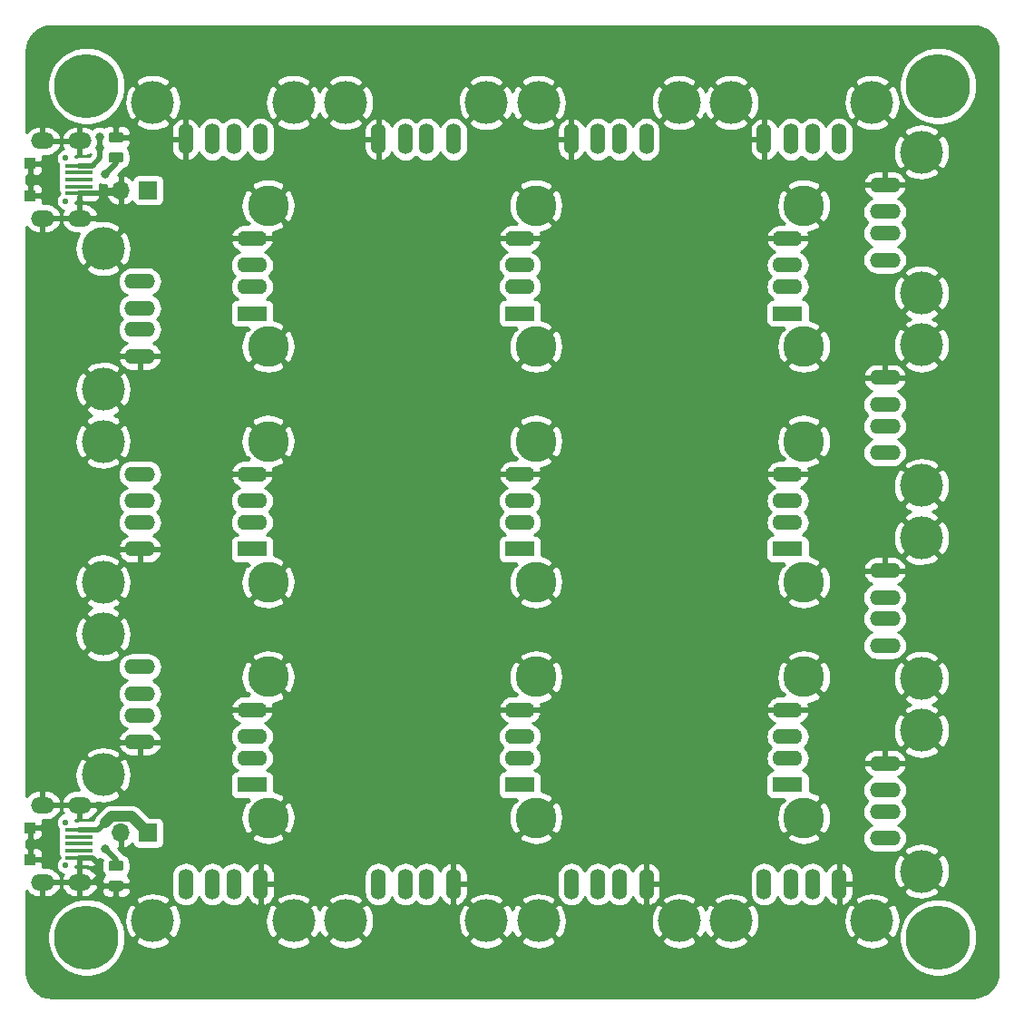
<source format=gbr>
%TF.GenerationSoftware,KiCad,Pcbnew,5.1.6-c6e7f7d~87~ubuntu20.04.1*%
%TF.CreationDate,2020-09-19T08:47:59-07:00*%
%TF.ProjectId,multi-way-usb,6d756c74-692d-4776-9179-2d7573622e6b,rev?*%
%TF.SameCoordinates,Original*%
%TF.FileFunction,Copper,L1,Top*%
%TF.FilePolarity,Positive*%
%FSLAX46Y46*%
G04 Gerber Fmt 4.6, Leading zero omitted, Abs format (unit mm)*
G04 Created by KiCad (PCBNEW 5.1.6-c6e7f7d~87~ubuntu20.04.1) date 2020-09-19 08:47:59*
%MOMM*%
%LPD*%
G01*
G04 APERTURE LIST*
%TA.AperFunction,ComponentPad*%
%ADD10O,2.816000X1.408000*%
%TD*%
%TA.AperFunction,ComponentPad*%
%ADD11R,2.816000X1.408000*%
%TD*%
%TA.AperFunction,ComponentPad*%
%ADD12C,3.800000*%
%TD*%
%TA.AperFunction,ComponentPad*%
%ADD13O,2.856000X1.428000*%
%TD*%
%TA.AperFunction,ComponentPad*%
%ADD14C,4.000000*%
%TD*%
%TA.AperFunction,ComponentPad*%
%ADD15O,1.700000X1.700000*%
%TD*%
%TA.AperFunction,ComponentPad*%
%ADD16R,1.700000X1.700000*%
%TD*%
%TA.AperFunction,SMDPad,CuDef*%
%ADD17R,1.100000X1.100000*%
%TD*%
%TA.AperFunction,SMDPad,CuDef*%
%ADD18R,2.650000X0.400000*%
%TD*%
%TA.AperFunction,ComponentPad*%
%ADD19C,0.550000*%
%TD*%
%TA.AperFunction,ComponentPad*%
%ADD20O,2.200000X1.500000*%
%TD*%
%TA.AperFunction,ComponentPad*%
%ADD21O,1.428000X2.856000*%
%TD*%
%TA.AperFunction,ViaPad*%
%ADD22C,6.000000*%
%TD*%
%TA.AperFunction,ViaPad*%
%ADD23C,0.800000*%
%TD*%
%TA.AperFunction,Conductor*%
%ADD24C,0.500000*%
%TD*%
%TA.AperFunction,Conductor*%
%ADD25C,1.000000*%
%TD*%
%TA.AperFunction,Conductor*%
%ADD26C,0.254000*%
%TD*%
G04 APERTURE END LIST*
D10*
%TO.P,J24,4*%
%TO.N,GND*%
X-24296000Y-18500000D03*
%TO.P,J24,3*%
%TO.N,Net-(J24-Pad3)*%
X-24296000Y-21000000D03*
%TO.P,J24,2*%
%TO.N,Net-(J24-Pad2)*%
X-24296000Y-23000000D03*
D11*
%TO.P,J24,1*%
%TO.N,Net-(F24-Pad1)*%
X-24296000Y-25500000D03*
D12*
%TO.P,J24,5*%
%TO.N,GND*%
X-22800000Y-15430000D03*
X-22800000Y-28570000D03*
%TD*%
D10*
%TO.P,J23,4*%
%TO.N,GND*%
X-24296000Y3500000D03*
%TO.P,J23,3*%
%TO.N,Net-(J23-Pad3)*%
X-24296000Y1000000D03*
%TO.P,J23,2*%
%TO.N,Net-(J23-Pad2)*%
X-24296000Y-1000000D03*
D11*
%TO.P,J23,1*%
%TO.N,Net-(F23-Pad1)*%
X-24296000Y-3500000D03*
D12*
%TO.P,J23,5*%
%TO.N,GND*%
X-22800000Y6570000D03*
X-22800000Y-6570000D03*
%TD*%
D10*
%TO.P,J22,4*%
%TO.N,GND*%
X-24296000Y25500000D03*
%TO.P,J22,3*%
%TO.N,Net-(J22-Pad3)*%
X-24296000Y23000000D03*
%TO.P,J22,2*%
%TO.N,Net-(J22-Pad2)*%
X-24296000Y21000000D03*
D11*
%TO.P,J22,1*%
%TO.N,Net-(F22-Pad1)*%
X-24296000Y18500000D03*
D12*
%TO.P,J22,5*%
%TO.N,GND*%
X-22800000Y28570000D03*
X-22800000Y15430000D03*
%TD*%
D10*
%TO.P,J21,4*%
%TO.N,GND*%
X704000Y-18500000D03*
%TO.P,J21,3*%
%TO.N,Net-(J21-Pad3)*%
X704000Y-21000000D03*
%TO.P,J21,2*%
%TO.N,Net-(J21-Pad2)*%
X704000Y-23000000D03*
D11*
%TO.P,J21,1*%
%TO.N,Net-(F21-Pad1)*%
X704000Y-25500000D03*
D12*
%TO.P,J21,5*%
%TO.N,GND*%
X2200000Y-15430000D03*
X2200000Y-28570000D03*
%TD*%
D10*
%TO.P,J20,4*%
%TO.N,GND*%
X704000Y3500000D03*
%TO.P,J20,3*%
%TO.N,Net-(J20-Pad3)*%
X704000Y1000000D03*
%TO.P,J20,2*%
%TO.N,Net-(J20-Pad2)*%
X704000Y-1000000D03*
D11*
%TO.P,J20,1*%
%TO.N,Net-(F20-Pad1)*%
X704000Y-3500000D03*
D12*
%TO.P,J20,5*%
%TO.N,GND*%
X2200000Y6570000D03*
X2200000Y-6570000D03*
%TD*%
D10*
%TO.P,J19,4*%
%TO.N,GND*%
X704000Y25500000D03*
%TO.P,J19,3*%
%TO.N,Net-(J19-Pad3)*%
X704000Y23000000D03*
%TO.P,J19,2*%
%TO.N,Net-(J19-Pad2)*%
X704000Y21000000D03*
D11*
%TO.P,J19,1*%
%TO.N,Net-(F19-Pad1)*%
X704000Y18500000D03*
D12*
%TO.P,J19,5*%
%TO.N,GND*%
X2200000Y28570000D03*
X2200000Y15430000D03*
%TD*%
D10*
%TO.P,J18,4*%
%TO.N,GND*%
X25704000Y-18500000D03*
%TO.P,J18,3*%
%TO.N,Net-(J18-Pad3)*%
X25704000Y-21000000D03*
%TO.P,J18,2*%
%TO.N,Net-(J18-Pad2)*%
X25704000Y-23000000D03*
D11*
%TO.P,J18,1*%
%TO.N,Net-(F18-Pad1)*%
X25704000Y-25500000D03*
D12*
%TO.P,J18,5*%
%TO.N,GND*%
X27200000Y-15430000D03*
X27200000Y-28570000D03*
%TD*%
D10*
%TO.P,J17,4*%
%TO.N,GND*%
X25704000Y3500000D03*
%TO.P,J17,3*%
%TO.N,Net-(J17-Pad3)*%
X25704000Y1000000D03*
%TO.P,J17,2*%
%TO.N,Net-(J17-Pad2)*%
X25704000Y-1000000D03*
D11*
%TO.P,J17,1*%
%TO.N,Net-(F17-Pad1)*%
X25704000Y-3500000D03*
D12*
%TO.P,J17,5*%
%TO.N,GND*%
X27200000Y6570000D03*
X27200000Y-6570000D03*
%TD*%
D10*
%TO.P,J16,4*%
%TO.N,GND*%
X25704000Y25500000D03*
%TO.P,J16,3*%
%TO.N,Net-(J16-Pad3)*%
X25704000Y23000000D03*
%TO.P,J16,2*%
%TO.N,Net-(J16-Pad2)*%
X25704000Y21000000D03*
D11*
%TO.P,J16,1*%
%TO.N,Net-(F16-Pad1)*%
X25704000Y18500000D03*
D12*
%TO.P,J16,5*%
%TO.N,GND*%
X27200000Y28570000D03*
X27200000Y15430000D03*
%TD*%
D13*
%TO.P,J15,4*%
%TO.N,GND*%
X-34776000Y-21500000D03*
%TO.P,J15,3*%
%TO.N,Net-(J15-Pad3)*%
X-34776000Y-19000000D03*
%TO.P,J15,2*%
%TO.N,Net-(J15-Pad2)*%
X-34776000Y-17000000D03*
D14*
%TO.P,J15,5*%
%TO.N,GND*%
X-38200000Y-24570000D03*
X-38200000Y-11430000D03*
D13*
%TO.P,J15,1*%
%TO.N,Net-(F15-Pad1)*%
X-34776000Y-14500000D03*
%TD*%
D15*
%TO.P,J28,2*%
%TO.N,GND*%
X-36540000Y-30000000D03*
D16*
%TO.P,J28,1*%
%TO.N,+5VA*%
X-34000000Y-30000000D03*
%TD*%
D17*
%TO.P,J26,6*%
%TO.N,GND*%
X-45000000Y-29500000D03*
X-45000000Y-32500000D03*
D18*
%TO.P,J26,3*%
%TO.N,Net-(J26-Pad3)*%
X-40440000Y-31000000D03*
D19*
%TO.P,J26,LOCATE*%
%TO.N,N/C*%
X-41700000Y-29000000D03*
X-41700000Y-33000000D03*
D18*
%TO.P,J26,2*%
%TO.N,Net-(J26-Pad2)*%
X-40440000Y-30350000D03*
%TO.P,J26,1*%
%TO.N,+5VA*%
X-40440000Y-29700000D03*
%TO.P,J26,4*%
%TO.N,Net-(J26-Pad4)*%
X-40440000Y-31650000D03*
%TO.P,J26,5*%
%TO.N,GND*%
X-40440000Y-32300000D03*
D20*
%TO.P,J26,6*%
X-43850000Y-27400000D03*
X-43850000Y-34600000D03*
X-40380000Y-34600000D03*
X-40380000Y-27400000D03*
%TD*%
D13*
%TO.P,J14,4*%
%TO.N,GND*%
X-34776000Y-3500000D03*
%TO.P,J14,3*%
%TO.N,Net-(J14-Pad3)*%
X-34776000Y-1000000D03*
%TO.P,J14,2*%
%TO.N,Net-(J14-Pad2)*%
X-34776000Y1000000D03*
D14*
%TO.P,J14,5*%
%TO.N,GND*%
X-38200000Y-6570000D03*
X-38200000Y6570000D03*
D13*
%TO.P,J14,1*%
%TO.N,Net-(F14-Pad1)*%
X-34776000Y3500000D03*
%TD*%
%TO.P,J13,4*%
%TO.N,GND*%
X-34776000Y14500000D03*
%TO.P,J13,3*%
%TO.N,Net-(J13-Pad3)*%
X-34776000Y17000000D03*
%TO.P,J13,2*%
%TO.N,Net-(J13-Pad2)*%
X-34776000Y19000000D03*
D14*
%TO.P,J13,5*%
%TO.N,GND*%
X-38200000Y11430000D03*
X-38200000Y24570000D03*
D13*
%TO.P,J13,1*%
%TO.N,Net-(F13-Pad1)*%
X-34776000Y21500000D03*
%TD*%
%TO.P,D2,2*%
%TO.N,Net-(D2-Pad2)*%
%TA.AperFunction,SMDPad,CuDef*%
G36*
G01*
X-36543750Y-33550000D02*
X-37456250Y-33550000D01*
G75*
G02*
X-37700000Y-33306250I0J243750D01*
G01*
X-37700000Y-32818750D01*
G75*
G02*
X-37456250Y-32575000I243750J0D01*
G01*
X-36543750Y-32575000D01*
G75*
G02*
X-36300000Y-32818750I0J-243750D01*
G01*
X-36300000Y-33306250D01*
G75*
G02*
X-36543750Y-33550000I-243750J0D01*
G01*
G37*
%TD.AperFunction*%
%TO.P,D2,1*%
%TO.N,GND*%
%TA.AperFunction,SMDPad,CuDef*%
G36*
G01*
X-36543750Y-35425000D02*
X-37456250Y-35425000D01*
G75*
G02*
X-37700000Y-35181250I0J243750D01*
G01*
X-37700000Y-34693750D01*
G75*
G02*
X-37456250Y-34450000I243750J0D01*
G01*
X-36543750Y-34450000D01*
G75*
G02*
X-36300000Y-34693750I0J-243750D01*
G01*
X-36300000Y-35181250D01*
G75*
G02*
X-36543750Y-35425000I-243750J0D01*
G01*
G37*
%TD.AperFunction*%
%TD*%
D15*
%TO.P,J27,2*%
%TO.N,GND*%
X-36540000Y30000000D03*
D16*
%TO.P,J27,1*%
%TO.N,+5V*%
X-34000000Y30000000D03*
%TD*%
D17*
%TO.P,J25,6*%
%TO.N,GND*%
X-45000000Y32500000D03*
X-45000000Y29500000D03*
D18*
%TO.P,J25,3*%
%TO.N,Net-(J25-Pad3)*%
X-40440000Y31000000D03*
D19*
%TO.P,J25,LOCATE*%
%TO.N,N/C*%
X-41700000Y33000000D03*
X-41700000Y29000000D03*
D18*
%TO.P,J25,2*%
%TO.N,Net-(J25-Pad2)*%
X-40440000Y31650000D03*
%TO.P,J25,1*%
%TO.N,+5V*%
X-40440000Y32300000D03*
%TO.P,J25,4*%
%TO.N,Net-(J25-Pad4)*%
X-40440000Y30350000D03*
%TO.P,J25,5*%
%TO.N,GND*%
X-40440000Y29700000D03*
D20*
%TO.P,J25,6*%
X-43850000Y34600000D03*
X-43850000Y27400000D03*
X-40380000Y27400000D03*
X-40380000Y34600000D03*
%TD*%
D21*
%TO.P,J12,4*%
%TO.N,GND*%
X-30500000Y34776000D03*
%TO.P,J12,3*%
%TO.N,Net-(J12-Pad3)*%
X-28000000Y34776000D03*
%TO.P,J12,2*%
%TO.N,Net-(J12-Pad2)*%
X-26000000Y34776000D03*
D14*
%TO.P,J12,5*%
%TO.N,GND*%
X-33570000Y38200000D03*
X-20430000Y38200000D03*
D21*
%TO.P,J12,1*%
%TO.N,Net-(F12-Pad1)*%
X-23500000Y34776000D03*
%TD*%
%TO.P,J11,4*%
%TO.N,GND*%
X-12500000Y34776000D03*
%TO.P,J11,3*%
%TO.N,Net-(J11-Pad3)*%
X-10000000Y34776000D03*
%TO.P,J11,2*%
%TO.N,Net-(J11-Pad2)*%
X-8000000Y34776000D03*
D14*
%TO.P,J11,5*%
%TO.N,GND*%
X-15570000Y38200000D03*
X-2430000Y38200000D03*
D21*
%TO.P,J11,1*%
%TO.N,Net-(F11-Pad1)*%
X-5500000Y34776000D03*
%TD*%
%TO.P,J10,4*%
%TO.N,GND*%
X5500000Y34776000D03*
%TO.P,J10,3*%
%TO.N,Net-(J10-Pad3)*%
X8000000Y34776000D03*
%TO.P,J10,2*%
%TO.N,Net-(J10-Pad2)*%
X10000000Y34776000D03*
D14*
%TO.P,J10,5*%
%TO.N,GND*%
X2430000Y38200000D03*
X15570000Y38200000D03*
D21*
%TO.P,J10,1*%
%TO.N,Net-(F10-Pad1)*%
X12500000Y34776000D03*
%TD*%
%TO.P,J9,4*%
%TO.N,GND*%
X23500000Y34776000D03*
%TO.P,J9,3*%
%TO.N,Net-(J9-Pad3)*%
X26000000Y34776000D03*
%TO.P,J9,2*%
%TO.N,Net-(J9-Pad2)*%
X28000000Y34776000D03*
D14*
%TO.P,J9,5*%
%TO.N,GND*%
X20430000Y38200000D03*
X33570000Y38200000D03*
D21*
%TO.P,J9,1*%
%TO.N,Net-(F9-Pad1)*%
X30500000Y34776000D03*
%TD*%
D13*
%TO.P,J8,4*%
%TO.N,GND*%
X34776000Y30500000D03*
%TO.P,J8,3*%
%TO.N,Net-(J8-Pad3)*%
X34776000Y28000000D03*
%TO.P,J8,2*%
%TO.N,Net-(J8-Pad2)*%
X34776000Y26000000D03*
D14*
%TO.P,J8,5*%
%TO.N,GND*%
X38200000Y33570000D03*
X38200000Y20430000D03*
D13*
%TO.P,J8,1*%
%TO.N,Net-(F8-Pad1)*%
X34776000Y23500000D03*
%TD*%
%TO.P,J7,4*%
%TO.N,GND*%
X34776000Y12500000D03*
%TO.P,J7,3*%
%TO.N,Net-(J7-Pad3)*%
X34776000Y10000000D03*
%TO.P,J7,2*%
%TO.N,Net-(J7-Pad2)*%
X34776000Y8000000D03*
D14*
%TO.P,J7,5*%
%TO.N,GND*%
X38200000Y15570000D03*
X38200000Y2430000D03*
D13*
%TO.P,J7,1*%
%TO.N,Net-(F7-Pad1)*%
X34776000Y5500000D03*
%TD*%
%TO.P,J6,4*%
%TO.N,GND*%
X34776000Y-5500000D03*
%TO.P,J6,3*%
%TO.N,Net-(J6-Pad3)*%
X34776000Y-8000000D03*
%TO.P,J6,2*%
%TO.N,Net-(J6-Pad2)*%
X34776000Y-10000000D03*
D14*
%TO.P,J6,5*%
%TO.N,GND*%
X38200000Y-2430000D03*
X38200000Y-15570000D03*
D13*
%TO.P,J6,1*%
%TO.N,Net-(F6-Pad1)*%
X34776000Y-12500000D03*
%TD*%
%TO.P,J5,4*%
%TO.N,GND*%
X34776000Y-23500000D03*
%TO.P,J5,3*%
%TO.N,Net-(J5-Pad3)*%
X34776000Y-26000000D03*
%TO.P,J5,2*%
%TO.N,Net-(J5-Pad2)*%
X34776000Y-28000000D03*
D14*
%TO.P,J5,5*%
%TO.N,GND*%
X38200000Y-20430000D03*
X38200000Y-33570000D03*
D13*
%TO.P,J5,1*%
%TO.N,Net-(F5-Pad1)*%
X34776000Y-30500000D03*
%TD*%
D21*
%TO.P,J4,4*%
%TO.N,GND*%
X30500000Y-34776000D03*
%TO.P,J4,3*%
%TO.N,Net-(J4-Pad3)*%
X28000000Y-34776000D03*
%TO.P,J4,2*%
%TO.N,Net-(J4-Pad2)*%
X26000000Y-34776000D03*
D14*
%TO.P,J4,5*%
%TO.N,GND*%
X33570000Y-38200000D03*
X20430000Y-38200000D03*
D21*
%TO.P,J4,1*%
%TO.N,Net-(F4-Pad1)*%
X23500000Y-34776000D03*
%TD*%
%TO.P,J3,4*%
%TO.N,GND*%
X12500000Y-34776000D03*
%TO.P,J3,3*%
%TO.N,Net-(J3-Pad3)*%
X10000000Y-34776000D03*
%TO.P,J3,2*%
%TO.N,Net-(J3-Pad2)*%
X8000000Y-34776000D03*
D14*
%TO.P,J3,5*%
%TO.N,GND*%
X15570000Y-38200000D03*
X2430000Y-38200000D03*
D21*
%TO.P,J3,1*%
%TO.N,Net-(F3-Pad1)*%
X5500000Y-34776000D03*
%TD*%
%TO.P,J2,4*%
%TO.N,GND*%
X-5500000Y-34776000D03*
%TO.P,J2,3*%
%TO.N,Net-(J2-Pad3)*%
X-8000000Y-34776000D03*
%TO.P,J2,2*%
%TO.N,Net-(J2-Pad2)*%
X-10000000Y-34776000D03*
D14*
%TO.P,J2,5*%
%TO.N,GND*%
X-2430000Y-38200000D03*
X-15570000Y-38200000D03*
D21*
%TO.P,J2,1*%
%TO.N,Net-(F2-Pad1)*%
X-12500000Y-34776000D03*
%TD*%
%TO.P,J1,4*%
%TO.N,GND*%
X-23500000Y-34776000D03*
%TO.P,J1,3*%
%TO.N,Net-(J1-Pad3)*%
X-26000000Y-34776000D03*
%TO.P,J1,2*%
%TO.N,Net-(J1-Pad2)*%
X-28000000Y-34776000D03*
D14*
%TO.P,J1,5*%
%TO.N,GND*%
X-20430000Y-38200000D03*
X-33570000Y-38200000D03*
D21*
%TO.P,J1,1*%
%TO.N,Net-(F1-Pad1)*%
X-30500000Y-34776000D03*
%TD*%
%TO.P,D1,2*%
%TO.N,Net-(D1-Pad2)*%
%TA.AperFunction,SMDPad,CuDef*%
G36*
G01*
X-37456250Y33550000D02*
X-36543750Y33550000D01*
G75*
G02*
X-36300000Y33306250I0J-243750D01*
G01*
X-36300000Y32818750D01*
G75*
G02*
X-36543750Y32575000I-243750J0D01*
G01*
X-37456250Y32575000D01*
G75*
G02*
X-37700000Y32818750I0J243750D01*
G01*
X-37700000Y33306250D01*
G75*
G02*
X-37456250Y33550000I243750J0D01*
G01*
G37*
%TD.AperFunction*%
%TO.P,D1,1*%
%TO.N,GND*%
%TA.AperFunction,SMDPad,CuDef*%
G36*
G01*
X-37456250Y35425000D02*
X-36543750Y35425000D01*
G75*
G02*
X-36300000Y35181250I0J-243750D01*
G01*
X-36300000Y34693750D01*
G75*
G02*
X-36543750Y34450000I-243750J0D01*
G01*
X-37456250Y34450000D01*
G75*
G02*
X-37700000Y34693750I0J243750D01*
G01*
X-37700000Y35181250D01*
G75*
G02*
X-37456250Y35425000I243750J0D01*
G01*
G37*
%TD.AperFunction*%
%TD*%
D22*
%TO.N,*%
X-39750000Y39750000D03*
X39750000Y39750000D03*
X39750000Y-39750000D03*
X-39750000Y-39750000D03*
D23*
%TO.N,Net-(D1-Pad2)*%
X-38000000Y31500000D03*
%TO.N,+5V*%
X-38500000Y34000000D03*
X-38500000Y35000000D03*
%TO.N,Net-(D2-Pad2)*%
X-38000000Y-31500000D03*
%TD*%
D24*
%TO.N,Net-(D1-Pad2)*%
X-37000000Y32500000D02*
X-38000000Y31500000D01*
X-37000000Y33062500D02*
X-37000000Y32500000D01*
%TO.N,GND*%
X-40440000Y-32300000D02*
X-39200000Y-32300000D01*
X-39200000Y-32300000D02*
X-38500000Y-33000000D01*
X-38500000Y-33000000D02*
X-38500000Y-34000000D01*
X-39100000Y-34600000D02*
X-40380000Y-34600000D01*
X-38500000Y-34000000D02*
X-39100000Y-34600000D01*
X-36840000Y29700000D02*
X-36540000Y30000000D01*
X-40440000Y29700000D02*
X-36840000Y29700000D01*
%TO.N,+5V*%
X-38500000Y34000000D02*
X-38500000Y35000000D01*
X-38500000Y34000000D02*
X-38500000Y33000000D01*
X-39200000Y32300000D02*
X-40440000Y32300000D01*
X-38500000Y33000000D02*
X-39200000Y32300000D01*
%TO.N,Net-(D2-Pad2)*%
X-37000000Y-32500000D02*
X-38000000Y-31500000D01*
X-37000000Y-33062500D02*
X-37000000Y-32500000D01*
D25*
%TO.N,+5VA*%
X-35550001Y-28449999D02*
X-34000000Y-30000000D01*
X-37449999Y-28449999D02*
X-35550001Y-28449999D01*
X-38000000Y-29000000D02*
X-37449999Y-28449999D01*
D24*
X-38700000Y-29700000D02*
X-38000000Y-29000000D01*
X-40440000Y-29700000D02*
X-38700000Y-29700000D01*
%TD*%
D26*
%TO.N,GND*%
G36*
X43453893Y45292330D02*
G01*
X43890498Y45160511D01*
X44293185Y44946400D01*
X44646612Y44658152D01*
X44937327Y44306739D01*
X45154242Y43905561D01*
X45289106Y43469887D01*
X45340001Y42985647D01*
X45340000Y-42967721D01*
X45292330Y-43453894D01*
X45160512Y-43890497D01*
X44946399Y-44293186D01*
X44658150Y-44646613D01*
X44306739Y-44937327D01*
X43905564Y-45154240D01*
X43469886Y-45289106D01*
X42985664Y-45340000D01*
X-42967721Y-45340000D01*
X-43453894Y-45292330D01*
X-43890497Y-45160512D01*
X-44293186Y-44946399D01*
X-44646613Y-44658150D01*
X-44937327Y-44306739D01*
X-45154240Y-43905564D01*
X-45289106Y-43469886D01*
X-45340000Y-42985664D01*
X-45340000Y-39391984D01*
X-43385000Y-39391984D01*
X-43385000Y-40108016D01*
X-43245309Y-40810290D01*
X-42971295Y-41471818D01*
X-42573489Y-42067177D01*
X-42067177Y-42573489D01*
X-41471818Y-42971295D01*
X-40810290Y-43245309D01*
X-40108016Y-43385000D01*
X-39391984Y-43385000D01*
X-38689710Y-43245309D01*
X-38028182Y-42971295D01*
X-37432823Y-42573489D01*
X-36926511Y-42067177D01*
X-36528705Y-41471818D01*
X-36254691Y-40810290D01*
X-36115000Y-40108016D01*
X-36115000Y-40047499D01*
X-35237894Y-40047499D01*
X-35021772Y-40414258D01*
X-34561895Y-40654938D01*
X-34063902Y-40801275D01*
X-33546929Y-40847648D01*
X-33030841Y-40792273D01*
X-32535474Y-40637279D01*
X-32118228Y-40414258D01*
X-31902106Y-40047499D01*
X-22097894Y-40047499D01*
X-21881772Y-40414258D01*
X-21421895Y-40654938D01*
X-20923902Y-40801275D01*
X-20406929Y-40847648D01*
X-19890841Y-40792273D01*
X-19395474Y-40637279D01*
X-18978228Y-40414258D01*
X-18762106Y-40047499D01*
X-17237894Y-40047499D01*
X-17021772Y-40414258D01*
X-16561895Y-40654938D01*
X-16063902Y-40801275D01*
X-15546929Y-40847648D01*
X-15030841Y-40792273D01*
X-14535474Y-40637279D01*
X-14118228Y-40414258D01*
X-13902106Y-40047499D01*
X-4097894Y-40047499D01*
X-3881772Y-40414258D01*
X-3421895Y-40654938D01*
X-2923902Y-40801275D01*
X-2406929Y-40847648D01*
X-1890841Y-40792273D01*
X-1395474Y-40637279D01*
X-978228Y-40414258D01*
X-762106Y-40047499D01*
X762106Y-40047499D01*
X978228Y-40414258D01*
X1438105Y-40654938D01*
X1936098Y-40801275D01*
X2453071Y-40847648D01*
X2969159Y-40792273D01*
X3464526Y-40637279D01*
X3881772Y-40414258D01*
X4097894Y-40047499D01*
X13902106Y-40047499D01*
X14118228Y-40414258D01*
X14578105Y-40654938D01*
X15076098Y-40801275D01*
X15593071Y-40847648D01*
X16109159Y-40792273D01*
X16604526Y-40637279D01*
X17021772Y-40414258D01*
X17237894Y-40047499D01*
X18762106Y-40047499D01*
X18978228Y-40414258D01*
X19438105Y-40654938D01*
X19936098Y-40801275D01*
X20453071Y-40847648D01*
X20969159Y-40792273D01*
X21464526Y-40637279D01*
X21881772Y-40414258D01*
X22097894Y-40047499D01*
X31902106Y-40047499D01*
X32118228Y-40414258D01*
X32578105Y-40654938D01*
X33076098Y-40801275D01*
X33593071Y-40847648D01*
X34109159Y-40792273D01*
X34604526Y-40637279D01*
X35021772Y-40414258D01*
X35237894Y-40047499D01*
X33570000Y-38379605D01*
X31902106Y-40047499D01*
X22097894Y-40047499D01*
X20430000Y-38379605D01*
X18762106Y-40047499D01*
X17237894Y-40047499D01*
X15570000Y-38379605D01*
X13902106Y-40047499D01*
X4097894Y-40047499D01*
X2430000Y-38379605D01*
X762106Y-40047499D01*
X-762106Y-40047499D01*
X-2430000Y-38379605D01*
X-4097894Y-40047499D01*
X-13902106Y-40047499D01*
X-15570000Y-38379605D01*
X-17237894Y-40047499D01*
X-18762106Y-40047499D01*
X-20430000Y-38379605D01*
X-22097894Y-40047499D01*
X-31902106Y-40047499D01*
X-33570000Y-38379605D01*
X-35237894Y-40047499D01*
X-36115000Y-40047499D01*
X-36115000Y-39391984D01*
X-36254691Y-38689710D01*
X-36447979Y-38223071D01*
X-36217648Y-38223071D01*
X-36162273Y-38739159D01*
X-36007279Y-39234526D01*
X-35784258Y-39651772D01*
X-35417499Y-39867894D01*
X-33749605Y-38200000D01*
X-33390395Y-38200000D01*
X-31722501Y-39867894D01*
X-31355742Y-39651772D01*
X-31115062Y-39191895D01*
X-30968725Y-38693902D01*
X-30926491Y-38223071D01*
X-23077648Y-38223071D01*
X-23022273Y-38739159D01*
X-22867279Y-39234526D01*
X-22644258Y-39651772D01*
X-22277499Y-39867894D01*
X-20609605Y-38200000D01*
X-20250395Y-38200000D01*
X-18582501Y-39867894D01*
X-18215742Y-39651772D01*
X-18002274Y-39243890D01*
X-17784258Y-39651772D01*
X-17417499Y-39867894D01*
X-15749605Y-38200000D01*
X-15390395Y-38200000D01*
X-13722501Y-39867894D01*
X-13355742Y-39651772D01*
X-13115062Y-39191895D01*
X-12968725Y-38693902D01*
X-12926491Y-38223071D01*
X-5077648Y-38223071D01*
X-5022273Y-38739159D01*
X-4867279Y-39234526D01*
X-4644258Y-39651772D01*
X-4277499Y-39867894D01*
X-2609605Y-38200000D01*
X-2250395Y-38200000D01*
X-582501Y-39867894D01*
X-215742Y-39651772D01*
X-2274Y-39243890D01*
X215742Y-39651772D01*
X582501Y-39867894D01*
X2250395Y-38200000D01*
X2609605Y-38200000D01*
X4277499Y-39867894D01*
X4644258Y-39651772D01*
X4884938Y-39191895D01*
X5031275Y-38693902D01*
X5073509Y-38223071D01*
X12922352Y-38223071D01*
X12977727Y-38739159D01*
X13132721Y-39234526D01*
X13355742Y-39651772D01*
X13722501Y-39867894D01*
X15390395Y-38200000D01*
X15749605Y-38200000D01*
X17417499Y-39867894D01*
X17784258Y-39651772D01*
X17997726Y-39243890D01*
X18215742Y-39651772D01*
X18582501Y-39867894D01*
X20250395Y-38200000D01*
X20609605Y-38200000D01*
X22277499Y-39867894D01*
X22644258Y-39651772D01*
X22884938Y-39191895D01*
X23031275Y-38693902D01*
X23073509Y-38223071D01*
X30922352Y-38223071D01*
X30977727Y-38739159D01*
X31132721Y-39234526D01*
X31355742Y-39651772D01*
X31722501Y-39867894D01*
X33390395Y-38200000D01*
X33749605Y-38200000D01*
X35417499Y-39867894D01*
X35784258Y-39651772D01*
X35920219Y-39391984D01*
X36115000Y-39391984D01*
X36115000Y-40108016D01*
X36254691Y-40810290D01*
X36528705Y-41471818D01*
X36926511Y-42067177D01*
X37432823Y-42573489D01*
X38028182Y-42971295D01*
X38689710Y-43245309D01*
X39391984Y-43385000D01*
X40108016Y-43385000D01*
X40810290Y-43245309D01*
X41471818Y-42971295D01*
X42067177Y-42573489D01*
X42573489Y-42067177D01*
X42971295Y-41471818D01*
X43245309Y-40810290D01*
X43385000Y-40108016D01*
X43385000Y-39391984D01*
X43245309Y-38689710D01*
X42971295Y-38028182D01*
X42573489Y-37432823D01*
X42067177Y-36926511D01*
X41471818Y-36528705D01*
X40810290Y-36254691D01*
X40108016Y-36115000D01*
X39391984Y-36115000D01*
X38689710Y-36254691D01*
X38028182Y-36528705D01*
X37432823Y-36926511D01*
X36926511Y-37432823D01*
X36528705Y-38028182D01*
X36254691Y-38689710D01*
X36115000Y-39391984D01*
X35920219Y-39391984D01*
X36024938Y-39191895D01*
X36171275Y-38693902D01*
X36217648Y-38176929D01*
X36162273Y-37660841D01*
X36007279Y-37165474D01*
X35784258Y-36748228D01*
X35417499Y-36532106D01*
X33749605Y-38200000D01*
X33390395Y-38200000D01*
X31722501Y-36532106D01*
X31355742Y-36748228D01*
X31115062Y-37208105D01*
X30968725Y-37706098D01*
X30922352Y-38223071D01*
X23073509Y-38223071D01*
X23077648Y-38176929D01*
X23022273Y-37660841D01*
X22867279Y-37165474D01*
X22644258Y-36748228D01*
X22277499Y-36532106D01*
X20609605Y-38200000D01*
X20250395Y-38200000D01*
X18582501Y-36532106D01*
X18215742Y-36748228D01*
X18002274Y-37156110D01*
X17784258Y-36748228D01*
X17417499Y-36532106D01*
X15749605Y-38200000D01*
X15390395Y-38200000D01*
X13722501Y-36532106D01*
X13355742Y-36748228D01*
X13115062Y-37208105D01*
X12968725Y-37706098D01*
X12922352Y-38223071D01*
X5073509Y-38223071D01*
X5077648Y-38176929D01*
X5022273Y-37660841D01*
X4867279Y-37165474D01*
X4644258Y-36748228D01*
X4277499Y-36532106D01*
X2609605Y-38200000D01*
X2250395Y-38200000D01*
X582501Y-36532106D01*
X215742Y-36748228D01*
X2274Y-37156110D01*
X-215742Y-36748228D01*
X-582501Y-36532106D01*
X-2250395Y-38200000D01*
X-2609605Y-38200000D01*
X-4277499Y-36532106D01*
X-4644258Y-36748228D01*
X-4884938Y-37208105D01*
X-5031275Y-37706098D01*
X-5077648Y-38223071D01*
X-12926491Y-38223071D01*
X-12922352Y-38176929D01*
X-12977727Y-37660841D01*
X-13132721Y-37165474D01*
X-13355742Y-36748228D01*
X-13722501Y-36532106D01*
X-15390395Y-38200000D01*
X-15749605Y-38200000D01*
X-17417499Y-36532106D01*
X-17784258Y-36748228D01*
X-17997726Y-37156110D01*
X-18215742Y-36748228D01*
X-18582501Y-36532106D01*
X-20250395Y-38200000D01*
X-20609605Y-38200000D01*
X-22277499Y-36532106D01*
X-22644258Y-36748228D01*
X-22884938Y-37208105D01*
X-23031275Y-37706098D01*
X-23077648Y-38223071D01*
X-30926491Y-38223071D01*
X-30922352Y-38176929D01*
X-30977727Y-37660841D01*
X-31132721Y-37165474D01*
X-31355742Y-36748228D01*
X-31722501Y-36532106D01*
X-33390395Y-38200000D01*
X-33749605Y-38200000D01*
X-35417499Y-36532106D01*
X-35784258Y-36748228D01*
X-36024938Y-37208105D01*
X-36171275Y-37706098D01*
X-36217648Y-38223071D01*
X-36447979Y-38223071D01*
X-36528705Y-38028182D01*
X-36926511Y-37432823D01*
X-37432823Y-36926511D01*
X-38028182Y-36528705D01*
X-38453575Y-36352501D01*
X-35237894Y-36352501D01*
X-33570000Y-38020395D01*
X-31902106Y-36352501D01*
X-32118228Y-35985742D01*
X-32578105Y-35745062D01*
X-33076098Y-35598725D01*
X-33593071Y-35552352D01*
X-34109159Y-35607727D01*
X-34604526Y-35762721D01*
X-35021772Y-35985742D01*
X-35237894Y-36352501D01*
X-38453575Y-36352501D01*
X-38689710Y-36254691D01*
X-39391984Y-36115000D01*
X-40108016Y-36115000D01*
X-40810290Y-36254691D01*
X-41471818Y-36528705D01*
X-42067177Y-36926511D01*
X-42573489Y-37432823D01*
X-42971295Y-38028182D01*
X-43245309Y-38689710D01*
X-43385000Y-39391984D01*
X-45340000Y-39391984D01*
X-45340000Y-35385028D01*
X-45269145Y-35489540D01*
X-45075061Y-35681028D01*
X-44847349Y-35830972D01*
X-44594760Y-35933611D01*
X-44327000Y-35985000D01*
X-43977000Y-35985000D01*
X-43977000Y-34727000D01*
X-43723000Y-34727000D01*
X-43723000Y-35985000D01*
X-43373000Y-35985000D01*
X-43105240Y-35933611D01*
X-42852651Y-35830972D01*
X-42624939Y-35681028D01*
X-42430855Y-35489540D01*
X-42277858Y-35263868D01*
X-42171827Y-35012684D01*
X-42157682Y-34941185D01*
X-42072318Y-34941185D01*
X-42058173Y-35012684D01*
X-41952142Y-35263868D01*
X-41799145Y-35489540D01*
X-41605061Y-35681028D01*
X-41377349Y-35830972D01*
X-41124760Y-35933611D01*
X-40857000Y-35985000D01*
X-40507000Y-35985000D01*
X-40507000Y-34727000D01*
X-40253000Y-34727000D01*
X-40253000Y-35985000D01*
X-39903000Y-35985000D01*
X-39635240Y-35933611D01*
X-39382651Y-35830972D01*
X-39154939Y-35681028D01*
X-38960855Y-35489540D01*
X-38917100Y-35425000D01*
X-38338072Y-35425000D01*
X-38325812Y-35549482D01*
X-38289502Y-35669180D01*
X-38230537Y-35779494D01*
X-38151185Y-35876185D01*
X-38054494Y-35955537D01*
X-37944180Y-36014502D01*
X-37824482Y-36050812D01*
X-37700000Y-36063072D01*
X-37285750Y-36060000D01*
X-37127000Y-35901250D01*
X-37127000Y-35064500D01*
X-36873000Y-35064500D01*
X-36873000Y-35901250D01*
X-36714250Y-36060000D01*
X-36300000Y-36063072D01*
X-36175518Y-36050812D01*
X-36055820Y-36014502D01*
X-35945506Y-35955537D01*
X-35848815Y-35876185D01*
X-35769463Y-35779494D01*
X-35710498Y-35669180D01*
X-35674188Y-35549482D01*
X-35661928Y-35425000D01*
X-35665000Y-35223250D01*
X-35823750Y-35064500D01*
X-36873000Y-35064500D01*
X-37127000Y-35064500D01*
X-38176250Y-35064500D01*
X-38335000Y-35223250D01*
X-38338072Y-35425000D01*
X-38917100Y-35425000D01*
X-38807858Y-35263868D01*
X-38701827Y-35012684D01*
X-38687682Y-34941185D01*
X-38810344Y-34727000D01*
X-40253000Y-34727000D01*
X-40507000Y-34727000D01*
X-41949656Y-34727000D01*
X-42072318Y-34941185D01*
X-42157682Y-34941185D01*
X-42280344Y-34727000D01*
X-43723000Y-34727000D01*
X-43977000Y-34727000D01*
X-43997000Y-34727000D01*
X-43997000Y-34473000D01*
X-43977000Y-34473000D01*
X-43977000Y-34453000D01*
X-43723000Y-34453000D01*
X-43723000Y-34473000D01*
X-42280344Y-34473000D01*
X-42157682Y-34258815D01*
X-42171827Y-34187316D01*
X-42277858Y-33936132D01*
X-42430855Y-33710460D01*
X-42624939Y-33518972D01*
X-42852651Y-33369028D01*
X-43105240Y-33266389D01*
X-43373000Y-33215000D01*
X-43836479Y-33215000D01*
X-43824188Y-33174482D01*
X-43811928Y-33050000D01*
X-43815000Y-32785750D01*
X-43973750Y-32627000D01*
X-44873000Y-32627000D01*
X-44873000Y-32647000D01*
X-45127000Y-32647000D01*
X-45127000Y-32627000D01*
X-45147000Y-32627000D01*
X-45147000Y-32373000D01*
X-45127000Y-32373000D01*
X-45127000Y-31473750D01*
X-44873000Y-31473750D01*
X-44873000Y-32373000D01*
X-43973750Y-32373000D01*
X-43815000Y-32214250D01*
X-43811928Y-31950000D01*
X-43824188Y-31825518D01*
X-43860498Y-31705820D01*
X-43919463Y-31595506D01*
X-43998815Y-31498815D01*
X-44095506Y-31419463D01*
X-44205820Y-31360498D01*
X-44325518Y-31324188D01*
X-44450000Y-31311928D01*
X-44714250Y-31315000D01*
X-44873000Y-31473750D01*
X-45127000Y-31473750D01*
X-45285750Y-31315000D01*
X-45340000Y-31314369D01*
X-45340000Y-30685631D01*
X-45285750Y-30685000D01*
X-45127000Y-30526250D01*
X-45127000Y-29627000D01*
X-44873000Y-29627000D01*
X-44873000Y-30526250D01*
X-44714250Y-30685000D01*
X-44450000Y-30688072D01*
X-44325518Y-30675812D01*
X-44205820Y-30639502D01*
X-44095506Y-30580537D01*
X-43998815Y-30501185D01*
X-43919463Y-30404494D01*
X-43860498Y-30294180D01*
X-43824188Y-30174482D01*
X-43811928Y-30050000D01*
X-43815000Y-29785750D01*
X-43973750Y-29627000D01*
X-44873000Y-29627000D01*
X-45127000Y-29627000D01*
X-45147000Y-29627000D01*
X-45147000Y-29373000D01*
X-45127000Y-29373000D01*
X-45127000Y-29353000D01*
X-44873000Y-29353000D01*
X-44873000Y-29373000D01*
X-43973750Y-29373000D01*
X-43815000Y-29214250D01*
X-43811928Y-28950000D01*
X-43815830Y-28910373D01*
X-42610000Y-28910373D01*
X-42610000Y-29089627D01*
X-42575029Y-29265437D01*
X-42506431Y-29431047D01*
X-42406843Y-29580091D01*
X-42403072Y-29583862D01*
X-42403072Y-29900000D01*
X-42390812Y-30024482D01*
X-42390655Y-30025000D01*
X-42390812Y-30025518D01*
X-42403072Y-30150000D01*
X-42403072Y-30550000D01*
X-42390812Y-30674482D01*
X-42390655Y-30675000D01*
X-42390812Y-30675518D01*
X-42403072Y-30800000D01*
X-42403072Y-31200000D01*
X-42390812Y-31324482D01*
X-42390655Y-31325000D01*
X-42390812Y-31325518D01*
X-42403072Y-31450000D01*
X-42403072Y-31850000D01*
X-42390812Y-31974482D01*
X-42390289Y-31976206D01*
X-42400000Y-32068250D01*
X-42332032Y-32136218D01*
X-42295537Y-32204494D01*
X-42243073Y-32268422D01*
X-42280091Y-32293157D01*
X-42406843Y-32419909D01*
X-42506431Y-32568953D01*
X-42575029Y-32734563D01*
X-42610000Y-32910373D01*
X-42610000Y-33089627D01*
X-42575029Y-33265437D01*
X-42506431Y-33431047D01*
X-42406843Y-33580091D01*
X-42280091Y-33706843D01*
X-42131047Y-33806431D01*
X-41965437Y-33875029D01*
X-41917219Y-33884620D01*
X-41952142Y-33936132D01*
X-42058173Y-34187316D01*
X-42072318Y-34258815D01*
X-41949656Y-34473000D01*
X-40507000Y-34473000D01*
X-40507000Y-33215000D01*
X-40253000Y-33215000D01*
X-40253000Y-34473000D01*
X-38810344Y-34473000D01*
X-38687682Y-34258815D01*
X-38701827Y-34187316D01*
X-38807858Y-33936132D01*
X-38960855Y-33710460D01*
X-39154939Y-33518972D01*
X-39382651Y-33369028D01*
X-39635240Y-33266389D01*
X-39903000Y-33215000D01*
X-40253000Y-33215000D01*
X-40507000Y-33215000D01*
X-40814938Y-33215000D01*
X-40799068Y-33135216D01*
X-40725750Y-33135000D01*
X-40567000Y-32976250D01*
X-40567000Y-32488072D01*
X-40313000Y-32488072D01*
X-40313000Y-32976250D01*
X-40154250Y-33135000D01*
X-39121167Y-33138042D01*
X-38996572Y-33126985D01*
X-38876529Y-33091834D01*
X-38765650Y-33033939D01*
X-38668197Y-32955525D01*
X-38587913Y-32859605D01*
X-38527886Y-32749866D01*
X-38490421Y-32630524D01*
X-38480000Y-32531750D01*
X-38584748Y-32427002D01*
X-38480000Y-32427002D01*
X-38480000Y-32421453D01*
X-38301898Y-32495226D01*
X-38276695Y-32500239D01*
X-38321128Y-32646715D01*
X-38338072Y-32818750D01*
X-38338072Y-33306250D01*
X-38321128Y-33478285D01*
X-38270947Y-33643709D01*
X-38189458Y-33796164D01*
X-38079792Y-33929792D01*
X-38073436Y-33935008D01*
X-38151185Y-33998815D01*
X-38230537Y-34095506D01*
X-38289502Y-34205820D01*
X-38325812Y-34325518D01*
X-38338072Y-34450000D01*
X-38335000Y-34651750D01*
X-38176250Y-34810500D01*
X-37127000Y-34810500D01*
X-37127000Y-34790500D01*
X-36873000Y-34790500D01*
X-36873000Y-34810500D01*
X-35823750Y-34810500D01*
X-35665000Y-34651750D01*
X-35661928Y-34450000D01*
X-35674188Y-34325518D01*
X-35710498Y-34205820D01*
X-35769463Y-34095506D01*
X-35848815Y-33998815D01*
X-35852572Y-33995731D01*
X-31849000Y-33995731D01*
X-31849000Y-35556270D01*
X-31829481Y-35754450D01*
X-31752343Y-36008738D01*
X-31627079Y-36243090D01*
X-31458501Y-36448502D01*
X-31253089Y-36617080D01*
X-31018737Y-36742344D01*
X-30764449Y-36819481D01*
X-30500000Y-36845527D01*
X-30235550Y-36819481D01*
X-29981262Y-36742344D01*
X-29746910Y-36617080D01*
X-29541498Y-36448502D01*
X-29372920Y-36243090D01*
X-29250000Y-36013122D01*
X-29127079Y-36243090D01*
X-28958501Y-36448502D01*
X-28753089Y-36617080D01*
X-28518737Y-36742344D01*
X-28264449Y-36819481D01*
X-28000000Y-36845527D01*
X-27735550Y-36819481D01*
X-27481262Y-36742344D01*
X-27246910Y-36617080D01*
X-27041498Y-36448502D01*
X-27000000Y-36397936D01*
X-26958501Y-36448502D01*
X-26753089Y-36617080D01*
X-26518737Y-36742344D01*
X-26264449Y-36819481D01*
X-26000000Y-36845527D01*
X-25735550Y-36819481D01*
X-25481262Y-36742344D01*
X-25246910Y-36617080D01*
X-25041498Y-36448502D01*
X-24872920Y-36243090D01*
X-24747656Y-36008738D01*
X-24746398Y-36004590D01*
X-24697713Y-36123573D01*
X-24551095Y-36345061D01*
X-24364084Y-36533690D01*
X-24143867Y-36682210D01*
X-23898907Y-36784914D01*
X-23835529Y-36796607D01*
X-23627000Y-36673455D01*
X-23627000Y-34903000D01*
X-23373000Y-34903000D01*
X-23373000Y-36673455D01*
X-23164471Y-36796607D01*
X-23101093Y-36784914D01*
X-22856133Y-36682210D01*
X-22635916Y-36533690D01*
X-22456282Y-36352501D01*
X-22097894Y-36352501D01*
X-20430000Y-38020395D01*
X-18762106Y-36352501D01*
X-17237894Y-36352501D01*
X-15570000Y-38020395D01*
X-13902106Y-36352501D01*
X-14118228Y-35985742D01*
X-14578105Y-35745062D01*
X-15076098Y-35598725D01*
X-15593071Y-35552352D01*
X-16109159Y-35607727D01*
X-16604526Y-35762721D01*
X-17021772Y-35985742D01*
X-17237894Y-36352501D01*
X-18762106Y-36352501D01*
X-18978228Y-35985742D01*
X-19438105Y-35745062D01*
X-19936098Y-35598725D01*
X-20453071Y-35552352D01*
X-20969159Y-35607727D01*
X-21464526Y-35762721D01*
X-21881772Y-35985742D01*
X-22097894Y-36352501D01*
X-22456282Y-36352501D01*
X-22448905Y-36345061D01*
X-22302287Y-36123573D01*
X-22201697Y-35877737D01*
X-22151000Y-35617000D01*
X-22151000Y-34903000D01*
X-23373000Y-34903000D01*
X-23627000Y-34903000D01*
X-23647000Y-34903000D01*
X-23647000Y-34649000D01*
X-23627000Y-34649000D01*
X-23627000Y-32878545D01*
X-23373000Y-32878545D01*
X-23373000Y-34649000D01*
X-22151000Y-34649000D01*
X-22151000Y-33995731D01*
X-13849000Y-33995731D01*
X-13849000Y-35556270D01*
X-13829481Y-35754450D01*
X-13752343Y-36008738D01*
X-13627079Y-36243090D01*
X-13458501Y-36448502D01*
X-13253089Y-36617080D01*
X-13018737Y-36742344D01*
X-12764449Y-36819481D01*
X-12500000Y-36845527D01*
X-12235550Y-36819481D01*
X-11981262Y-36742344D01*
X-11746910Y-36617080D01*
X-11541498Y-36448502D01*
X-11372920Y-36243090D01*
X-11250000Y-36013122D01*
X-11127079Y-36243090D01*
X-10958501Y-36448502D01*
X-10753089Y-36617080D01*
X-10518737Y-36742344D01*
X-10264449Y-36819481D01*
X-10000000Y-36845527D01*
X-9735550Y-36819481D01*
X-9481262Y-36742344D01*
X-9246910Y-36617080D01*
X-9041498Y-36448502D01*
X-9000000Y-36397936D01*
X-8958501Y-36448502D01*
X-8753089Y-36617080D01*
X-8518737Y-36742344D01*
X-8264449Y-36819481D01*
X-8000000Y-36845527D01*
X-7735550Y-36819481D01*
X-7481262Y-36742344D01*
X-7246910Y-36617080D01*
X-7041498Y-36448502D01*
X-6872920Y-36243090D01*
X-6747656Y-36008738D01*
X-6746398Y-36004590D01*
X-6697713Y-36123573D01*
X-6551095Y-36345061D01*
X-6364084Y-36533690D01*
X-6143867Y-36682210D01*
X-5898907Y-36784914D01*
X-5835529Y-36796607D01*
X-5627000Y-36673455D01*
X-5627000Y-34903000D01*
X-5373000Y-34903000D01*
X-5373000Y-36673455D01*
X-5164471Y-36796607D01*
X-5101093Y-36784914D01*
X-4856133Y-36682210D01*
X-4635916Y-36533690D01*
X-4456282Y-36352501D01*
X-4097894Y-36352501D01*
X-2430000Y-38020395D01*
X-762106Y-36352501D01*
X762106Y-36352501D01*
X2430000Y-38020395D01*
X4097894Y-36352501D01*
X3881772Y-35985742D01*
X3421895Y-35745062D01*
X2923902Y-35598725D01*
X2406929Y-35552352D01*
X1890841Y-35607727D01*
X1395474Y-35762721D01*
X978228Y-35985742D01*
X762106Y-36352501D01*
X-762106Y-36352501D01*
X-978228Y-35985742D01*
X-1438105Y-35745062D01*
X-1936098Y-35598725D01*
X-2453071Y-35552352D01*
X-2969159Y-35607727D01*
X-3464526Y-35762721D01*
X-3881772Y-35985742D01*
X-4097894Y-36352501D01*
X-4456282Y-36352501D01*
X-4448905Y-36345061D01*
X-4302287Y-36123573D01*
X-4201697Y-35877737D01*
X-4151000Y-35617000D01*
X-4151000Y-34903000D01*
X-5373000Y-34903000D01*
X-5627000Y-34903000D01*
X-5647000Y-34903000D01*
X-5647000Y-34649000D01*
X-5627000Y-34649000D01*
X-5627000Y-32878545D01*
X-5373000Y-32878545D01*
X-5373000Y-34649000D01*
X-4151000Y-34649000D01*
X-4151000Y-33995731D01*
X4151000Y-33995731D01*
X4151000Y-35556270D01*
X4170519Y-35754450D01*
X4247657Y-36008738D01*
X4372921Y-36243090D01*
X4541499Y-36448502D01*
X4746911Y-36617080D01*
X4981263Y-36742344D01*
X5235551Y-36819481D01*
X5500000Y-36845527D01*
X5764450Y-36819481D01*
X6018738Y-36742344D01*
X6253090Y-36617080D01*
X6458502Y-36448502D01*
X6627080Y-36243090D01*
X6750001Y-36013122D01*
X6872921Y-36243090D01*
X7041499Y-36448502D01*
X7246911Y-36617080D01*
X7481263Y-36742344D01*
X7735551Y-36819481D01*
X8000000Y-36845527D01*
X8264450Y-36819481D01*
X8518738Y-36742344D01*
X8753090Y-36617080D01*
X8958502Y-36448502D01*
X9000001Y-36397936D01*
X9041499Y-36448502D01*
X9246911Y-36617080D01*
X9481263Y-36742344D01*
X9735551Y-36819481D01*
X10000000Y-36845527D01*
X10264450Y-36819481D01*
X10518738Y-36742344D01*
X10753090Y-36617080D01*
X10958502Y-36448502D01*
X11127080Y-36243090D01*
X11252344Y-36008738D01*
X11253602Y-36004590D01*
X11302287Y-36123573D01*
X11448905Y-36345061D01*
X11635916Y-36533690D01*
X11856133Y-36682210D01*
X12101093Y-36784914D01*
X12164471Y-36796607D01*
X12373000Y-36673455D01*
X12373000Y-34903000D01*
X12627000Y-34903000D01*
X12627000Y-36673455D01*
X12835529Y-36796607D01*
X12898907Y-36784914D01*
X13143867Y-36682210D01*
X13364084Y-36533690D01*
X13543718Y-36352501D01*
X13902106Y-36352501D01*
X15570000Y-38020395D01*
X17237894Y-36352501D01*
X18762106Y-36352501D01*
X20430000Y-38020395D01*
X22097894Y-36352501D01*
X21881772Y-35985742D01*
X21421895Y-35745062D01*
X20923902Y-35598725D01*
X20406929Y-35552352D01*
X19890841Y-35607727D01*
X19395474Y-35762721D01*
X18978228Y-35985742D01*
X18762106Y-36352501D01*
X17237894Y-36352501D01*
X17021772Y-35985742D01*
X16561895Y-35745062D01*
X16063902Y-35598725D01*
X15546929Y-35552352D01*
X15030841Y-35607727D01*
X14535474Y-35762721D01*
X14118228Y-35985742D01*
X13902106Y-36352501D01*
X13543718Y-36352501D01*
X13551095Y-36345061D01*
X13697713Y-36123573D01*
X13798303Y-35877737D01*
X13849000Y-35617000D01*
X13849000Y-34903000D01*
X12627000Y-34903000D01*
X12373000Y-34903000D01*
X12353000Y-34903000D01*
X12353000Y-34649000D01*
X12373000Y-34649000D01*
X12373000Y-32878545D01*
X12627000Y-32878545D01*
X12627000Y-34649000D01*
X13849000Y-34649000D01*
X13849000Y-33995731D01*
X22151000Y-33995731D01*
X22151000Y-35556270D01*
X22170519Y-35754450D01*
X22247657Y-36008738D01*
X22372921Y-36243090D01*
X22541499Y-36448502D01*
X22746911Y-36617080D01*
X22981263Y-36742344D01*
X23235551Y-36819481D01*
X23500000Y-36845527D01*
X23764450Y-36819481D01*
X24018738Y-36742344D01*
X24253090Y-36617080D01*
X24458502Y-36448502D01*
X24627080Y-36243090D01*
X24750001Y-36013122D01*
X24872921Y-36243090D01*
X25041499Y-36448502D01*
X25246911Y-36617080D01*
X25481263Y-36742344D01*
X25735551Y-36819481D01*
X26000000Y-36845527D01*
X26264450Y-36819481D01*
X26518738Y-36742344D01*
X26753090Y-36617080D01*
X26958502Y-36448502D01*
X27000001Y-36397936D01*
X27041499Y-36448502D01*
X27246911Y-36617080D01*
X27481263Y-36742344D01*
X27735551Y-36819481D01*
X28000000Y-36845527D01*
X28264450Y-36819481D01*
X28518738Y-36742344D01*
X28753090Y-36617080D01*
X28958502Y-36448502D01*
X29127080Y-36243090D01*
X29252344Y-36008738D01*
X29253602Y-36004590D01*
X29302287Y-36123573D01*
X29448905Y-36345061D01*
X29635916Y-36533690D01*
X29856133Y-36682210D01*
X30101093Y-36784914D01*
X30164471Y-36796607D01*
X30373000Y-36673455D01*
X30373000Y-34903000D01*
X30627000Y-34903000D01*
X30627000Y-36673455D01*
X30835529Y-36796607D01*
X30898907Y-36784914D01*
X31143867Y-36682210D01*
X31364084Y-36533690D01*
X31543718Y-36352501D01*
X31902106Y-36352501D01*
X33570000Y-38020395D01*
X35237894Y-36352501D01*
X35021772Y-35985742D01*
X34561895Y-35745062D01*
X34063902Y-35598725D01*
X33546929Y-35552352D01*
X33030841Y-35607727D01*
X32535474Y-35762721D01*
X32118228Y-35985742D01*
X31902106Y-36352501D01*
X31543718Y-36352501D01*
X31551095Y-36345061D01*
X31697713Y-36123573D01*
X31798303Y-35877737D01*
X31849000Y-35617000D01*
X31849000Y-35417499D01*
X36532106Y-35417499D01*
X36748228Y-35784258D01*
X37208105Y-36024938D01*
X37706098Y-36171275D01*
X38223071Y-36217648D01*
X38739159Y-36162273D01*
X39234526Y-36007279D01*
X39651772Y-35784258D01*
X39867894Y-35417499D01*
X38200000Y-33749605D01*
X36532106Y-35417499D01*
X31849000Y-35417499D01*
X31849000Y-34903000D01*
X30627000Y-34903000D01*
X30373000Y-34903000D01*
X30353000Y-34903000D01*
X30353000Y-34649000D01*
X30373000Y-34649000D01*
X30373000Y-32878545D01*
X30627000Y-32878545D01*
X30627000Y-34649000D01*
X31849000Y-34649000D01*
X31849000Y-33935000D01*
X31798303Y-33674263D01*
X31765082Y-33593071D01*
X35552352Y-33593071D01*
X35607727Y-34109159D01*
X35762721Y-34604526D01*
X35985742Y-35021772D01*
X36352501Y-35237894D01*
X38020395Y-33570000D01*
X38379605Y-33570000D01*
X40047499Y-35237894D01*
X40414258Y-35021772D01*
X40654938Y-34561895D01*
X40801275Y-34063902D01*
X40847648Y-33546929D01*
X40792273Y-33030841D01*
X40637279Y-32535474D01*
X40414258Y-32118228D01*
X40047499Y-31902106D01*
X38379605Y-33570000D01*
X38020395Y-33570000D01*
X36352501Y-31902106D01*
X35985742Y-32118228D01*
X35745062Y-32578105D01*
X35598725Y-33076098D01*
X35552352Y-33593071D01*
X31765082Y-33593071D01*
X31697713Y-33428427D01*
X31551095Y-33206939D01*
X31364084Y-33018310D01*
X31143867Y-32869790D01*
X30898907Y-32767086D01*
X30835529Y-32755393D01*
X30627000Y-32878545D01*
X30373000Y-32878545D01*
X30164471Y-32755393D01*
X30101093Y-32767086D01*
X29856133Y-32869790D01*
X29635916Y-33018310D01*
X29448905Y-33206939D01*
X29302287Y-33428427D01*
X29253602Y-33547410D01*
X29252344Y-33543262D01*
X29127080Y-33308910D01*
X28958501Y-33103498D01*
X28753089Y-32934920D01*
X28518737Y-32809656D01*
X28264449Y-32732519D01*
X28000000Y-32706473D01*
X27735550Y-32732519D01*
X27481262Y-32809656D01*
X27246910Y-32934920D01*
X27041498Y-33103499D01*
X27000000Y-33154064D01*
X26958501Y-33103498D01*
X26753089Y-32934920D01*
X26518737Y-32809656D01*
X26264449Y-32732519D01*
X26000000Y-32706473D01*
X25735550Y-32732519D01*
X25481262Y-32809656D01*
X25246910Y-32934920D01*
X25041498Y-33103499D01*
X24872920Y-33308911D01*
X24750000Y-33538877D01*
X24627080Y-33308910D01*
X24458501Y-33103498D01*
X24253089Y-32934920D01*
X24018737Y-32809656D01*
X23764449Y-32732519D01*
X23500000Y-32706473D01*
X23235550Y-32732519D01*
X22981262Y-32809656D01*
X22746910Y-32934920D01*
X22541498Y-33103499D01*
X22372920Y-33308911D01*
X22247656Y-33543263D01*
X22170519Y-33797551D01*
X22151000Y-33995731D01*
X13849000Y-33995731D01*
X13849000Y-33935000D01*
X13798303Y-33674263D01*
X13697713Y-33428427D01*
X13551095Y-33206939D01*
X13364084Y-33018310D01*
X13143867Y-32869790D01*
X12898907Y-32767086D01*
X12835529Y-32755393D01*
X12627000Y-32878545D01*
X12373000Y-32878545D01*
X12164471Y-32755393D01*
X12101093Y-32767086D01*
X11856133Y-32869790D01*
X11635916Y-33018310D01*
X11448905Y-33206939D01*
X11302287Y-33428427D01*
X11253602Y-33547410D01*
X11252344Y-33543262D01*
X11127080Y-33308910D01*
X10958501Y-33103498D01*
X10753089Y-32934920D01*
X10518737Y-32809656D01*
X10264449Y-32732519D01*
X10000000Y-32706473D01*
X9735550Y-32732519D01*
X9481262Y-32809656D01*
X9246910Y-32934920D01*
X9041498Y-33103499D01*
X9000000Y-33154064D01*
X8958501Y-33103498D01*
X8753089Y-32934920D01*
X8518737Y-32809656D01*
X8264449Y-32732519D01*
X8000000Y-32706473D01*
X7735550Y-32732519D01*
X7481262Y-32809656D01*
X7246910Y-32934920D01*
X7041498Y-33103499D01*
X6872920Y-33308911D01*
X6750000Y-33538877D01*
X6627080Y-33308910D01*
X6458501Y-33103498D01*
X6253089Y-32934920D01*
X6018737Y-32809656D01*
X5764449Y-32732519D01*
X5500000Y-32706473D01*
X5235550Y-32732519D01*
X4981262Y-32809656D01*
X4746910Y-32934920D01*
X4541498Y-33103499D01*
X4372920Y-33308911D01*
X4247656Y-33543263D01*
X4170519Y-33797551D01*
X4151000Y-33995731D01*
X-4151000Y-33995731D01*
X-4151000Y-33935000D01*
X-4201697Y-33674263D01*
X-4302287Y-33428427D01*
X-4448905Y-33206939D01*
X-4635916Y-33018310D01*
X-4856133Y-32869790D01*
X-5101093Y-32767086D01*
X-5164471Y-32755393D01*
X-5373000Y-32878545D01*
X-5627000Y-32878545D01*
X-5835529Y-32755393D01*
X-5898907Y-32767086D01*
X-6143867Y-32869790D01*
X-6364084Y-33018310D01*
X-6551095Y-33206939D01*
X-6697713Y-33428427D01*
X-6746398Y-33547410D01*
X-6747656Y-33543262D01*
X-6872920Y-33308910D01*
X-7041499Y-33103498D01*
X-7246911Y-32934920D01*
X-7481263Y-32809656D01*
X-7735551Y-32732519D01*
X-8000000Y-32706473D01*
X-8264450Y-32732519D01*
X-8518738Y-32809656D01*
X-8753090Y-32934920D01*
X-8958502Y-33103499D01*
X-9000000Y-33154064D01*
X-9041499Y-33103498D01*
X-9246911Y-32934920D01*
X-9481263Y-32809656D01*
X-9735551Y-32732519D01*
X-10000000Y-32706473D01*
X-10264450Y-32732519D01*
X-10518738Y-32809656D01*
X-10753090Y-32934920D01*
X-10958502Y-33103499D01*
X-11127080Y-33308911D01*
X-11250000Y-33538877D01*
X-11372920Y-33308910D01*
X-11541499Y-33103498D01*
X-11746911Y-32934920D01*
X-11981263Y-32809656D01*
X-12235551Y-32732519D01*
X-12500000Y-32706473D01*
X-12764450Y-32732519D01*
X-13018738Y-32809656D01*
X-13253090Y-32934920D01*
X-13458502Y-33103499D01*
X-13627080Y-33308911D01*
X-13752344Y-33543263D01*
X-13829481Y-33797551D01*
X-13849000Y-33995731D01*
X-22151000Y-33995731D01*
X-22151000Y-33935000D01*
X-22201697Y-33674263D01*
X-22302287Y-33428427D01*
X-22448905Y-33206939D01*
X-22635916Y-33018310D01*
X-22856133Y-32869790D01*
X-23101093Y-32767086D01*
X-23164471Y-32755393D01*
X-23373000Y-32878545D01*
X-23627000Y-32878545D01*
X-23835529Y-32755393D01*
X-23898907Y-32767086D01*
X-24143867Y-32869790D01*
X-24364084Y-33018310D01*
X-24551095Y-33206939D01*
X-24697713Y-33428427D01*
X-24746398Y-33547410D01*
X-24747656Y-33543262D01*
X-24872920Y-33308910D01*
X-25041499Y-33103498D01*
X-25246911Y-32934920D01*
X-25481263Y-32809656D01*
X-25735551Y-32732519D01*
X-26000000Y-32706473D01*
X-26264450Y-32732519D01*
X-26518738Y-32809656D01*
X-26753090Y-32934920D01*
X-26958502Y-33103499D01*
X-27000000Y-33154064D01*
X-27041499Y-33103498D01*
X-27246911Y-32934920D01*
X-27481263Y-32809656D01*
X-27735551Y-32732519D01*
X-28000000Y-32706473D01*
X-28264450Y-32732519D01*
X-28518738Y-32809656D01*
X-28753090Y-32934920D01*
X-28958502Y-33103499D01*
X-29127080Y-33308911D01*
X-29250000Y-33538877D01*
X-29372920Y-33308910D01*
X-29541499Y-33103498D01*
X-29746911Y-32934920D01*
X-29981263Y-32809656D01*
X-30235551Y-32732519D01*
X-30500000Y-32706473D01*
X-30764450Y-32732519D01*
X-31018738Y-32809656D01*
X-31253090Y-32934920D01*
X-31458502Y-33103499D01*
X-31627080Y-33308911D01*
X-31752344Y-33543263D01*
X-31829481Y-33797551D01*
X-31849000Y-33995731D01*
X-35852572Y-33995731D01*
X-35926564Y-33935008D01*
X-35920208Y-33929792D01*
X-35810542Y-33796164D01*
X-35729053Y-33643709D01*
X-35678872Y-33478285D01*
X-35661928Y-33306250D01*
X-35661928Y-32818750D01*
X-35678872Y-32646715D01*
X-35729053Y-32481291D01*
X-35810542Y-32328836D01*
X-35920208Y-32195208D01*
X-36053836Y-32085542D01*
X-36206291Y-32004053D01*
X-36280650Y-31981496D01*
X-36343468Y-31904953D01*
X-36343470Y-31904951D01*
X-36371183Y-31871183D01*
X-36404951Y-31843470D01*
X-36838016Y-31410406D01*
X-36667000Y-31320155D01*
X-36667000Y-30127000D01*
X-36687000Y-30127000D01*
X-36687000Y-29873000D01*
X-36667000Y-29873000D01*
X-36667000Y-29853000D01*
X-36413000Y-29853000D01*
X-36413000Y-29873000D01*
X-36393000Y-29873000D01*
X-36393000Y-30127000D01*
X-36413000Y-30127000D01*
X-36413000Y-31320155D01*
X-36183110Y-31441476D01*
X-36035901Y-31396825D01*
X-35773080Y-31271641D01*
X-35539731Y-31097588D01*
X-35463966Y-31013534D01*
X-35439502Y-31094180D01*
X-35380537Y-31204494D01*
X-35301185Y-31301185D01*
X-35204494Y-31380537D01*
X-35094180Y-31439502D01*
X-34974482Y-31475812D01*
X-34850000Y-31488072D01*
X-33150000Y-31488072D01*
X-33025518Y-31475812D01*
X-32905820Y-31439502D01*
X-32795506Y-31380537D01*
X-32698815Y-31301185D01*
X-32619463Y-31204494D01*
X-32560498Y-31094180D01*
X-32524188Y-30974482D01*
X-32511928Y-30850000D01*
X-32511928Y-30346349D01*
X-24396744Y-30346349D01*
X-24192638Y-30702867D01*
X-23749777Y-30933575D01*
X-23270417Y-31073452D01*
X-22772979Y-31117123D01*
X-22276578Y-31062909D01*
X-21800293Y-30912894D01*
X-21407362Y-30702867D01*
X-21203256Y-30346349D01*
X603256Y-30346349D01*
X807362Y-30702867D01*
X1250223Y-30933575D01*
X1729583Y-31073452D01*
X2227021Y-31117123D01*
X2723422Y-31062909D01*
X3199707Y-30912894D01*
X3592638Y-30702867D01*
X3796744Y-30346349D01*
X25603256Y-30346349D01*
X25807362Y-30702867D01*
X26250223Y-30933575D01*
X26729583Y-31073452D01*
X27227021Y-31117123D01*
X27723422Y-31062909D01*
X28199707Y-30912894D01*
X28592638Y-30702867D01*
X28796744Y-30346349D01*
X27200000Y-28749605D01*
X25603256Y-30346349D01*
X3796744Y-30346349D01*
X2200000Y-28749605D01*
X603256Y-30346349D01*
X-21203256Y-30346349D01*
X-22800000Y-28749605D01*
X-24396744Y-30346349D01*
X-32511928Y-30346349D01*
X-32511928Y-29150000D01*
X-32524188Y-29025518D01*
X-32560498Y-28905820D01*
X-32619463Y-28795506D01*
X-32698815Y-28698815D01*
X-32795506Y-28619463D01*
X-32905820Y-28560498D01*
X-33025518Y-28524188D01*
X-33150000Y-28511928D01*
X-33882940Y-28511928D01*
X-34708005Y-27686864D01*
X-34743552Y-27643550D01*
X-34916378Y-27501715D01*
X-35113554Y-27396323D01*
X-35327502Y-27331422D01*
X-35494249Y-27314999D01*
X-35494250Y-27314999D01*
X-35550001Y-27309508D01*
X-35605752Y-27314999D01*
X-37394247Y-27314999D01*
X-37449999Y-27309508D01*
X-37505751Y-27314999D01*
X-37672498Y-27331422D01*
X-37886446Y-27396323D01*
X-38083622Y-27501715D01*
X-38256448Y-27643550D01*
X-38291995Y-27686864D01*
X-38841988Y-28236857D01*
X-38948283Y-28366378D01*
X-39053676Y-28563554D01*
X-39118577Y-28777502D01*
X-39122270Y-28815000D01*
X-40483477Y-28815000D01*
X-40613490Y-28827805D01*
X-40725977Y-28861928D01*
X-40799636Y-28861928D01*
X-40814938Y-28785000D01*
X-40507000Y-28785000D01*
X-40507000Y-27527000D01*
X-40253000Y-27527000D01*
X-40253000Y-28785000D01*
X-39903000Y-28785000D01*
X-39635240Y-28733611D01*
X-39382651Y-28630972D01*
X-39154939Y-28481028D01*
X-38960855Y-28289540D01*
X-38807858Y-28063868D01*
X-38701827Y-27812684D01*
X-38687682Y-27741185D01*
X-38810344Y-27527000D01*
X-40253000Y-27527000D01*
X-40507000Y-27527000D01*
X-41949656Y-27527000D01*
X-42072318Y-27741185D01*
X-42058173Y-27812684D01*
X-41952142Y-28063868D01*
X-41917219Y-28115380D01*
X-41965437Y-28124971D01*
X-42131047Y-28193569D01*
X-42280091Y-28293157D01*
X-42406843Y-28419909D01*
X-42506431Y-28568953D01*
X-42575029Y-28734563D01*
X-42610000Y-28910373D01*
X-43815830Y-28910373D01*
X-43824188Y-28825518D01*
X-43836479Y-28785000D01*
X-43373000Y-28785000D01*
X-43105240Y-28733611D01*
X-42852651Y-28630972D01*
X-42624939Y-28481028D01*
X-42430855Y-28289540D01*
X-42277858Y-28063868D01*
X-42171827Y-27812684D01*
X-42157682Y-27741185D01*
X-42280344Y-27527000D01*
X-43723000Y-27527000D01*
X-43723000Y-27547000D01*
X-43977000Y-27547000D01*
X-43977000Y-27527000D01*
X-43997000Y-27527000D01*
X-43997000Y-27273000D01*
X-43977000Y-27273000D01*
X-43977000Y-26015000D01*
X-43723000Y-26015000D01*
X-43723000Y-27273000D01*
X-42280344Y-27273000D01*
X-42157682Y-27058815D01*
X-42072318Y-27058815D01*
X-41949656Y-27273000D01*
X-40507000Y-27273000D01*
X-40507000Y-27253000D01*
X-40253000Y-27253000D01*
X-40253000Y-27273000D01*
X-38810344Y-27273000D01*
X-38743706Y-27156640D01*
X-38693902Y-27171275D01*
X-38176929Y-27217648D01*
X-37660841Y-27162273D01*
X-37165474Y-27007279D01*
X-36748228Y-26784258D01*
X-36532106Y-26417499D01*
X-38200000Y-24749605D01*
X-38214143Y-24763748D01*
X-38393748Y-24584143D01*
X-38379605Y-24570000D01*
X-38020395Y-24570000D01*
X-36352501Y-26237894D01*
X-35985742Y-26021772D01*
X-35745062Y-25561895D01*
X-35598725Y-25063902D01*
X-35552352Y-24546929D01*
X-35607727Y-24030841D01*
X-35762721Y-23535474D01*
X-35985742Y-23118228D01*
X-36352501Y-22902106D01*
X-38020395Y-24570000D01*
X-38379605Y-24570000D01*
X-40047499Y-22902106D01*
X-40414258Y-23118228D01*
X-40654938Y-23578105D01*
X-40801275Y-24076098D01*
X-40847648Y-24593071D01*
X-40792273Y-25109159D01*
X-40637279Y-25604526D01*
X-40417878Y-26015000D01*
X-40857000Y-26015000D01*
X-41124760Y-26066389D01*
X-41377349Y-26169028D01*
X-41605061Y-26318972D01*
X-41799145Y-26510460D01*
X-41952142Y-26736132D01*
X-42058173Y-26987316D01*
X-42072318Y-27058815D01*
X-42157682Y-27058815D01*
X-42171827Y-26987316D01*
X-42277858Y-26736132D01*
X-42430855Y-26510460D01*
X-42624939Y-26318972D01*
X-42852651Y-26169028D01*
X-43105240Y-26066389D01*
X-43373000Y-26015000D01*
X-43723000Y-26015000D01*
X-43977000Y-26015000D01*
X-44327000Y-26015000D01*
X-44594760Y-26066389D01*
X-44847349Y-26169028D01*
X-45075061Y-26318972D01*
X-45269145Y-26510460D01*
X-45340000Y-26614972D01*
X-45340000Y-22722501D01*
X-39867894Y-22722501D01*
X-38200000Y-24390395D01*
X-36532106Y-22722501D01*
X-36748228Y-22355742D01*
X-37208105Y-22115062D01*
X-37706098Y-21968725D01*
X-38223071Y-21922352D01*
X-38739159Y-21977727D01*
X-39234526Y-22132721D01*
X-39651772Y-22355742D01*
X-39867894Y-22722501D01*
X-45340000Y-22722501D01*
X-45340000Y-21835529D01*
X-36796607Y-21835529D01*
X-36784914Y-21898907D01*
X-36682210Y-22143867D01*
X-36533690Y-22364084D01*
X-36345061Y-22551095D01*
X-36123573Y-22697713D01*
X-35877737Y-22798303D01*
X-35617000Y-22849000D01*
X-34903000Y-22849000D01*
X-34903000Y-21627000D01*
X-34649000Y-21627000D01*
X-34649000Y-22849000D01*
X-33935000Y-22849000D01*
X-33674263Y-22798303D01*
X-33428427Y-22697713D01*
X-33206939Y-22551095D01*
X-33018310Y-22364084D01*
X-32869790Y-22143867D01*
X-32767086Y-21898907D01*
X-32755393Y-21835529D01*
X-32878545Y-21627000D01*
X-34649000Y-21627000D01*
X-34903000Y-21627000D01*
X-36673455Y-21627000D01*
X-36796607Y-21835529D01*
X-45340000Y-21835529D01*
X-45340000Y-14500000D01*
X-36845527Y-14500000D01*
X-36819481Y-14764450D01*
X-36742344Y-15018738D01*
X-36617080Y-15253090D01*
X-36448502Y-15458502D01*
X-36243090Y-15627080D01*
X-36013123Y-15750000D01*
X-36243090Y-15872920D01*
X-36448502Y-16041498D01*
X-36617080Y-16246910D01*
X-36742344Y-16481262D01*
X-36819481Y-16735550D01*
X-36845527Y-17000000D01*
X-36819481Y-17264450D01*
X-36742344Y-17518738D01*
X-36617080Y-17753090D01*
X-36448502Y-17958502D01*
X-36397937Y-18000000D01*
X-36448502Y-18041498D01*
X-36617080Y-18246910D01*
X-36742344Y-18481262D01*
X-36819481Y-18735550D01*
X-36845527Y-19000000D01*
X-36819481Y-19264450D01*
X-36742344Y-19518738D01*
X-36617080Y-19753090D01*
X-36448502Y-19958502D01*
X-36243090Y-20127080D01*
X-36008738Y-20252344D01*
X-36004590Y-20253602D01*
X-36123573Y-20302287D01*
X-36345061Y-20448905D01*
X-36533690Y-20635916D01*
X-36682210Y-20856133D01*
X-36784914Y-21101093D01*
X-36796607Y-21164471D01*
X-36673455Y-21373000D01*
X-34903000Y-21373000D01*
X-34903000Y-21353000D01*
X-34649000Y-21353000D01*
X-34649000Y-21373000D01*
X-32878545Y-21373000D01*
X-32755393Y-21164471D01*
X-32767086Y-21101093D01*
X-32809471Y-21000000D01*
X-26345478Y-21000000D01*
X-26319625Y-21262490D01*
X-26243060Y-21514892D01*
X-26118724Y-21747508D01*
X-25951397Y-21951397D01*
X-25892174Y-22000000D01*
X-25951397Y-22048603D01*
X-26118724Y-22252492D01*
X-26243060Y-22485108D01*
X-26319625Y-22737510D01*
X-26345478Y-23000000D01*
X-26319625Y-23262490D01*
X-26243060Y-23514892D01*
X-26118724Y-23747508D01*
X-25951397Y-23951397D01*
X-25747508Y-24118724D01*
X-25674163Y-24157928D01*
X-25704000Y-24157928D01*
X-25828482Y-24170188D01*
X-25948180Y-24206498D01*
X-26058494Y-24265463D01*
X-26155185Y-24344815D01*
X-26234537Y-24441506D01*
X-26293502Y-24551820D01*
X-26329812Y-24671518D01*
X-26342072Y-24796000D01*
X-26342072Y-26204000D01*
X-26329812Y-26328482D01*
X-26293502Y-26448180D01*
X-26234537Y-26558494D01*
X-26155185Y-26655185D01*
X-26058494Y-26734537D01*
X-25948180Y-26793502D01*
X-25828482Y-26829812D01*
X-25704000Y-26842072D01*
X-24673580Y-26842072D01*
X-24690558Y-26859050D01*
X-24576351Y-26973257D01*
X-24932867Y-27177362D01*
X-25163575Y-27620223D01*
X-25303452Y-28099583D01*
X-25347123Y-28597021D01*
X-25292909Y-29093422D01*
X-25142894Y-29569707D01*
X-24932867Y-29962638D01*
X-24576349Y-30166744D01*
X-22979605Y-28570000D01*
X-22620395Y-28570000D01*
X-21023651Y-30166744D01*
X-20667133Y-29962638D01*
X-20436425Y-29519777D01*
X-20296548Y-29040417D01*
X-20252877Y-28542979D01*
X-20307091Y-28046578D01*
X-20457106Y-27570293D01*
X-20667133Y-27177362D01*
X-21023651Y-26973256D01*
X-22620395Y-28570000D01*
X-22979605Y-28570000D01*
X-22993748Y-28555858D01*
X-22814143Y-28376253D01*
X-22800000Y-28390395D01*
X-21203256Y-26793651D01*
X-21407362Y-26437133D01*
X-21850223Y-26206425D01*
X-22249928Y-26089791D01*
X-22249928Y-24796000D01*
X-22262188Y-24671518D01*
X-22298498Y-24551820D01*
X-22357463Y-24441506D01*
X-22436815Y-24344815D01*
X-22533506Y-24265463D01*
X-22643820Y-24206498D01*
X-22763518Y-24170188D01*
X-22888000Y-24157928D01*
X-22917837Y-24157928D01*
X-22844492Y-24118724D01*
X-22640603Y-23951397D01*
X-22473276Y-23747508D01*
X-22348940Y-23514892D01*
X-22272375Y-23262490D01*
X-22246522Y-23000000D01*
X-22272375Y-22737510D01*
X-22348940Y-22485108D01*
X-22473276Y-22252492D01*
X-22640603Y-22048603D01*
X-22699826Y-22000000D01*
X-22640603Y-21951397D01*
X-22473276Y-21747508D01*
X-22348940Y-21514892D01*
X-22272375Y-21262490D01*
X-22246522Y-21000000D01*
X-1345478Y-21000000D01*
X-1319625Y-21262490D01*
X-1243060Y-21514892D01*
X-1118724Y-21747508D01*
X-951397Y-21951397D01*
X-892174Y-22000000D01*
X-951397Y-22048603D01*
X-1118724Y-22252492D01*
X-1243060Y-22485108D01*
X-1319625Y-22737510D01*
X-1345478Y-23000000D01*
X-1319625Y-23262490D01*
X-1243060Y-23514892D01*
X-1118724Y-23747508D01*
X-951397Y-23951397D01*
X-747508Y-24118724D01*
X-674163Y-24157928D01*
X-704000Y-24157928D01*
X-828482Y-24170188D01*
X-948180Y-24206498D01*
X-1058494Y-24265463D01*
X-1155185Y-24344815D01*
X-1234537Y-24441506D01*
X-1293502Y-24551820D01*
X-1329812Y-24671518D01*
X-1342072Y-24796000D01*
X-1342072Y-26204000D01*
X-1329812Y-26328482D01*
X-1293502Y-26448180D01*
X-1234537Y-26558494D01*
X-1155185Y-26655185D01*
X-1058494Y-26734537D01*
X-948180Y-26793502D01*
X-828482Y-26829812D01*
X-704000Y-26842072D01*
X326420Y-26842072D01*
X309442Y-26859050D01*
X423649Y-26973257D01*
X67133Y-27177362D01*
X-163575Y-27620223D01*
X-303452Y-28099583D01*
X-347123Y-28597021D01*
X-292909Y-29093422D01*
X-142894Y-29569707D01*
X67133Y-29962638D01*
X423651Y-30166744D01*
X2020395Y-28570000D01*
X2379605Y-28570000D01*
X3976349Y-30166744D01*
X4332867Y-29962638D01*
X4563575Y-29519777D01*
X4703452Y-29040417D01*
X4747123Y-28542979D01*
X4692909Y-28046578D01*
X4542894Y-27570293D01*
X4332867Y-27177362D01*
X3976349Y-26973256D01*
X2379605Y-28570000D01*
X2020395Y-28570000D01*
X2006253Y-28555858D01*
X2185858Y-28376253D01*
X2200000Y-28390395D01*
X3796744Y-26793651D01*
X3592638Y-26437133D01*
X3149777Y-26206425D01*
X2750072Y-26089791D01*
X2750072Y-24796000D01*
X2737812Y-24671518D01*
X2701502Y-24551820D01*
X2642537Y-24441506D01*
X2563185Y-24344815D01*
X2466494Y-24265463D01*
X2356180Y-24206498D01*
X2236482Y-24170188D01*
X2112000Y-24157928D01*
X2082163Y-24157928D01*
X2155508Y-24118724D01*
X2359397Y-23951397D01*
X2526724Y-23747508D01*
X2651060Y-23514892D01*
X2727625Y-23262490D01*
X2753478Y-23000000D01*
X2727625Y-22737510D01*
X2651060Y-22485108D01*
X2526724Y-22252492D01*
X2359397Y-22048603D01*
X2300174Y-22000000D01*
X2359397Y-21951397D01*
X2526724Y-21747508D01*
X2651060Y-21514892D01*
X2727625Y-21262490D01*
X2753478Y-21000000D01*
X23654522Y-21000000D01*
X23680375Y-21262490D01*
X23756940Y-21514892D01*
X23881276Y-21747508D01*
X24048603Y-21951397D01*
X24107826Y-22000000D01*
X24048603Y-22048603D01*
X23881276Y-22252492D01*
X23756940Y-22485108D01*
X23680375Y-22737510D01*
X23654522Y-23000000D01*
X23680375Y-23262490D01*
X23756940Y-23514892D01*
X23881276Y-23747508D01*
X24048603Y-23951397D01*
X24252492Y-24118724D01*
X24325837Y-24157928D01*
X24296000Y-24157928D01*
X24171518Y-24170188D01*
X24051820Y-24206498D01*
X23941506Y-24265463D01*
X23844815Y-24344815D01*
X23765463Y-24441506D01*
X23706498Y-24551820D01*
X23670188Y-24671518D01*
X23657928Y-24796000D01*
X23657928Y-26204000D01*
X23670188Y-26328482D01*
X23706498Y-26448180D01*
X23765463Y-26558494D01*
X23844815Y-26655185D01*
X23941506Y-26734537D01*
X24051820Y-26793502D01*
X24171518Y-26829812D01*
X24296000Y-26842072D01*
X25326420Y-26842072D01*
X25309442Y-26859050D01*
X25423649Y-26973257D01*
X25067133Y-27177362D01*
X24836425Y-27620223D01*
X24696548Y-28099583D01*
X24652877Y-28597021D01*
X24707091Y-29093422D01*
X24857106Y-29569707D01*
X25067133Y-29962638D01*
X25423651Y-30166744D01*
X27020395Y-28570000D01*
X27379605Y-28570000D01*
X28976349Y-30166744D01*
X29332867Y-29962638D01*
X29563575Y-29519777D01*
X29703452Y-29040417D01*
X29747123Y-28542979D01*
X29692909Y-28046578D01*
X29542894Y-27570293D01*
X29332867Y-27177362D01*
X28976349Y-26973256D01*
X27379605Y-28570000D01*
X27020395Y-28570000D01*
X27006253Y-28555858D01*
X27185858Y-28376253D01*
X27200000Y-28390395D01*
X28796744Y-26793651D01*
X28592638Y-26437133D01*
X28149777Y-26206425D01*
X27750072Y-26089791D01*
X27750072Y-26000000D01*
X32706473Y-26000000D01*
X32732519Y-26264450D01*
X32809656Y-26518738D01*
X32934920Y-26753090D01*
X33103498Y-26958502D01*
X33154063Y-27000000D01*
X33103498Y-27041498D01*
X32934920Y-27246910D01*
X32809656Y-27481262D01*
X32732519Y-27735550D01*
X32706473Y-28000000D01*
X32732519Y-28264450D01*
X32809656Y-28518738D01*
X32934920Y-28753090D01*
X33103498Y-28958502D01*
X33308910Y-29127080D01*
X33538877Y-29250000D01*
X33308910Y-29372920D01*
X33103498Y-29541498D01*
X32934920Y-29746910D01*
X32809656Y-29981262D01*
X32732519Y-30235550D01*
X32706473Y-30500000D01*
X32732519Y-30764450D01*
X32809656Y-31018738D01*
X32934920Y-31253090D01*
X33103498Y-31458502D01*
X33308910Y-31627080D01*
X33543262Y-31752344D01*
X33797550Y-31829481D01*
X33995730Y-31849000D01*
X35556270Y-31849000D01*
X35754450Y-31829481D01*
X36008738Y-31752344D01*
X36064570Y-31722501D01*
X36532106Y-31722501D01*
X38200000Y-33390395D01*
X39867894Y-31722501D01*
X39651772Y-31355742D01*
X39191895Y-31115062D01*
X38693902Y-30968725D01*
X38176929Y-30922352D01*
X37660841Y-30977727D01*
X37165474Y-31132721D01*
X36748228Y-31355742D01*
X36532106Y-31722501D01*
X36064570Y-31722501D01*
X36243090Y-31627080D01*
X36448502Y-31458502D01*
X36617080Y-31253090D01*
X36742344Y-31018738D01*
X36819481Y-30764450D01*
X36845527Y-30500000D01*
X36819481Y-30235550D01*
X36742344Y-29981262D01*
X36617080Y-29746910D01*
X36448502Y-29541498D01*
X36243090Y-29372920D01*
X36013123Y-29250000D01*
X36243090Y-29127080D01*
X36448502Y-28958502D01*
X36617080Y-28753090D01*
X36742344Y-28518738D01*
X36819481Y-28264450D01*
X36845527Y-28000000D01*
X36819481Y-27735550D01*
X36742344Y-27481262D01*
X36617080Y-27246910D01*
X36448502Y-27041498D01*
X36397937Y-27000000D01*
X36448502Y-26958502D01*
X36617080Y-26753090D01*
X36742344Y-26518738D01*
X36819481Y-26264450D01*
X36845527Y-26000000D01*
X36819481Y-25735550D01*
X36742344Y-25481262D01*
X36617080Y-25246910D01*
X36448502Y-25041498D01*
X36243090Y-24872920D01*
X36008738Y-24747656D01*
X36004590Y-24746398D01*
X36123573Y-24697713D01*
X36345061Y-24551095D01*
X36533690Y-24364084D01*
X36682210Y-24143867D01*
X36784914Y-23898907D01*
X36796607Y-23835529D01*
X36673455Y-23627000D01*
X34903000Y-23627000D01*
X34903000Y-23647000D01*
X34649000Y-23647000D01*
X34649000Y-23627000D01*
X32878545Y-23627000D01*
X32755393Y-23835529D01*
X32767086Y-23898907D01*
X32869790Y-24143867D01*
X33018310Y-24364084D01*
X33206939Y-24551095D01*
X33428427Y-24697713D01*
X33547410Y-24746398D01*
X33543262Y-24747656D01*
X33308910Y-24872920D01*
X33103498Y-25041498D01*
X32934920Y-25246910D01*
X32809656Y-25481262D01*
X32732519Y-25735550D01*
X32706473Y-26000000D01*
X27750072Y-26000000D01*
X27750072Y-24796000D01*
X27737812Y-24671518D01*
X27701502Y-24551820D01*
X27642537Y-24441506D01*
X27563185Y-24344815D01*
X27466494Y-24265463D01*
X27356180Y-24206498D01*
X27236482Y-24170188D01*
X27112000Y-24157928D01*
X27082163Y-24157928D01*
X27155508Y-24118724D01*
X27359397Y-23951397D01*
X27526724Y-23747508D01*
X27651060Y-23514892D01*
X27727625Y-23262490D01*
X27737279Y-23164471D01*
X32755393Y-23164471D01*
X32878545Y-23373000D01*
X34649000Y-23373000D01*
X34649000Y-22151000D01*
X34903000Y-22151000D01*
X34903000Y-23373000D01*
X36673455Y-23373000D01*
X36796607Y-23164471D01*
X36784914Y-23101093D01*
X36682210Y-22856133D01*
X36533690Y-22635916D01*
X36345061Y-22448905D01*
X36123573Y-22302287D01*
X36062993Y-22277499D01*
X36532106Y-22277499D01*
X36748228Y-22644258D01*
X37208105Y-22884938D01*
X37706098Y-23031275D01*
X38223071Y-23077648D01*
X38739159Y-23022273D01*
X39234526Y-22867279D01*
X39651772Y-22644258D01*
X39867894Y-22277499D01*
X38200000Y-20609605D01*
X36532106Y-22277499D01*
X36062993Y-22277499D01*
X35877737Y-22201697D01*
X35617000Y-22151000D01*
X34903000Y-22151000D01*
X34649000Y-22151000D01*
X33935000Y-22151000D01*
X33674263Y-22201697D01*
X33428427Y-22302287D01*
X33206939Y-22448905D01*
X33018310Y-22635916D01*
X32869790Y-22856133D01*
X32767086Y-23101093D01*
X32755393Y-23164471D01*
X27737279Y-23164471D01*
X27753478Y-23000000D01*
X27727625Y-22737510D01*
X27651060Y-22485108D01*
X27526724Y-22252492D01*
X27359397Y-22048603D01*
X27300174Y-22000000D01*
X27359397Y-21951397D01*
X27526724Y-21747508D01*
X27651060Y-21514892D01*
X27727625Y-21262490D01*
X27753478Y-21000000D01*
X27727625Y-20737510D01*
X27651060Y-20485108D01*
X27633936Y-20453071D01*
X35552352Y-20453071D01*
X35607727Y-20969159D01*
X35762721Y-21464526D01*
X35985742Y-21881772D01*
X36352501Y-22097894D01*
X38020395Y-20430000D01*
X38379605Y-20430000D01*
X40047499Y-22097894D01*
X40414258Y-21881772D01*
X40654938Y-21421895D01*
X40801275Y-20923902D01*
X40847648Y-20406929D01*
X40792273Y-19890841D01*
X40637279Y-19395474D01*
X40414258Y-18978228D01*
X40047499Y-18762106D01*
X38379605Y-20430000D01*
X38020395Y-20430000D01*
X36352501Y-18762106D01*
X35985742Y-18978228D01*
X35745062Y-19438105D01*
X35598725Y-19936098D01*
X35552352Y-20453071D01*
X27633936Y-20453071D01*
X27526724Y-20252492D01*
X27359397Y-20048603D01*
X27155508Y-19881276D01*
X26922892Y-19756940D01*
X26892924Y-19747849D01*
X27037746Y-19688474D01*
X27257505Y-19542780D01*
X27444618Y-19357013D01*
X27591895Y-19138312D01*
X27693675Y-18895081D01*
X27704686Y-18833958D01*
X27581397Y-18627000D01*
X25831000Y-18627000D01*
X25831000Y-18647000D01*
X25577000Y-18647000D01*
X25577000Y-18627000D01*
X23826603Y-18627000D01*
X23703314Y-18833958D01*
X23714325Y-18895081D01*
X23816105Y-19138312D01*
X23963382Y-19357013D01*
X24150495Y-19542780D01*
X24370254Y-19688474D01*
X24515076Y-19747849D01*
X24485108Y-19756940D01*
X24252492Y-19881276D01*
X24048603Y-20048603D01*
X23881276Y-20252492D01*
X23756940Y-20485108D01*
X23680375Y-20737510D01*
X23654522Y-21000000D01*
X2753478Y-21000000D01*
X2727625Y-20737510D01*
X2651060Y-20485108D01*
X2526724Y-20252492D01*
X2359397Y-20048603D01*
X2155508Y-19881276D01*
X1922892Y-19756940D01*
X1892924Y-19747849D01*
X2037746Y-19688474D01*
X2257505Y-19542780D01*
X2444618Y-19357013D01*
X2591895Y-19138312D01*
X2693675Y-18895081D01*
X2704686Y-18833958D01*
X2581397Y-18627000D01*
X831000Y-18627000D01*
X831000Y-18647000D01*
X577000Y-18647000D01*
X577000Y-18627000D01*
X-1173397Y-18627000D01*
X-1296686Y-18833958D01*
X-1285675Y-18895081D01*
X-1183895Y-19138312D01*
X-1036618Y-19357013D01*
X-849505Y-19542780D01*
X-629746Y-19688474D01*
X-484924Y-19747849D01*
X-514892Y-19756940D01*
X-747508Y-19881276D01*
X-951397Y-20048603D01*
X-1118724Y-20252492D01*
X-1243060Y-20485108D01*
X-1319625Y-20737510D01*
X-1345478Y-21000000D01*
X-22246522Y-21000000D01*
X-22272375Y-20737510D01*
X-22348940Y-20485108D01*
X-22473276Y-20252492D01*
X-22640603Y-20048603D01*
X-22844492Y-19881276D01*
X-23077108Y-19756940D01*
X-23107076Y-19747849D01*
X-22962254Y-19688474D01*
X-22742495Y-19542780D01*
X-22555382Y-19357013D01*
X-22408105Y-19138312D01*
X-22306325Y-18895081D01*
X-22295314Y-18833958D01*
X-22418603Y-18627000D01*
X-24169000Y-18627000D01*
X-24169000Y-18647000D01*
X-24423000Y-18647000D01*
X-24423000Y-18627000D01*
X-26173397Y-18627000D01*
X-26296686Y-18833958D01*
X-26285675Y-18895081D01*
X-26183895Y-19138312D01*
X-26036618Y-19357013D01*
X-25849505Y-19542780D01*
X-25629746Y-19688474D01*
X-25484924Y-19747849D01*
X-25514892Y-19756940D01*
X-25747508Y-19881276D01*
X-25951397Y-20048603D01*
X-26118724Y-20252492D01*
X-26243060Y-20485108D01*
X-26319625Y-20737510D01*
X-26345478Y-21000000D01*
X-32809471Y-21000000D01*
X-32869790Y-20856133D01*
X-33018310Y-20635916D01*
X-33206939Y-20448905D01*
X-33428427Y-20302287D01*
X-33547410Y-20253602D01*
X-33543262Y-20252344D01*
X-33308910Y-20127080D01*
X-33103498Y-19958502D01*
X-32934920Y-19753090D01*
X-32809656Y-19518738D01*
X-32732519Y-19264450D01*
X-32706473Y-19000000D01*
X-32732519Y-18735550D01*
X-32809656Y-18481262D01*
X-32934920Y-18246910D01*
X-33001286Y-18166042D01*
X-26296686Y-18166042D01*
X-26173397Y-18373000D01*
X-24423000Y-18373000D01*
X-24423000Y-18353000D01*
X-24169000Y-18353000D01*
X-24169000Y-18373000D01*
X-22418603Y-18373000D01*
X-22295314Y-18166042D01*
X-1296686Y-18166042D01*
X-1173397Y-18373000D01*
X577000Y-18373000D01*
X577000Y-18353000D01*
X831000Y-18353000D01*
X831000Y-18373000D01*
X2581397Y-18373000D01*
X2704686Y-18166042D01*
X23703314Y-18166042D01*
X23826603Y-18373000D01*
X25577000Y-18373000D01*
X25577000Y-18353000D01*
X25831000Y-18353000D01*
X25831000Y-18373000D01*
X27581397Y-18373000D01*
X27704686Y-18166042D01*
X27693675Y-18104919D01*
X27622142Y-17933970D01*
X27723422Y-17922909D01*
X28199707Y-17772894D01*
X28592638Y-17562867D01*
X28675860Y-17417499D01*
X36532106Y-17417499D01*
X36748228Y-17784258D01*
X37156110Y-17997726D01*
X36748228Y-18215742D01*
X36532106Y-18582501D01*
X38200000Y-20250395D01*
X39867894Y-18582501D01*
X39651772Y-18215742D01*
X39243890Y-18002274D01*
X39651772Y-17784258D01*
X39867894Y-17417499D01*
X38200000Y-15749605D01*
X36532106Y-17417499D01*
X28675860Y-17417499D01*
X28796744Y-17206349D01*
X27200000Y-15609605D01*
X27185858Y-15623748D01*
X27006253Y-15444143D01*
X27020395Y-15430000D01*
X27379605Y-15430000D01*
X28976349Y-17026744D01*
X29332867Y-16822638D01*
X29563575Y-16379777D01*
X29703452Y-15900417D01*
X29730434Y-15593071D01*
X35552352Y-15593071D01*
X35607727Y-16109159D01*
X35762721Y-16604526D01*
X35985742Y-17021772D01*
X36352501Y-17237894D01*
X38020395Y-15570000D01*
X38379605Y-15570000D01*
X40047499Y-17237894D01*
X40414258Y-17021772D01*
X40654938Y-16561895D01*
X40801275Y-16063902D01*
X40847648Y-15546929D01*
X40792273Y-15030841D01*
X40637279Y-14535474D01*
X40414258Y-14118228D01*
X40047499Y-13902106D01*
X38379605Y-15570000D01*
X38020395Y-15570000D01*
X36352501Y-13902106D01*
X35985742Y-14118228D01*
X35745062Y-14578105D01*
X35598725Y-15076098D01*
X35552352Y-15593071D01*
X29730434Y-15593071D01*
X29747123Y-15402979D01*
X29692909Y-14906578D01*
X29542894Y-14430293D01*
X29332867Y-14037362D01*
X28976349Y-13833256D01*
X27379605Y-15430000D01*
X27020395Y-15430000D01*
X25423651Y-13833256D01*
X25067133Y-14037362D01*
X24836425Y-14480223D01*
X24696548Y-14959583D01*
X24652877Y-15457021D01*
X24707091Y-15953422D01*
X24857106Y-16429707D01*
X25067133Y-16822638D01*
X25423649Y-17026743D01*
X25309442Y-17140950D01*
X25329492Y-17161000D01*
X24873000Y-17161000D01*
X24614214Y-17211505D01*
X24370254Y-17311526D01*
X24150495Y-17457220D01*
X23963382Y-17642987D01*
X23816105Y-17861688D01*
X23714325Y-18104919D01*
X23703314Y-18166042D01*
X2704686Y-18166042D01*
X2693675Y-18104919D01*
X2622142Y-17933970D01*
X2723422Y-17922909D01*
X3199707Y-17772894D01*
X3592638Y-17562867D01*
X3796744Y-17206349D01*
X2200000Y-15609605D01*
X2185858Y-15623748D01*
X2006253Y-15444143D01*
X2020395Y-15430000D01*
X2379605Y-15430000D01*
X3976349Y-17026744D01*
X4332867Y-16822638D01*
X4563575Y-16379777D01*
X4703452Y-15900417D01*
X4747123Y-15402979D01*
X4692909Y-14906578D01*
X4542894Y-14430293D01*
X4332867Y-14037362D01*
X3976349Y-13833256D01*
X2379605Y-15430000D01*
X2020395Y-15430000D01*
X423651Y-13833256D01*
X67133Y-14037362D01*
X-163575Y-14480223D01*
X-303452Y-14959583D01*
X-347123Y-15457021D01*
X-292909Y-15953422D01*
X-142894Y-16429707D01*
X67133Y-16822638D01*
X423649Y-17026743D01*
X309442Y-17140950D01*
X329492Y-17161000D01*
X-127000Y-17161000D01*
X-385786Y-17211505D01*
X-629746Y-17311526D01*
X-849505Y-17457220D01*
X-1036618Y-17642987D01*
X-1183895Y-17861688D01*
X-1285675Y-18104919D01*
X-1296686Y-18166042D01*
X-22295314Y-18166042D01*
X-22306325Y-18104919D01*
X-22377858Y-17933970D01*
X-22276578Y-17922909D01*
X-21800293Y-17772894D01*
X-21407362Y-17562867D01*
X-21203256Y-17206349D01*
X-22800000Y-15609605D01*
X-22814143Y-15623748D01*
X-22993748Y-15444143D01*
X-22979605Y-15430000D01*
X-22620395Y-15430000D01*
X-21023651Y-17026744D01*
X-20667133Y-16822638D01*
X-20436425Y-16379777D01*
X-20296548Y-15900417D01*
X-20252877Y-15402979D01*
X-20307091Y-14906578D01*
X-20457106Y-14430293D01*
X-20667133Y-14037362D01*
X-21023651Y-13833256D01*
X-22620395Y-15430000D01*
X-22979605Y-15430000D01*
X-24576349Y-13833256D01*
X-24932867Y-14037362D01*
X-25163575Y-14480223D01*
X-25303452Y-14959583D01*
X-25347123Y-15457021D01*
X-25292909Y-15953422D01*
X-25142894Y-16429707D01*
X-24932867Y-16822638D01*
X-24576351Y-17026743D01*
X-24690558Y-17140950D01*
X-24670508Y-17161000D01*
X-25127000Y-17161000D01*
X-25385786Y-17211505D01*
X-25629746Y-17311526D01*
X-25849505Y-17457220D01*
X-26036618Y-17642987D01*
X-26183895Y-17861688D01*
X-26285675Y-18104919D01*
X-26296686Y-18166042D01*
X-33001286Y-18166042D01*
X-33103498Y-18041498D01*
X-33154063Y-18000000D01*
X-33103498Y-17958502D01*
X-32934920Y-17753090D01*
X-32809656Y-17518738D01*
X-32732519Y-17264450D01*
X-32706473Y-17000000D01*
X-32732519Y-16735550D01*
X-32809656Y-16481262D01*
X-32934920Y-16246910D01*
X-33103498Y-16041498D01*
X-33308910Y-15872920D01*
X-33538877Y-15750000D01*
X-33308910Y-15627080D01*
X-33103498Y-15458502D01*
X-32934920Y-15253090D01*
X-32809656Y-15018738D01*
X-32732519Y-14764450D01*
X-32706473Y-14500000D01*
X-32732519Y-14235550D01*
X-32809656Y-13981262D01*
X-32934920Y-13746910D01*
X-33011456Y-13653651D01*
X-24396744Y-13653651D01*
X-22800000Y-15250395D01*
X-21203256Y-13653651D01*
X603256Y-13653651D01*
X2200000Y-15250395D01*
X3796744Y-13653651D01*
X25603256Y-13653651D01*
X27200000Y-15250395D01*
X28796744Y-13653651D01*
X28592638Y-13297133D01*
X28149777Y-13066425D01*
X27670417Y-12926548D01*
X27172979Y-12882877D01*
X26676578Y-12937091D01*
X26200293Y-13087106D01*
X25807362Y-13297133D01*
X25603256Y-13653651D01*
X3796744Y-13653651D01*
X3592638Y-13297133D01*
X3149777Y-13066425D01*
X2670417Y-12926548D01*
X2172979Y-12882877D01*
X1676578Y-12937091D01*
X1200293Y-13087106D01*
X807362Y-13297133D01*
X603256Y-13653651D01*
X-21203256Y-13653651D01*
X-21407362Y-13297133D01*
X-21850223Y-13066425D01*
X-22329583Y-12926548D01*
X-22827021Y-12882877D01*
X-23323422Y-12937091D01*
X-23799707Y-13087106D01*
X-24192638Y-13297133D01*
X-24396744Y-13653651D01*
X-33011456Y-13653651D01*
X-33103498Y-13541498D01*
X-33308910Y-13372920D01*
X-33543262Y-13247656D01*
X-33797550Y-13170519D01*
X-33995730Y-13151000D01*
X-35556270Y-13151000D01*
X-35754450Y-13170519D01*
X-36008738Y-13247656D01*
X-36243090Y-13372920D01*
X-36448502Y-13541498D01*
X-36617080Y-13746910D01*
X-36742344Y-13981262D01*
X-36819481Y-14235550D01*
X-36845527Y-14500000D01*
X-45340000Y-14500000D01*
X-45340000Y-13277499D01*
X-39867894Y-13277499D01*
X-39651772Y-13644258D01*
X-39191895Y-13884938D01*
X-38693902Y-14031275D01*
X-38176929Y-14077648D01*
X-37660841Y-14022273D01*
X-37165474Y-13867279D01*
X-36748228Y-13644258D01*
X-36532106Y-13277499D01*
X-38200000Y-11609605D01*
X-39867894Y-13277499D01*
X-45340000Y-13277499D01*
X-45340000Y-11453071D01*
X-40847648Y-11453071D01*
X-40792273Y-11969159D01*
X-40637279Y-12464526D01*
X-40414258Y-12881772D01*
X-40047499Y-13097894D01*
X-38379605Y-11430000D01*
X-38020395Y-11430000D01*
X-36352501Y-13097894D01*
X-35985742Y-12881772D01*
X-35745062Y-12421895D01*
X-35598725Y-11923902D01*
X-35552352Y-11406929D01*
X-35607727Y-10890841D01*
X-35762721Y-10395474D01*
X-35985742Y-9978228D01*
X-36352501Y-9762106D01*
X-38020395Y-11430000D01*
X-38379605Y-11430000D01*
X-40047499Y-9762106D01*
X-40414258Y-9978228D01*
X-40654938Y-10438105D01*
X-40801275Y-10936098D01*
X-40847648Y-11453071D01*
X-45340000Y-11453071D01*
X-45340000Y-8417499D01*
X-39867894Y-8417499D01*
X-39651772Y-8784258D01*
X-39243890Y-8997726D01*
X-39651772Y-9215742D01*
X-39867894Y-9582501D01*
X-38200000Y-11250395D01*
X-36532106Y-9582501D01*
X-36748228Y-9215742D01*
X-37156110Y-9002274D01*
X-36748228Y-8784258D01*
X-36532106Y-8417499D01*
X-36603256Y-8346349D01*
X-24396744Y-8346349D01*
X-24192638Y-8702867D01*
X-23749777Y-8933575D01*
X-23270417Y-9073452D01*
X-22772979Y-9117123D01*
X-22276578Y-9062909D01*
X-21800293Y-8912894D01*
X-21407362Y-8702867D01*
X-21203256Y-8346349D01*
X603256Y-8346349D01*
X807362Y-8702867D01*
X1250223Y-8933575D01*
X1729583Y-9073452D01*
X2227021Y-9117123D01*
X2723422Y-9062909D01*
X3199707Y-8912894D01*
X3592638Y-8702867D01*
X3796744Y-8346349D01*
X25603256Y-8346349D01*
X25807362Y-8702867D01*
X26250223Y-8933575D01*
X26729583Y-9073452D01*
X27227021Y-9117123D01*
X27723422Y-9062909D01*
X28199707Y-8912894D01*
X28592638Y-8702867D01*
X28796744Y-8346349D01*
X27200000Y-6749605D01*
X25603256Y-8346349D01*
X3796744Y-8346349D01*
X2200000Y-6749605D01*
X603256Y-8346349D01*
X-21203256Y-8346349D01*
X-22800000Y-6749605D01*
X-24396744Y-8346349D01*
X-36603256Y-8346349D01*
X-38200000Y-6749605D01*
X-39867894Y-8417499D01*
X-45340000Y-8417499D01*
X-45340000Y-6593071D01*
X-40847648Y-6593071D01*
X-40792273Y-7109159D01*
X-40637279Y-7604526D01*
X-40414258Y-8021772D01*
X-40047499Y-8237894D01*
X-38379605Y-6570000D01*
X-38020395Y-6570000D01*
X-36352501Y-8237894D01*
X-35985742Y-8021772D01*
X-35745062Y-7561895D01*
X-35598725Y-7063902D01*
X-35552352Y-6546929D01*
X-35607727Y-6030841D01*
X-35762721Y-5535474D01*
X-35985742Y-5118228D01*
X-36352501Y-4902106D01*
X-38020395Y-6570000D01*
X-38379605Y-6570000D01*
X-40047499Y-4902106D01*
X-40414258Y-5118228D01*
X-40654938Y-5578105D01*
X-40801275Y-6076098D01*
X-40847648Y-6593071D01*
X-45340000Y-6593071D01*
X-45340000Y-4722501D01*
X-39867894Y-4722501D01*
X-38200000Y-6390395D01*
X-36532106Y-4722501D01*
X-36748228Y-4355742D01*
X-37208105Y-4115062D01*
X-37706098Y-3968725D01*
X-38223071Y-3922352D01*
X-38739159Y-3977727D01*
X-39234526Y-4132721D01*
X-39651772Y-4355742D01*
X-39867894Y-4722501D01*
X-45340000Y-4722501D01*
X-45340000Y-3835529D01*
X-36796607Y-3835529D01*
X-36784914Y-3898907D01*
X-36682210Y-4143867D01*
X-36533690Y-4364084D01*
X-36345061Y-4551095D01*
X-36123573Y-4697713D01*
X-35877737Y-4798303D01*
X-35617000Y-4849000D01*
X-34903000Y-4849000D01*
X-34903000Y-3627000D01*
X-34649000Y-3627000D01*
X-34649000Y-4849000D01*
X-33935000Y-4849000D01*
X-33674263Y-4798303D01*
X-33428427Y-4697713D01*
X-33206939Y-4551095D01*
X-33018310Y-4364084D01*
X-32869790Y-4143867D01*
X-32767086Y-3898907D01*
X-32755393Y-3835529D01*
X-32878545Y-3627000D01*
X-34649000Y-3627000D01*
X-34903000Y-3627000D01*
X-36673455Y-3627000D01*
X-36796607Y-3835529D01*
X-45340000Y-3835529D01*
X-45340000Y3500000D01*
X-36845527Y3500000D01*
X-36819481Y3235550D01*
X-36742344Y2981262D01*
X-36617080Y2746910D01*
X-36448502Y2541498D01*
X-36243090Y2372920D01*
X-36013123Y2250000D01*
X-36243090Y2127080D01*
X-36448502Y1958502D01*
X-36617080Y1753090D01*
X-36742344Y1518738D01*
X-36819481Y1264450D01*
X-36845527Y1000000D01*
X-36819481Y735550D01*
X-36742344Y481262D01*
X-36617080Y246910D01*
X-36448502Y41498D01*
X-36397937Y0D01*
X-36448502Y-41498D01*
X-36617080Y-246910D01*
X-36742344Y-481262D01*
X-36819481Y-735550D01*
X-36845527Y-1000000D01*
X-36819481Y-1264450D01*
X-36742344Y-1518738D01*
X-36617080Y-1753090D01*
X-36448502Y-1958502D01*
X-36243090Y-2127080D01*
X-36008738Y-2252344D01*
X-36004590Y-2253602D01*
X-36123573Y-2302287D01*
X-36345061Y-2448905D01*
X-36533690Y-2635916D01*
X-36682210Y-2856133D01*
X-36784914Y-3101093D01*
X-36796607Y-3164471D01*
X-36673455Y-3373000D01*
X-34903000Y-3373000D01*
X-34903000Y-3353000D01*
X-34649000Y-3353000D01*
X-34649000Y-3373000D01*
X-32878545Y-3373000D01*
X-32755393Y-3164471D01*
X-32767086Y-3101093D01*
X-32869790Y-2856133D01*
X-33018310Y-2635916D01*
X-33206939Y-2448905D01*
X-33428427Y-2302287D01*
X-33547410Y-2253602D01*
X-33543262Y-2252344D01*
X-33308910Y-2127080D01*
X-33103498Y-1958502D01*
X-32934920Y-1753090D01*
X-32809656Y-1518738D01*
X-32732519Y-1264450D01*
X-32706473Y-1000000D01*
X-32732519Y-735550D01*
X-32809656Y-481262D01*
X-32934920Y-246910D01*
X-33103498Y-41498D01*
X-33154063Y0D01*
X-33103498Y41498D01*
X-32934920Y246910D01*
X-32809656Y481262D01*
X-32732519Y735550D01*
X-32706473Y1000000D01*
X-26345478Y1000000D01*
X-26319625Y737510D01*
X-26243060Y485108D01*
X-26118724Y252492D01*
X-25951397Y48603D01*
X-25892174Y0D01*
X-25951397Y-48603D01*
X-26118724Y-252492D01*
X-26243060Y-485108D01*
X-26319625Y-737510D01*
X-26345478Y-1000000D01*
X-26319625Y-1262490D01*
X-26243060Y-1514892D01*
X-26118724Y-1747508D01*
X-25951397Y-1951397D01*
X-25747508Y-2118724D01*
X-25674163Y-2157928D01*
X-25704000Y-2157928D01*
X-25828482Y-2170188D01*
X-25948180Y-2206498D01*
X-26058494Y-2265463D01*
X-26155185Y-2344815D01*
X-26234537Y-2441506D01*
X-26293502Y-2551820D01*
X-26329812Y-2671518D01*
X-26342072Y-2796000D01*
X-26342072Y-4204000D01*
X-26329812Y-4328482D01*
X-26293502Y-4448180D01*
X-26234537Y-4558494D01*
X-26155185Y-4655185D01*
X-26058494Y-4734537D01*
X-25948180Y-4793502D01*
X-25828482Y-4829812D01*
X-25704000Y-4842072D01*
X-24673580Y-4842072D01*
X-24690558Y-4859050D01*
X-24576351Y-4973257D01*
X-24932867Y-5177362D01*
X-25163575Y-5620223D01*
X-25303452Y-6099583D01*
X-25347123Y-6597021D01*
X-25292909Y-7093422D01*
X-25142894Y-7569707D01*
X-24932867Y-7962638D01*
X-24576349Y-8166744D01*
X-22979605Y-6570000D01*
X-22620395Y-6570000D01*
X-21023651Y-8166744D01*
X-20667133Y-7962638D01*
X-20436425Y-7519777D01*
X-20296548Y-7040417D01*
X-20252877Y-6542979D01*
X-20307091Y-6046578D01*
X-20457106Y-5570293D01*
X-20667133Y-5177362D01*
X-21023651Y-4973256D01*
X-22620395Y-6570000D01*
X-22979605Y-6570000D01*
X-22993748Y-6555858D01*
X-22814143Y-6376253D01*
X-22800000Y-6390395D01*
X-21203256Y-4793651D01*
X-21407362Y-4437133D01*
X-21850223Y-4206425D01*
X-22249928Y-4089791D01*
X-22249928Y-2796000D01*
X-22262188Y-2671518D01*
X-22298498Y-2551820D01*
X-22357463Y-2441506D01*
X-22436815Y-2344815D01*
X-22533506Y-2265463D01*
X-22643820Y-2206498D01*
X-22763518Y-2170188D01*
X-22888000Y-2157928D01*
X-22917837Y-2157928D01*
X-22844492Y-2118724D01*
X-22640603Y-1951397D01*
X-22473276Y-1747508D01*
X-22348940Y-1514892D01*
X-22272375Y-1262490D01*
X-22246522Y-1000000D01*
X-22272375Y-737510D01*
X-22348940Y-485108D01*
X-22473276Y-252492D01*
X-22640603Y-48603D01*
X-22699826Y0D01*
X-22640603Y48603D01*
X-22473276Y252492D01*
X-22348940Y485108D01*
X-22272375Y737510D01*
X-22246522Y1000000D01*
X-1345478Y1000000D01*
X-1319625Y737510D01*
X-1243060Y485108D01*
X-1118724Y252492D01*
X-951397Y48603D01*
X-892174Y0D01*
X-951397Y-48603D01*
X-1118724Y-252492D01*
X-1243060Y-485108D01*
X-1319625Y-737510D01*
X-1345478Y-1000000D01*
X-1319625Y-1262490D01*
X-1243060Y-1514892D01*
X-1118724Y-1747508D01*
X-951397Y-1951397D01*
X-747508Y-2118724D01*
X-674163Y-2157928D01*
X-704000Y-2157928D01*
X-828482Y-2170188D01*
X-948180Y-2206498D01*
X-1058494Y-2265463D01*
X-1155185Y-2344815D01*
X-1234537Y-2441506D01*
X-1293502Y-2551820D01*
X-1329812Y-2671518D01*
X-1342072Y-2796000D01*
X-1342072Y-4204000D01*
X-1329812Y-4328482D01*
X-1293502Y-4448180D01*
X-1234537Y-4558494D01*
X-1155185Y-4655185D01*
X-1058494Y-4734537D01*
X-948180Y-4793502D01*
X-828482Y-4829812D01*
X-704000Y-4842072D01*
X326420Y-4842072D01*
X309442Y-4859050D01*
X423649Y-4973257D01*
X67133Y-5177362D01*
X-163575Y-5620223D01*
X-303452Y-6099583D01*
X-347123Y-6597021D01*
X-292909Y-7093422D01*
X-142894Y-7569707D01*
X67133Y-7962638D01*
X423651Y-8166744D01*
X2020395Y-6570000D01*
X2379605Y-6570000D01*
X3976349Y-8166744D01*
X4332867Y-7962638D01*
X4563575Y-7519777D01*
X4703452Y-7040417D01*
X4747123Y-6542979D01*
X4692909Y-6046578D01*
X4542894Y-5570293D01*
X4332867Y-5177362D01*
X3976349Y-4973256D01*
X2379605Y-6570000D01*
X2020395Y-6570000D01*
X2006253Y-6555858D01*
X2185858Y-6376253D01*
X2200000Y-6390395D01*
X3796744Y-4793651D01*
X3592638Y-4437133D01*
X3149777Y-4206425D01*
X2750072Y-4089791D01*
X2750072Y-2796000D01*
X2737812Y-2671518D01*
X2701502Y-2551820D01*
X2642537Y-2441506D01*
X2563185Y-2344815D01*
X2466494Y-2265463D01*
X2356180Y-2206498D01*
X2236482Y-2170188D01*
X2112000Y-2157928D01*
X2082163Y-2157928D01*
X2155508Y-2118724D01*
X2359397Y-1951397D01*
X2526724Y-1747508D01*
X2651060Y-1514892D01*
X2727625Y-1262490D01*
X2753478Y-1000000D01*
X2727625Y-737510D01*
X2651060Y-485108D01*
X2526724Y-252492D01*
X2359397Y-48603D01*
X2300174Y0D01*
X2359397Y48603D01*
X2526724Y252492D01*
X2651060Y485108D01*
X2727625Y737510D01*
X2753478Y1000000D01*
X23654522Y1000000D01*
X23680375Y737510D01*
X23756940Y485108D01*
X23881276Y252492D01*
X24048603Y48603D01*
X24107826Y0D01*
X24048603Y-48603D01*
X23881276Y-252492D01*
X23756940Y-485108D01*
X23680375Y-737510D01*
X23654522Y-1000000D01*
X23680375Y-1262490D01*
X23756940Y-1514892D01*
X23881276Y-1747508D01*
X24048603Y-1951397D01*
X24252492Y-2118724D01*
X24325837Y-2157928D01*
X24296000Y-2157928D01*
X24171518Y-2170188D01*
X24051820Y-2206498D01*
X23941506Y-2265463D01*
X23844815Y-2344815D01*
X23765463Y-2441506D01*
X23706498Y-2551820D01*
X23670188Y-2671518D01*
X23657928Y-2796000D01*
X23657928Y-4204000D01*
X23670188Y-4328482D01*
X23706498Y-4448180D01*
X23765463Y-4558494D01*
X23844815Y-4655185D01*
X23941506Y-4734537D01*
X24051820Y-4793502D01*
X24171518Y-4829812D01*
X24296000Y-4842072D01*
X25326420Y-4842072D01*
X25309442Y-4859050D01*
X25423649Y-4973257D01*
X25067133Y-5177362D01*
X24836425Y-5620223D01*
X24696548Y-6099583D01*
X24652877Y-6597021D01*
X24707091Y-7093422D01*
X24857106Y-7569707D01*
X25067133Y-7962638D01*
X25423651Y-8166744D01*
X27020395Y-6570000D01*
X27379605Y-6570000D01*
X28976349Y-8166744D01*
X29267605Y-8000000D01*
X32706473Y-8000000D01*
X32732519Y-8264450D01*
X32809656Y-8518738D01*
X32934920Y-8753090D01*
X33103498Y-8958502D01*
X33154063Y-9000000D01*
X33103498Y-9041498D01*
X32934920Y-9246910D01*
X32809656Y-9481262D01*
X32732519Y-9735550D01*
X32706473Y-10000000D01*
X32732519Y-10264450D01*
X32809656Y-10518738D01*
X32934920Y-10753090D01*
X33103498Y-10958502D01*
X33308910Y-11127080D01*
X33538877Y-11250000D01*
X33308910Y-11372920D01*
X33103498Y-11541498D01*
X32934920Y-11746910D01*
X32809656Y-11981262D01*
X32732519Y-12235550D01*
X32706473Y-12500000D01*
X32732519Y-12764450D01*
X32809656Y-13018738D01*
X32934920Y-13253090D01*
X33103498Y-13458502D01*
X33308910Y-13627080D01*
X33543262Y-13752344D01*
X33797550Y-13829481D01*
X33995730Y-13849000D01*
X35556270Y-13849000D01*
X35754450Y-13829481D01*
X36008738Y-13752344D01*
X36064570Y-13722501D01*
X36532106Y-13722501D01*
X38200000Y-15390395D01*
X39867894Y-13722501D01*
X39651772Y-13355742D01*
X39191895Y-13115062D01*
X38693902Y-12968725D01*
X38176929Y-12922352D01*
X37660841Y-12977727D01*
X37165474Y-13132721D01*
X36748228Y-13355742D01*
X36532106Y-13722501D01*
X36064570Y-13722501D01*
X36243090Y-13627080D01*
X36448502Y-13458502D01*
X36617080Y-13253090D01*
X36742344Y-13018738D01*
X36819481Y-12764450D01*
X36845527Y-12500000D01*
X36819481Y-12235550D01*
X36742344Y-11981262D01*
X36617080Y-11746910D01*
X36448502Y-11541498D01*
X36243090Y-11372920D01*
X36013123Y-11250000D01*
X36243090Y-11127080D01*
X36448502Y-10958502D01*
X36617080Y-10753090D01*
X36742344Y-10518738D01*
X36819481Y-10264450D01*
X36845527Y-10000000D01*
X36819481Y-9735550D01*
X36742344Y-9481262D01*
X36617080Y-9246910D01*
X36448502Y-9041498D01*
X36397937Y-9000000D01*
X36448502Y-8958502D01*
X36617080Y-8753090D01*
X36742344Y-8518738D01*
X36819481Y-8264450D01*
X36845527Y-8000000D01*
X36819481Y-7735550D01*
X36742344Y-7481262D01*
X36617080Y-7246910D01*
X36448502Y-7041498D01*
X36243090Y-6872920D01*
X36008738Y-6747656D01*
X36004590Y-6746398D01*
X36123573Y-6697713D01*
X36345061Y-6551095D01*
X36533690Y-6364084D01*
X36682210Y-6143867D01*
X36784914Y-5898907D01*
X36796607Y-5835529D01*
X36673455Y-5627000D01*
X34903000Y-5627000D01*
X34903000Y-5647000D01*
X34649000Y-5647000D01*
X34649000Y-5627000D01*
X32878545Y-5627000D01*
X32755393Y-5835529D01*
X32767086Y-5898907D01*
X32869790Y-6143867D01*
X33018310Y-6364084D01*
X33206939Y-6551095D01*
X33428427Y-6697713D01*
X33547410Y-6746398D01*
X33543262Y-6747656D01*
X33308910Y-6872920D01*
X33103498Y-7041498D01*
X32934920Y-7246910D01*
X32809656Y-7481262D01*
X32732519Y-7735550D01*
X32706473Y-8000000D01*
X29267605Y-8000000D01*
X29332867Y-7962638D01*
X29563575Y-7519777D01*
X29703452Y-7040417D01*
X29747123Y-6542979D01*
X29692909Y-6046578D01*
X29542894Y-5570293D01*
X29332867Y-5177362D01*
X29310350Y-5164471D01*
X32755393Y-5164471D01*
X32878545Y-5373000D01*
X34649000Y-5373000D01*
X34649000Y-4151000D01*
X34903000Y-4151000D01*
X34903000Y-5373000D01*
X36673455Y-5373000D01*
X36796607Y-5164471D01*
X36784914Y-5101093D01*
X36682210Y-4856133D01*
X36533690Y-4635916D01*
X36345061Y-4448905D01*
X36123573Y-4302287D01*
X36062993Y-4277499D01*
X36532106Y-4277499D01*
X36748228Y-4644258D01*
X37208105Y-4884938D01*
X37706098Y-5031275D01*
X38223071Y-5077648D01*
X38739159Y-5022273D01*
X39234526Y-4867279D01*
X39651772Y-4644258D01*
X39867894Y-4277499D01*
X38200000Y-2609605D01*
X36532106Y-4277499D01*
X36062993Y-4277499D01*
X35877737Y-4201697D01*
X35617000Y-4151000D01*
X34903000Y-4151000D01*
X34649000Y-4151000D01*
X33935000Y-4151000D01*
X33674263Y-4201697D01*
X33428427Y-4302287D01*
X33206939Y-4448905D01*
X33018310Y-4635916D01*
X32869790Y-4856133D01*
X32767086Y-5101093D01*
X32755393Y-5164471D01*
X29310350Y-5164471D01*
X28976349Y-4973256D01*
X27379605Y-6570000D01*
X27020395Y-6570000D01*
X27006253Y-6555858D01*
X27185858Y-6376253D01*
X27200000Y-6390395D01*
X28796744Y-4793651D01*
X28592638Y-4437133D01*
X28149777Y-4206425D01*
X27750072Y-4089791D01*
X27750072Y-2796000D01*
X27737812Y-2671518D01*
X27701502Y-2551820D01*
X27648719Y-2453071D01*
X35552352Y-2453071D01*
X35607727Y-2969159D01*
X35762721Y-3464526D01*
X35985742Y-3881772D01*
X36352501Y-4097894D01*
X38020395Y-2430000D01*
X38379605Y-2430000D01*
X40047499Y-4097894D01*
X40414258Y-3881772D01*
X40654938Y-3421895D01*
X40801275Y-2923902D01*
X40847648Y-2406929D01*
X40792273Y-1890841D01*
X40637279Y-1395474D01*
X40414258Y-978228D01*
X40047499Y-762106D01*
X38379605Y-2430000D01*
X38020395Y-2430000D01*
X36352501Y-762106D01*
X35985742Y-978228D01*
X35745062Y-1438105D01*
X35598725Y-1936098D01*
X35552352Y-2453071D01*
X27648719Y-2453071D01*
X27642537Y-2441506D01*
X27563185Y-2344815D01*
X27466494Y-2265463D01*
X27356180Y-2206498D01*
X27236482Y-2170188D01*
X27112000Y-2157928D01*
X27082163Y-2157928D01*
X27155508Y-2118724D01*
X27359397Y-1951397D01*
X27526724Y-1747508D01*
X27651060Y-1514892D01*
X27727625Y-1262490D01*
X27753478Y-1000000D01*
X27727625Y-737510D01*
X27651060Y-485108D01*
X27526724Y-252492D01*
X27359397Y-48603D01*
X27300174Y0D01*
X27359397Y48603D01*
X27526724Y252492D01*
X27651060Y485108D01*
X27680603Y582501D01*
X36532106Y582501D01*
X36748228Y215742D01*
X37156110Y2274D01*
X36748228Y-215742D01*
X36532106Y-582501D01*
X38200000Y-2250395D01*
X39867894Y-582501D01*
X39651772Y-215742D01*
X39243890Y-2274D01*
X39651772Y215742D01*
X39867894Y582501D01*
X38200000Y2250395D01*
X36532106Y582501D01*
X27680603Y582501D01*
X27727625Y737510D01*
X27753478Y1000000D01*
X27727625Y1262490D01*
X27651060Y1514892D01*
X27526724Y1747508D01*
X27359397Y1951397D01*
X27155508Y2118724D01*
X26922892Y2243060D01*
X26892924Y2252151D01*
X27037746Y2311526D01*
X27181648Y2406929D01*
X35552352Y2406929D01*
X35607727Y1890841D01*
X35762721Y1395474D01*
X35985742Y978228D01*
X36352501Y762106D01*
X38020395Y2430000D01*
X38379605Y2430000D01*
X40047499Y762106D01*
X40414258Y978228D01*
X40654938Y1438105D01*
X40801275Y1936098D01*
X40847648Y2453071D01*
X40792273Y2969159D01*
X40637279Y3464526D01*
X40414258Y3881772D01*
X40047499Y4097894D01*
X38379605Y2430000D01*
X38020395Y2430000D01*
X36352501Y4097894D01*
X35985742Y3881772D01*
X35745062Y3421895D01*
X35598725Y2923902D01*
X35552352Y2406929D01*
X27181648Y2406929D01*
X27257505Y2457220D01*
X27444618Y2642987D01*
X27591895Y2861688D01*
X27693675Y3104919D01*
X27704686Y3166042D01*
X27581397Y3373000D01*
X25831000Y3373000D01*
X25831000Y3353000D01*
X25577000Y3353000D01*
X25577000Y3373000D01*
X23826603Y3373000D01*
X23703314Y3166042D01*
X23714325Y3104919D01*
X23816105Y2861688D01*
X23963382Y2642987D01*
X24150495Y2457220D01*
X24370254Y2311526D01*
X24515076Y2252151D01*
X24485108Y2243060D01*
X24252492Y2118724D01*
X24048603Y1951397D01*
X23881276Y1747508D01*
X23756940Y1514892D01*
X23680375Y1262490D01*
X23654522Y1000000D01*
X2753478Y1000000D01*
X2727625Y1262490D01*
X2651060Y1514892D01*
X2526724Y1747508D01*
X2359397Y1951397D01*
X2155508Y2118724D01*
X1922892Y2243060D01*
X1892924Y2252151D01*
X2037746Y2311526D01*
X2257505Y2457220D01*
X2444618Y2642987D01*
X2591895Y2861688D01*
X2693675Y3104919D01*
X2704686Y3166042D01*
X2581397Y3373000D01*
X831000Y3373000D01*
X831000Y3353000D01*
X577000Y3353000D01*
X577000Y3373000D01*
X-1173397Y3373000D01*
X-1296686Y3166042D01*
X-1285675Y3104919D01*
X-1183895Y2861688D01*
X-1036618Y2642987D01*
X-849505Y2457220D01*
X-629746Y2311526D01*
X-484924Y2252151D01*
X-514892Y2243060D01*
X-747508Y2118724D01*
X-951397Y1951397D01*
X-1118724Y1747508D01*
X-1243060Y1514892D01*
X-1319625Y1262490D01*
X-1345478Y1000000D01*
X-22246522Y1000000D01*
X-22272375Y1262490D01*
X-22348940Y1514892D01*
X-22473276Y1747508D01*
X-22640603Y1951397D01*
X-22844492Y2118724D01*
X-23077108Y2243060D01*
X-23107076Y2252151D01*
X-22962254Y2311526D01*
X-22742495Y2457220D01*
X-22555382Y2642987D01*
X-22408105Y2861688D01*
X-22306325Y3104919D01*
X-22295314Y3166042D01*
X-22418603Y3373000D01*
X-24169000Y3373000D01*
X-24169000Y3353000D01*
X-24423000Y3353000D01*
X-24423000Y3373000D01*
X-26173397Y3373000D01*
X-26296686Y3166042D01*
X-26285675Y3104919D01*
X-26183895Y2861688D01*
X-26036618Y2642987D01*
X-25849505Y2457220D01*
X-25629746Y2311526D01*
X-25484924Y2252151D01*
X-25514892Y2243060D01*
X-25747508Y2118724D01*
X-25951397Y1951397D01*
X-26118724Y1747508D01*
X-26243060Y1514892D01*
X-26319625Y1262490D01*
X-26345478Y1000000D01*
X-32706473Y1000000D01*
X-32732519Y1264450D01*
X-32809656Y1518738D01*
X-32934920Y1753090D01*
X-33103498Y1958502D01*
X-33308910Y2127080D01*
X-33538877Y2250000D01*
X-33308910Y2372920D01*
X-33103498Y2541498D01*
X-32934920Y2746910D01*
X-32809656Y2981262D01*
X-32732519Y3235550D01*
X-32706473Y3500000D01*
X-32732519Y3764450D01*
X-32753603Y3833958D01*
X-26296686Y3833958D01*
X-26173397Y3627000D01*
X-24423000Y3627000D01*
X-24423000Y3647000D01*
X-24169000Y3647000D01*
X-24169000Y3627000D01*
X-22418603Y3627000D01*
X-22295314Y3833958D01*
X-1296686Y3833958D01*
X-1173397Y3627000D01*
X577000Y3627000D01*
X577000Y3647000D01*
X831000Y3647000D01*
X831000Y3627000D01*
X2581397Y3627000D01*
X2704686Y3833958D01*
X23703314Y3833958D01*
X23826603Y3627000D01*
X25577000Y3627000D01*
X25577000Y3647000D01*
X25831000Y3647000D01*
X25831000Y3627000D01*
X27581397Y3627000D01*
X27704686Y3833958D01*
X27693675Y3895081D01*
X27622142Y4066030D01*
X27723422Y4077091D01*
X28199707Y4227106D01*
X28592638Y4437133D01*
X28796744Y4793651D01*
X27200000Y6390395D01*
X27185858Y6376253D01*
X27006253Y6555858D01*
X27020395Y6570000D01*
X27379605Y6570000D01*
X28976349Y4973256D01*
X29332867Y5177362D01*
X29563575Y5620223D01*
X29703452Y6099583D01*
X29747123Y6597021D01*
X29692909Y7093422D01*
X29542894Y7569707D01*
X29332867Y7962638D01*
X28976349Y8166744D01*
X27379605Y6570000D01*
X27020395Y6570000D01*
X25423651Y8166744D01*
X25067133Y7962638D01*
X24836425Y7519777D01*
X24696548Y7040417D01*
X24652877Y6542979D01*
X24707091Y6046578D01*
X24857106Y5570293D01*
X25067133Y5177362D01*
X25423649Y4973257D01*
X25309442Y4859050D01*
X25329492Y4839000D01*
X24873000Y4839000D01*
X24614214Y4788495D01*
X24370254Y4688474D01*
X24150495Y4542780D01*
X23963382Y4357013D01*
X23816105Y4138312D01*
X23714325Y3895081D01*
X23703314Y3833958D01*
X2704686Y3833958D01*
X2693675Y3895081D01*
X2622142Y4066030D01*
X2723422Y4077091D01*
X3199707Y4227106D01*
X3592638Y4437133D01*
X3796744Y4793651D01*
X2200000Y6390395D01*
X2185858Y6376253D01*
X2006253Y6555858D01*
X2020395Y6570000D01*
X2379605Y6570000D01*
X3976349Y4973256D01*
X4332867Y5177362D01*
X4563575Y5620223D01*
X4703452Y6099583D01*
X4747123Y6597021D01*
X4692909Y7093422D01*
X4542894Y7569707D01*
X4332867Y7962638D01*
X3976349Y8166744D01*
X2379605Y6570000D01*
X2020395Y6570000D01*
X423651Y8166744D01*
X67133Y7962638D01*
X-163575Y7519777D01*
X-303452Y7040417D01*
X-347123Y6542979D01*
X-292909Y6046578D01*
X-142894Y5570293D01*
X67133Y5177362D01*
X423649Y4973257D01*
X309442Y4859050D01*
X329492Y4839000D01*
X-127000Y4839000D01*
X-385786Y4788495D01*
X-629746Y4688474D01*
X-849505Y4542780D01*
X-1036618Y4357013D01*
X-1183895Y4138312D01*
X-1285675Y3895081D01*
X-1296686Y3833958D01*
X-22295314Y3833958D01*
X-22306325Y3895081D01*
X-22377858Y4066030D01*
X-22276578Y4077091D01*
X-21800293Y4227106D01*
X-21407362Y4437133D01*
X-21203256Y4793651D01*
X-22800000Y6390395D01*
X-22814143Y6376253D01*
X-22993748Y6555858D01*
X-22979605Y6570000D01*
X-22620395Y6570000D01*
X-21023651Y4973256D01*
X-20667133Y5177362D01*
X-20436425Y5620223D01*
X-20296548Y6099583D01*
X-20252877Y6597021D01*
X-20307091Y7093422D01*
X-20457106Y7569707D01*
X-20667133Y7962638D01*
X-21023651Y8166744D01*
X-22620395Y6570000D01*
X-22979605Y6570000D01*
X-24576349Y8166744D01*
X-24932867Y7962638D01*
X-25163575Y7519777D01*
X-25303452Y7040417D01*
X-25347123Y6542979D01*
X-25292909Y6046578D01*
X-25142894Y5570293D01*
X-24932867Y5177362D01*
X-24576351Y4973257D01*
X-24690558Y4859050D01*
X-24670508Y4839000D01*
X-25127000Y4839000D01*
X-25385786Y4788495D01*
X-25629746Y4688474D01*
X-25849505Y4542780D01*
X-26036618Y4357013D01*
X-26183895Y4138312D01*
X-26285675Y3895081D01*
X-26296686Y3833958D01*
X-32753603Y3833958D01*
X-32809656Y4018738D01*
X-32934920Y4253090D01*
X-33103498Y4458502D01*
X-33308910Y4627080D01*
X-33543262Y4752344D01*
X-33797550Y4829481D01*
X-33995730Y4849000D01*
X-35556270Y4849000D01*
X-35754450Y4829481D01*
X-36008738Y4752344D01*
X-36243090Y4627080D01*
X-36448502Y4458502D01*
X-36617080Y4253090D01*
X-36742344Y4018738D01*
X-36819481Y3764450D01*
X-36845527Y3500000D01*
X-45340000Y3500000D01*
X-45340000Y4722501D01*
X-39867894Y4722501D01*
X-39651772Y4355742D01*
X-39191895Y4115062D01*
X-38693902Y3968725D01*
X-38176929Y3922352D01*
X-37660841Y3977727D01*
X-37165474Y4132721D01*
X-36748228Y4355742D01*
X-36532106Y4722501D01*
X-38200000Y6390395D01*
X-39867894Y4722501D01*
X-45340000Y4722501D01*
X-45340000Y6546929D01*
X-40847648Y6546929D01*
X-40792273Y6030841D01*
X-40637279Y5535474D01*
X-40414258Y5118228D01*
X-40047499Y4902106D01*
X-38379605Y6570000D01*
X-38020395Y6570000D01*
X-36352501Y4902106D01*
X-35985742Y5118228D01*
X-35745062Y5578105D01*
X-35598725Y6076098D01*
X-35552352Y6593071D01*
X-35607727Y7109159D01*
X-35762721Y7604526D01*
X-35985742Y8021772D01*
X-36352501Y8237894D01*
X-38020395Y6570000D01*
X-38379605Y6570000D01*
X-40047499Y8237894D01*
X-40414258Y8021772D01*
X-40654938Y7561895D01*
X-40801275Y7063902D01*
X-40847648Y6546929D01*
X-45340000Y6546929D01*
X-45340000Y9582501D01*
X-39867894Y9582501D01*
X-39651772Y9215742D01*
X-39243890Y9002274D01*
X-39651772Y8784258D01*
X-39867894Y8417499D01*
X-38200000Y6749605D01*
X-36603256Y8346349D01*
X-24396744Y8346349D01*
X-22800000Y6749605D01*
X-21203256Y8346349D01*
X603256Y8346349D01*
X2200000Y6749605D01*
X3796744Y8346349D01*
X25603256Y8346349D01*
X27200000Y6749605D01*
X28796744Y8346349D01*
X28592638Y8702867D01*
X28149777Y8933575D01*
X27670417Y9073452D01*
X27172979Y9117123D01*
X26676578Y9062909D01*
X26200293Y8912894D01*
X25807362Y8702867D01*
X25603256Y8346349D01*
X3796744Y8346349D01*
X3592638Y8702867D01*
X3149777Y8933575D01*
X2670417Y9073452D01*
X2172979Y9117123D01*
X1676578Y9062909D01*
X1200293Y8912894D01*
X807362Y8702867D01*
X603256Y8346349D01*
X-21203256Y8346349D01*
X-21407362Y8702867D01*
X-21850223Y8933575D01*
X-22329583Y9073452D01*
X-22827021Y9117123D01*
X-23323422Y9062909D01*
X-23799707Y8912894D01*
X-24192638Y8702867D01*
X-24396744Y8346349D01*
X-36603256Y8346349D01*
X-36532106Y8417499D01*
X-36748228Y8784258D01*
X-37156110Y8997726D01*
X-36748228Y9215742D01*
X-36532106Y9582501D01*
X-38200000Y11250395D01*
X-39867894Y9582501D01*
X-45340000Y9582501D01*
X-45340000Y11406929D01*
X-40847648Y11406929D01*
X-40792273Y10890841D01*
X-40637279Y10395474D01*
X-40414258Y9978228D01*
X-40047499Y9762106D01*
X-38379605Y11430000D01*
X-38020395Y11430000D01*
X-36352501Y9762106D01*
X-35985742Y9978228D01*
X-35974348Y10000000D01*
X32706473Y10000000D01*
X32732519Y9735550D01*
X32809656Y9481262D01*
X32934920Y9246910D01*
X33103498Y9041498D01*
X33154063Y9000000D01*
X33103498Y8958502D01*
X32934920Y8753090D01*
X32809656Y8518738D01*
X32732519Y8264450D01*
X32706473Y8000000D01*
X32732519Y7735550D01*
X32809656Y7481262D01*
X32934920Y7246910D01*
X33103498Y7041498D01*
X33308910Y6872920D01*
X33538877Y6750000D01*
X33308910Y6627080D01*
X33103498Y6458502D01*
X32934920Y6253090D01*
X32809656Y6018738D01*
X32732519Y5764450D01*
X32706473Y5500000D01*
X32732519Y5235550D01*
X32809656Y4981262D01*
X32934920Y4746910D01*
X33103498Y4541498D01*
X33308910Y4372920D01*
X33543262Y4247656D01*
X33797550Y4170519D01*
X33995730Y4151000D01*
X35556270Y4151000D01*
X35754450Y4170519D01*
X36008738Y4247656D01*
X36064570Y4277499D01*
X36532106Y4277499D01*
X38200000Y2609605D01*
X39867894Y4277499D01*
X39651772Y4644258D01*
X39191895Y4884938D01*
X38693902Y5031275D01*
X38176929Y5077648D01*
X37660841Y5022273D01*
X37165474Y4867279D01*
X36748228Y4644258D01*
X36532106Y4277499D01*
X36064570Y4277499D01*
X36243090Y4372920D01*
X36448502Y4541498D01*
X36617080Y4746910D01*
X36742344Y4981262D01*
X36819481Y5235550D01*
X36845527Y5500000D01*
X36819481Y5764450D01*
X36742344Y6018738D01*
X36617080Y6253090D01*
X36448502Y6458502D01*
X36243090Y6627080D01*
X36013123Y6750000D01*
X36243090Y6872920D01*
X36448502Y7041498D01*
X36617080Y7246910D01*
X36742344Y7481262D01*
X36819481Y7735550D01*
X36845527Y8000000D01*
X36819481Y8264450D01*
X36742344Y8518738D01*
X36617080Y8753090D01*
X36448502Y8958502D01*
X36397937Y9000000D01*
X36448502Y9041498D01*
X36617080Y9246910D01*
X36742344Y9481262D01*
X36819481Y9735550D01*
X36845527Y10000000D01*
X36819481Y10264450D01*
X36742344Y10518738D01*
X36617080Y10753090D01*
X36448502Y10958502D01*
X36243090Y11127080D01*
X36008738Y11252344D01*
X36004590Y11253602D01*
X36123573Y11302287D01*
X36345061Y11448905D01*
X36533690Y11635916D01*
X36682210Y11856133D01*
X36784914Y12101093D01*
X36796607Y12164471D01*
X36673455Y12373000D01*
X34903000Y12373000D01*
X34903000Y12353000D01*
X34649000Y12353000D01*
X34649000Y12373000D01*
X32878545Y12373000D01*
X32755393Y12164471D01*
X32767086Y12101093D01*
X32869790Y11856133D01*
X33018310Y11635916D01*
X33206939Y11448905D01*
X33428427Y11302287D01*
X33547410Y11253602D01*
X33543262Y11252344D01*
X33308910Y11127080D01*
X33103498Y10958502D01*
X32934920Y10753090D01*
X32809656Y10518738D01*
X32732519Y10264450D01*
X32706473Y10000000D01*
X-35974348Y10000000D01*
X-35745062Y10438105D01*
X-35598725Y10936098D01*
X-35552352Y11453071D01*
X-35607727Y11969159D01*
X-35762721Y12464526D01*
X-35961024Y12835529D01*
X32755393Y12835529D01*
X32878545Y12627000D01*
X34649000Y12627000D01*
X34649000Y13849000D01*
X34903000Y13849000D01*
X34903000Y12627000D01*
X36673455Y12627000D01*
X36796607Y12835529D01*
X36784914Y12898907D01*
X36682210Y13143867D01*
X36533690Y13364084D01*
X36345061Y13551095D01*
X36123573Y13697713D01*
X36062993Y13722501D01*
X36532106Y13722501D01*
X36748228Y13355742D01*
X37208105Y13115062D01*
X37706098Y12968725D01*
X38223071Y12922352D01*
X38739159Y12977727D01*
X39234526Y13132721D01*
X39651772Y13355742D01*
X39867894Y13722501D01*
X38200000Y15390395D01*
X36532106Y13722501D01*
X36062993Y13722501D01*
X35877737Y13798303D01*
X35617000Y13849000D01*
X34903000Y13849000D01*
X34649000Y13849000D01*
X33935000Y13849000D01*
X33674263Y13798303D01*
X33428427Y13697713D01*
X33206939Y13551095D01*
X33018310Y13364084D01*
X32869790Y13143867D01*
X32767086Y12898907D01*
X32755393Y12835529D01*
X-35961024Y12835529D01*
X-35985742Y12881772D01*
X-36352501Y13097894D01*
X-38020395Y11430000D01*
X-38379605Y11430000D01*
X-40047499Y13097894D01*
X-40414258Y12881772D01*
X-40654938Y12421895D01*
X-40801275Y11923902D01*
X-40847648Y11406929D01*
X-45340000Y11406929D01*
X-45340000Y13277499D01*
X-39867894Y13277499D01*
X-38200000Y11609605D01*
X-36532106Y13277499D01*
X-36748228Y13644258D01*
X-37208105Y13884938D01*
X-37706098Y14031275D01*
X-38223071Y14077648D01*
X-38739159Y14022273D01*
X-39234526Y13867279D01*
X-39651772Y13644258D01*
X-39867894Y13277499D01*
X-45340000Y13277499D01*
X-45340000Y14164471D01*
X-36796607Y14164471D01*
X-36784914Y14101093D01*
X-36682210Y13856133D01*
X-36533690Y13635916D01*
X-36345061Y13448905D01*
X-36123573Y13302287D01*
X-35877737Y13201697D01*
X-35617000Y13151000D01*
X-34903000Y13151000D01*
X-34903000Y14373000D01*
X-34649000Y14373000D01*
X-34649000Y13151000D01*
X-33935000Y13151000D01*
X-33674263Y13201697D01*
X-33428427Y13302287D01*
X-33206939Y13448905D01*
X-33018310Y13635916D01*
X-33006350Y13653651D01*
X-24396744Y13653651D01*
X-24192638Y13297133D01*
X-23749777Y13066425D01*
X-23270417Y12926548D01*
X-22772979Y12882877D01*
X-22276578Y12937091D01*
X-21800293Y13087106D01*
X-21407362Y13297133D01*
X-21203256Y13653651D01*
X603256Y13653651D01*
X807362Y13297133D01*
X1250223Y13066425D01*
X1729583Y12926548D01*
X2227021Y12882877D01*
X2723422Y12937091D01*
X3199707Y13087106D01*
X3592638Y13297133D01*
X3796744Y13653651D01*
X25603256Y13653651D01*
X25807362Y13297133D01*
X26250223Y13066425D01*
X26729583Y12926548D01*
X27227021Y12882877D01*
X27723422Y12937091D01*
X28199707Y13087106D01*
X28592638Y13297133D01*
X28796744Y13653651D01*
X27200000Y15250395D01*
X25603256Y13653651D01*
X3796744Y13653651D01*
X2200000Y15250395D01*
X603256Y13653651D01*
X-21203256Y13653651D01*
X-22800000Y15250395D01*
X-24396744Y13653651D01*
X-33006350Y13653651D01*
X-32869790Y13856133D01*
X-32767086Y14101093D01*
X-32755393Y14164471D01*
X-32878545Y14373000D01*
X-34649000Y14373000D01*
X-34903000Y14373000D01*
X-36673455Y14373000D01*
X-36796607Y14164471D01*
X-45340000Y14164471D01*
X-45340000Y21500000D01*
X-36845527Y21500000D01*
X-36819481Y21235550D01*
X-36742344Y20981262D01*
X-36617080Y20746910D01*
X-36448502Y20541498D01*
X-36243090Y20372920D01*
X-36013123Y20250000D01*
X-36243090Y20127080D01*
X-36448502Y19958502D01*
X-36617080Y19753090D01*
X-36742344Y19518738D01*
X-36819481Y19264450D01*
X-36845527Y19000000D01*
X-36819481Y18735550D01*
X-36742344Y18481262D01*
X-36617080Y18246910D01*
X-36448502Y18041498D01*
X-36397937Y18000000D01*
X-36448502Y17958502D01*
X-36617080Y17753090D01*
X-36742344Y17518738D01*
X-36819481Y17264450D01*
X-36845527Y17000000D01*
X-36819481Y16735550D01*
X-36742344Y16481262D01*
X-36617080Y16246910D01*
X-36448502Y16041498D01*
X-36243090Y15872920D01*
X-36008738Y15747656D01*
X-36004590Y15746398D01*
X-36123573Y15697713D01*
X-36345061Y15551095D01*
X-36533690Y15364084D01*
X-36682210Y15143867D01*
X-36784914Y14898907D01*
X-36796607Y14835529D01*
X-36673455Y14627000D01*
X-34903000Y14627000D01*
X-34903000Y14647000D01*
X-34649000Y14647000D01*
X-34649000Y14627000D01*
X-32878545Y14627000D01*
X-32755393Y14835529D01*
X-32767086Y14898907D01*
X-32869790Y15143867D01*
X-33018310Y15364084D01*
X-33206939Y15551095D01*
X-33428427Y15697713D01*
X-33547410Y15746398D01*
X-33543262Y15747656D01*
X-33308910Y15872920D01*
X-33103498Y16041498D01*
X-32934920Y16246910D01*
X-32809656Y16481262D01*
X-32732519Y16735550D01*
X-32706473Y17000000D01*
X-32732519Y17264450D01*
X-32809656Y17518738D01*
X-32934920Y17753090D01*
X-33103498Y17958502D01*
X-33154063Y18000000D01*
X-33103498Y18041498D01*
X-32934920Y18246910D01*
X-32809656Y18481262D01*
X-32732519Y18735550D01*
X-32706473Y19000000D01*
X-32732519Y19264450D01*
X-32809656Y19518738D01*
X-32934920Y19753090D01*
X-33103498Y19958502D01*
X-33308910Y20127080D01*
X-33538877Y20250000D01*
X-33308910Y20372920D01*
X-33103498Y20541498D01*
X-32934920Y20746910D01*
X-32809656Y20981262D01*
X-32732519Y21235550D01*
X-32706473Y21500000D01*
X-32732519Y21764450D01*
X-32809656Y22018738D01*
X-32934920Y22253090D01*
X-33103498Y22458502D01*
X-33308910Y22627080D01*
X-33543262Y22752344D01*
X-33797550Y22829481D01*
X-33995730Y22849000D01*
X-35556270Y22849000D01*
X-35754450Y22829481D01*
X-36008738Y22752344D01*
X-36243090Y22627080D01*
X-36448502Y22458502D01*
X-36617080Y22253090D01*
X-36742344Y22018738D01*
X-36819481Y21764450D01*
X-36845527Y21500000D01*
X-45340000Y21500000D01*
X-45340000Y22722501D01*
X-39867894Y22722501D01*
X-39651772Y22355742D01*
X-39191895Y22115062D01*
X-38693902Y21968725D01*
X-38176929Y21922352D01*
X-37660841Y21977727D01*
X-37165474Y22132721D01*
X-36748228Y22355742D01*
X-36532106Y22722501D01*
X-38200000Y24390395D01*
X-39867894Y22722501D01*
X-45340000Y22722501D01*
X-45340000Y26614972D01*
X-45269145Y26510460D01*
X-45075061Y26318972D01*
X-44847349Y26169028D01*
X-44594760Y26066389D01*
X-44327000Y26015000D01*
X-43977000Y26015000D01*
X-43977000Y27273000D01*
X-43723000Y27273000D01*
X-43723000Y26015000D01*
X-43373000Y26015000D01*
X-43105240Y26066389D01*
X-42852651Y26169028D01*
X-42624939Y26318972D01*
X-42430855Y26510460D01*
X-42277858Y26736132D01*
X-42171827Y26987316D01*
X-42157682Y27058815D01*
X-42072318Y27058815D01*
X-42058173Y26987316D01*
X-41952142Y26736132D01*
X-41799145Y26510460D01*
X-41605061Y26318972D01*
X-41377349Y26169028D01*
X-41124760Y26066389D01*
X-40857000Y26015000D01*
X-40417802Y26015000D01*
X-40654938Y25561895D01*
X-40801275Y25063902D01*
X-40847648Y24546929D01*
X-40792273Y24030841D01*
X-40637279Y23535474D01*
X-40414258Y23118228D01*
X-40047499Y22902106D01*
X-38379605Y24570000D01*
X-38020395Y24570000D01*
X-36352501Y22902106D01*
X-36186375Y23000000D01*
X-26345478Y23000000D01*
X-26319625Y22737510D01*
X-26243060Y22485108D01*
X-26118724Y22252492D01*
X-25951397Y22048603D01*
X-25892174Y22000000D01*
X-25951397Y21951397D01*
X-26118724Y21747508D01*
X-26243060Y21514892D01*
X-26319625Y21262490D01*
X-26345478Y21000000D01*
X-26319625Y20737510D01*
X-26243060Y20485108D01*
X-26118724Y20252492D01*
X-25951397Y20048603D01*
X-25747508Y19881276D01*
X-25674163Y19842072D01*
X-25704000Y19842072D01*
X-25828482Y19829812D01*
X-25948180Y19793502D01*
X-26058494Y19734537D01*
X-26155185Y19655185D01*
X-26234537Y19558494D01*
X-26293502Y19448180D01*
X-26329812Y19328482D01*
X-26342072Y19204000D01*
X-26342072Y17796000D01*
X-26329812Y17671518D01*
X-26293502Y17551820D01*
X-26234537Y17441506D01*
X-26155185Y17344815D01*
X-26058494Y17265463D01*
X-25948180Y17206498D01*
X-25828482Y17170188D01*
X-25704000Y17157928D01*
X-24673580Y17157928D01*
X-24690558Y17140950D01*
X-24576351Y17026743D01*
X-24932867Y16822638D01*
X-25163575Y16379777D01*
X-25303452Y15900417D01*
X-25347123Y15402979D01*
X-25292909Y14906578D01*
X-25142894Y14430293D01*
X-24932867Y14037362D01*
X-24576349Y13833256D01*
X-22979605Y15430000D01*
X-22620395Y15430000D01*
X-21023651Y13833256D01*
X-20667133Y14037362D01*
X-20436425Y14480223D01*
X-20296548Y14959583D01*
X-20252877Y15457021D01*
X-20307091Y15953422D01*
X-20457106Y16429707D01*
X-20667133Y16822638D01*
X-21023651Y17026744D01*
X-22620395Y15430000D01*
X-22979605Y15430000D01*
X-22993748Y15444143D01*
X-22814143Y15623748D01*
X-22800000Y15609605D01*
X-21203256Y17206349D01*
X-21407362Y17562867D01*
X-21850223Y17793575D01*
X-22249928Y17910209D01*
X-22249928Y19204000D01*
X-22262188Y19328482D01*
X-22298498Y19448180D01*
X-22357463Y19558494D01*
X-22436815Y19655185D01*
X-22533506Y19734537D01*
X-22643820Y19793502D01*
X-22763518Y19829812D01*
X-22888000Y19842072D01*
X-22917837Y19842072D01*
X-22844492Y19881276D01*
X-22640603Y20048603D01*
X-22473276Y20252492D01*
X-22348940Y20485108D01*
X-22272375Y20737510D01*
X-22246522Y21000000D01*
X-22272375Y21262490D01*
X-22348940Y21514892D01*
X-22473276Y21747508D01*
X-22640603Y21951397D01*
X-22699826Y22000000D01*
X-22640603Y22048603D01*
X-22473276Y22252492D01*
X-22348940Y22485108D01*
X-22272375Y22737510D01*
X-22246522Y23000000D01*
X-1345478Y23000000D01*
X-1319625Y22737510D01*
X-1243060Y22485108D01*
X-1118724Y22252492D01*
X-951397Y22048603D01*
X-892174Y22000000D01*
X-951397Y21951397D01*
X-1118724Y21747508D01*
X-1243060Y21514892D01*
X-1319625Y21262490D01*
X-1345478Y21000000D01*
X-1319625Y20737510D01*
X-1243060Y20485108D01*
X-1118724Y20252492D01*
X-951397Y20048603D01*
X-747508Y19881276D01*
X-674163Y19842072D01*
X-704000Y19842072D01*
X-828482Y19829812D01*
X-948180Y19793502D01*
X-1058494Y19734537D01*
X-1155185Y19655185D01*
X-1234537Y19558494D01*
X-1293502Y19448180D01*
X-1329812Y19328482D01*
X-1342072Y19204000D01*
X-1342072Y17796000D01*
X-1329812Y17671518D01*
X-1293502Y17551820D01*
X-1234537Y17441506D01*
X-1155185Y17344815D01*
X-1058494Y17265463D01*
X-948180Y17206498D01*
X-828482Y17170188D01*
X-704000Y17157928D01*
X326420Y17157928D01*
X309442Y17140950D01*
X423649Y17026743D01*
X67133Y16822638D01*
X-163575Y16379777D01*
X-303452Y15900417D01*
X-347123Y15402979D01*
X-292909Y14906578D01*
X-142894Y14430293D01*
X67133Y14037362D01*
X423651Y13833256D01*
X2020395Y15430000D01*
X2379605Y15430000D01*
X3976349Y13833256D01*
X4332867Y14037362D01*
X4563575Y14480223D01*
X4703452Y14959583D01*
X4747123Y15457021D01*
X4692909Y15953422D01*
X4542894Y16429707D01*
X4332867Y16822638D01*
X3976349Y17026744D01*
X2379605Y15430000D01*
X2020395Y15430000D01*
X2006253Y15444143D01*
X2185858Y15623748D01*
X2200000Y15609605D01*
X3796744Y17206349D01*
X3592638Y17562867D01*
X3149777Y17793575D01*
X2750072Y17910209D01*
X2750072Y19204000D01*
X2737812Y19328482D01*
X2701502Y19448180D01*
X2642537Y19558494D01*
X2563185Y19655185D01*
X2466494Y19734537D01*
X2356180Y19793502D01*
X2236482Y19829812D01*
X2112000Y19842072D01*
X2082163Y19842072D01*
X2155508Y19881276D01*
X2359397Y20048603D01*
X2526724Y20252492D01*
X2651060Y20485108D01*
X2727625Y20737510D01*
X2753478Y21000000D01*
X2727625Y21262490D01*
X2651060Y21514892D01*
X2526724Y21747508D01*
X2359397Y21951397D01*
X2300174Y22000000D01*
X2359397Y22048603D01*
X2526724Y22252492D01*
X2651060Y22485108D01*
X2727625Y22737510D01*
X2753478Y23000000D01*
X23654522Y23000000D01*
X23680375Y22737510D01*
X23756940Y22485108D01*
X23881276Y22252492D01*
X24048603Y22048603D01*
X24107826Y22000000D01*
X24048603Y21951397D01*
X23881276Y21747508D01*
X23756940Y21514892D01*
X23680375Y21262490D01*
X23654522Y21000000D01*
X23680375Y20737510D01*
X23756940Y20485108D01*
X23881276Y20252492D01*
X24048603Y20048603D01*
X24252492Y19881276D01*
X24325837Y19842072D01*
X24296000Y19842072D01*
X24171518Y19829812D01*
X24051820Y19793502D01*
X23941506Y19734537D01*
X23844815Y19655185D01*
X23765463Y19558494D01*
X23706498Y19448180D01*
X23670188Y19328482D01*
X23657928Y19204000D01*
X23657928Y17796000D01*
X23670188Y17671518D01*
X23706498Y17551820D01*
X23765463Y17441506D01*
X23844815Y17344815D01*
X23941506Y17265463D01*
X24051820Y17206498D01*
X24171518Y17170188D01*
X24296000Y17157928D01*
X25326420Y17157928D01*
X25309442Y17140950D01*
X25423649Y17026743D01*
X25067133Y16822638D01*
X24836425Y16379777D01*
X24696548Y15900417D01*
X24652877Y15402979D01*
X24707091Y14906578D01*
X24857106Y14430293D01*
X25067133Y14037362D01*
X25423651Y13833256D01*
X27020395Y15430000D01*
X27379605Y15430000D01*
X28976349Y13833256D01*
X29332867Y14037362D01*
X29563575Y14480223D01*
X29703452Y14959583D01*
X29747123Y15457021D01*
X29737304Y15546929D01*
X35552352Y15546929D01*
X35607727Y15030841D01*
X35762721Y14535474D01*
X35985742Y14118228D01*
X36352501Y13902106D01*
X38020395Y15570000D01*
X38379605Y15570000D01*
X40047499Y13902106D01*
X40414258Y14118228D01*
X40654938Y14578105D01*
X40801275Y15076098D01*
X40847648Y15593071D01*
X40792273Y16109159D01*
X40637279Y16604526D01*
X40414258Y17021772D01*
X40047499Y17237894D01*
X38379605Y15570000D01*
X38020395Y15570000D01*
X36352501Y17237894D01*
X35985742Y17021772D01*
X35745062Y16561895D01*
X35598725Y16063902D01*
X35552352Y15546929D01*
X29737304Y15546929D01*
X29692909Y15953422D01*
X29542894Y16429707D01*
X29332867Y16822638D01*
X28976349Y17026744D01*
X27379605Y15430000D01*
X27020395Y15430000D01*
X27006253Y15444143D01*
X27185858Y15623748D01*
X27200000Y15609605D01*
X28796744Y17206349D01*
X28592638Y17562867D01*
X28149777Y17793575D01*
X27750072Y17910209D01*
X27750072Y18582501D01*
X36532106Y18582501D01*
X36748228Y18215742D01*
X37156110Y18002274D01*
X36748228Y17784258D01*
X36532106Y17417499D01*
X38200000Y15749605D01*
X39867894Y17417499D01*
X39651772Y17784258D01*
X39243890Y17997726D01*
X39651772Y18215742D01*
X39867894Y18582501D01*
X38200000Y20250395D01*
X36532106Y18582501D01*
X27750072Y18582501D01*
X27750072Y19204000D01*
X27737812Y19328482D01*
X27701502Y19448180D01*
X27642537Y19558494D01*
X27563185Y19655185D01*
X27466494Y19734537D01*
X27356180Y19793502D01*
X27236482Y19829812D01*
X27112000Y19842072D01*
X27082163Y19842072D01*
X27155508Y19881276D01*
X27359397Y20048603D01*
X27526724Y20252492D01*
X27609272Y20406929D01*
X35552352Y20406929D01*
X35607727Y19890841D01*
X35762721Y19395474D01*
X35985742Y18978228D01*
X36352501Y18762106D01*
X38020395Y20430000D01*
X38379605Y20430000D01*
X40047499Y18762106D01*
X40414258Y18978228D01*
X40654938Y19438105D01*
X40801275Y19936098D01*
X40847648Y20453071D01*
X40792273Y20969159D01*
X40637279Y21464526D01*
X40414258Y21881772D01*
X40047499Y22097894D01*
X38379605Y20430000D01*
X38020395Y20430000D01*
X36352501Y22097894D01*
X35985742Y21881772D01*
X35745062Y21421895D01*
X35598725Y20923902D01*
X35552352Y20406929D01*
X27609272Y20406929D01*
X27651060Y20485108D01*
X27727625Y20737510D01*
X27753478Y21000000D01*
X27727625Y21262490D01*
X27651060Y21514892D01*
X27526724Y21747508D01*
X27359397Y21951397D01*
X27300174Y22000000D01*
X27359397Y22048603D01*
X27526724Y22252492D01*
X27651060Y22485108D01*
X27727625Y22737510D01*
X27753478Y23000000D01*
X27727625Y23262490D01*
X27651060Y23514892D01*
X27526724Y23747508D01*
X27359397Y23951397D01*
X27155508Y24118724D01*
X26922892Y24243060D01*
X26892924Y24252151D01*
X27037746Y24311526D01*
X27257505Y24457220D01*
X27444618Y24642987D01*
X27591895Y24861688D01*
X27693675Y25104919D01*
X27704686Y25166042D01*
X27581397Y25373000D01*
X25831000Y25373000D01*
X25831000Y25353000D01*
X25577000Y25353000D01*
X25577000Y25373000D01*
X23826603Y25373000D01*
X23703314Y25166042D01*
X23714325Y25104919D01*
X23816105Y24861688D01*
X23963382Y24642987D01*
X24150495Y24457220D01*
X24370254Y24311526D01*
X24515076Y24252151D01*
X24485108Y24243060D01*
X24252492Y24118724D01*
X24048603Y23951397D01*
X23881276Y23747508D01*
X23756940Y23514892D01*
X23680375Y23262490D01*
X23654522Y23000000D01*
X2753478Y23000000D01*
X2727625Y23262490D01*
X2651060Y23514892D01*
X2526724Y23747508D01*
X2359397Y23951397D01*
X2155508Y24118724D01*
X1922892Y24243060D01*
X1892924Y24252151D01*
X2037746Y24311526D01*
X2257505Y24457220D01*
X2444618Y24642987D01*
X2591895Y24861688D01*
X2693675Y25104919D01*
X2704686Y25166042D01*
X2581397Y25373000D01*
X831000Y25373000D01*
X831000Y25353000D01*
X577000Y25353000D01*
X577000Y25373000D01*
X-1173397Y25373000D01*
X-1296686Y25166042D01*
X-1285675Y25104919D01*
X-1183895Y24861688D01*
X-1036618Y24642987D01*
X-849505Y24457220D01*
X-629746Y24311526D01*
X-484924Y24252151D01*
X-514892Y24243060D01*
X-747508Y24118724D01*
X-951397Y23951397D01*
X-1118724Y23747508D01*
X-1243060Y23514892D01*
X-1319625Y23262490D01*
X-1345478Y23000000D01*
X-22246522Y23000000D01*
X-22272375Y23262490D01*
X-22348940Y23514892D01*
X-22473276Y23747508D01*
X-22640603Y23951397D01*
X-22844492Y24118724D01*
X-23077108Y24243060D01*
X-23107076Y24252151D01*
X-22962254Y24311526D01*
X-22742495Y24457220D01*
X-22555382Y24642987D01*
X-22408105Y24861688D01*
X-22306325Y25104919D01*
X-22295314Y25166042D01*
X-22418603Y25373000D01*
X-24169000Y25373000D01*
X-24169000Y25353000D01*
X-24423000Y25353000D01*
X-24423000Y25373000D01*
X-26173397Y25373000D01*
X-26296686Y25166042D01*
X-26285675Y25104919D01*
X-26183895Y24861688D01*
X-26036618Y24642987D01*
X-25849505Y24457220D01*
X-25629746Y24311526D01*
X-25484924Y24252151D01*
X-25514892Y24243060D01*
X-25747508Y24118724D01*
X-25951397Y23951397D01*
X-26118724Y23747508D01*
X-26243060Y23514892D01*
X-26319625Y23262490D01*
X-26345478Y23000000D01*
X-36186375Y23000000D01*
X-35985742Y23118228D01*
X-35745062Y23578105D01*
X-35598725Y24076098D01*
X-35552352Y24593071D01*
X-35607727Y25109159D01*
X-35762721Y25604526D01*
X-35885354Y25833958D01*
X-26296686Y25833958D01*
X-26173397Y25627000D01*
X-24423000Y25627000D01*
X-24423000Y25647000D01*
X-24169000Y25647000D01*
X-24169000Y25627000D01*
X-22418603Y25627000D01*
X-22295314Y25833958D01*
X-1296686Y25833958D01*
X-1173397Y25627000D01*
X577000Y25627000D01*
X577000Y25647000D01*
X831000Y25647000D01*
X831000Y25627000D01*
X2581397Y25627000D01*
X2704686Y25833958D01*
X23703314Y25833958D01*
X23826603Y25627000D01*
X25577000Y25627000D01*
X25577000Y25647000D01*
X25831000Y25647000D01*
X25831000Y25627000D01*
X27581397Y25627000D01*
X27704686Y25833958D01*
X27693675Y25895081D01*
X27622142Y26066030D01*
X27723422Y26077091D01*
X28199707Y26227106D01*
X28592638Y26437133D01*
X28796744Y26793651D01*
X27200000Y28390395D01*
X27185858Y28376253D01*
X27006253Y28555858D01*
X27020395Y28570000D01*
X27379605Y28570000D01*
X28976349Y26973256D01*
X29332867Y27177362D01*
X29563575Y27620223D01*
X29674393Y28000000D01*
X32706473Y28000000D01*
X32732519Y27735550D01*
X32809656Y27481262D01*
X32934920Y27246910D01*
X33103498Y27041498D01*
X33154063Y27000000D01*
X33103498Y26958502D01*
X32934920Y26753090D01*
X32809656Y26518738D01*
X32732519Y26264450D01*
X32706473Y26000000D01*
X32732519Y25735550D01*
X32809656Y25481262D01*
X32934920Y25246910D01*
X33103498Y25041498D01*
X33308910Y24872920D01*
X33538877Y24750000D01*
X33308910Y24627080D01*
X33103498Y24458502D01*
X32934920Y24253090D01*
X32809656Y24018738D01*
X32732519Y23764450D01*
X32706473Y23500000D01*
X32732519Y23235550D01*
X32809656Y22981262D01*
X32934920Y22746910D01*
X33103498Y22541498D01*
X33308910Y22372920D01*
X33543262Y22247656D01*
X33797550Y22170519D01*
X33995730Y22151000D01*
X35556270Y22151000D01*
X35754450Y22170519D01*
X36008738Y22247656D01*
X36064570Y22277499D01*
X36532106Y22277499D01*
X38200000Y20609605D01*
X39867894Y22277499D01*
X39651772Y22644258D01*
X39191895Y22884938D01*
X38693902Y23031275D01*
X38176929Y23077648D01*
X37660841Y23022273D01*
X37165474Y22867279D01*
X36748228Y22644258D01*
X36532106Y22277499D01*
X36064570Y22277499D01*
X36243090Y22372920D01*
X36448502Y22541498D01*
X36617080Y22746910D01*
X36742344Y22981262D01*
X36819481Y23235550D01*
X36845527Y23500000D01*
X36819481Y23764450D01*
X36742344Y24018738D01*
X36617080Y24253090D01*
X36448502Y24458502D01*
X36243090Y24627080D01*
X36013123Y24750000D01*
X36243090Y24872920D01*
X36448502Y25041498D01*
X36617080Y25246910D01*
X36742344Y25481262D01*
X36819481Y25735550D01*
X36845527Y26000000D01*
X36819481Y26264450D01*
X36742344Y26518738D01*
X36617080Y26753090D01*
X36448502Y26958502D01*
X36397937Y27000000D01*
X36448502Y27041498D01*
X36617080Y27246910D01*
X36742344Y27481262D01*
X36819481Y27735550D01*
X36845527Y28000000D01*
X36819481Y28264450D01*
X36742344Y28518738D01*
X36617080Y28753090D01*
X36448502Y28958502D01*
X36243090Y29127080D01*
X36008738Y29252344D01*
X36004590Y29253602D01*
X36123573Y29302287D01*
X36345061Y29448905D01*
X36533690Y29635916D01*
X36682210Y29856133D01*
X36784914Y30101093D01*
X36796607Y30164471D01*
X36673455Y30373000D01*
X34903000Y30373000D01*
X34903000Y30353000D01*
X34649000Y30353000D01*
X34649000Y30373000D01*
X32878545Y30373000D01*
X32755393Y30164471D01*
X32767086Y30101093D01*
X32869790Y29856133D01*
X33018310Y29635916D01*
X33206939Y29448905D01*
X33428427Y29302287D01*
X33547410Y29253602D01*
X33543262Y29252344D01*
X33308910Y29127080D01*
X33103498Y28958502D01*
X32934920Y28753090D01*
X32809656Y28518738D01*
X32732519Y28264450D01*
X32706473Y28000000D01*
X29674393Y28000000D01*
X29703452Y28099583D01*
X29747123Y28597021D01*
X29692909Y29093422D01*
X29542894Y29569707D01*
X29332867Y29962638D01*
X28976349Y30166744D01*
X27379605Y28570000D01*
X27020395Y28570000D01*
X25423651Y30166744D01*
X25067133Y29962638D01*
X24836425Y29519777D01*
X24696548Y29040417D01*
X24652877Y28542979D01*
X24707091Y28046578D01*
X24857106Y27570293D01*
X25067133Y27177362D01*
X25423649Y26973257D01*
X25309442Y26859050D01*
X25329492Y26839000D01*
X24873000Y26839000D01*
X24614214Y26788495D01*
X24370254Y26688474D01*
X24150495Y26542780D01*
X23963382Y26357013D01*
X23816105Y26138312D01*
X23714325Y25895081D01*
X23703314Y25833958D01*
X2704686Y25833958D01*
X2693675Y25895081D01*
X2622142Y26066030D01*
X2723422Y26077091D01*
X3199707Y26227106D01*
X3592638Y26437133D01*
X3796744Y26793651D01*
X2200000Y28390395D01*
X2185858Y28376253D01*
X2006253Y28555858D01*
X2020395Y28570000D01*
X2379605Y28570000D01*
X3976349Y26973256D01*
X4332867Y27177362D01*
X4563575Y27620223D01*
X4703452Y28099583D01*
X4747123Y28597021D01*
X4692909Y29093422D01*
X4542894Y29569707D01*
X4332867Y29962638D01*
X3976349Y30166744D01*
X2379605Y28570000D01*
X2020395Y28570000D01*
X423651Y30166744D01*
X67133Y29962638D01*
X-163575Y29519777D01*
X-303452Y29040417D01*
X-347123Y28542979D01*
X-292909Y28046578D01*
X-142894Y27570293D01*
X67133Y27177362D01*
X423649Y26973257D01*
X309442Y26859050D01*
X329492Y26839000D01*
X-127000Y26839000D01*
X-385786Y26788495D01*
X-629746Y26688474D01*
X-849505Y26542780D01*
X-1036618Y26357013D01*
X-1183895Y26138312D01*
X-1285675Y25895081D01*
X-1296686Y25833958D01*
X-22295314Y25833958D01*
X-22306325Y25895081D01*
X-22377858Y26066030D01*
X-22276578Y26077091D01*
X-21800293Y26227106D01*
X-21407362Y26437133D01*
X-21203256Y26793651D01*
X-22800000Y28390395D01*
X-22814143Y28376253D01*
X-22993748Y28555858D01*
X-22979605Y28570000D01*
X-22620395Y28570000D01*
X-21023651Y26973256D01*
X-20667133Y27177362D01*
X-20436425Y27620223D01*
X-20296548Y28099583D01*
X-20252877Y28597021D01*
X-20307091Y29093422D01*
X-20457106Y29569707D01*
X-20667133Y29962638D01*
X-21023651Y30166744D01*
X-22620395Y28570000D01*
X-22979605Y28570000D01*
X-24576349Y30166744D01*
X-24932867Y29962638D01*
X-25163575Y29519777D01*
X-25303452Y29040417D01*
X-25347123Y28542979D01*
X-25292909Y28046578D01*
X-25142894Y27570293D01*
X-24932867Y27177362D01*
X-24576351Y26973257D01*
X-24690558Y26859050D01*
X-24670508Y26839000D01*
X-25127000Y26839000D01*
X-25385786Y26788495D01*
X-25629746Y26688474D01*
X-25849505Y26542780D01*
X-26036618Y26357013D01*
X-26183895Y26138312D01*
X-26285675Y25895081D01*
X-26296686Y25833958D01*
X-35885354Y25833958D01*
X-35985742Y26021772D01*
X-36352501Y26237894D01*
X-38020395Y24570000D01*
X-38379605Y24570000D01*
X-38393748Y24584143D01*
X-38214143Y24763748D01*
X-38200000Y24749605D01*
X-36532106Y26417499D01*
X-36748228Y26784258D01*
X-37208105Y27024938D01*
X-37706098Y27171275D01*
X-38223071Y27217648D01*
X-38739159Y27162273D01*
X-38745750Y27160211D01*
X-38810344Y27273000D01*
X-40253000Y27273000D01*
X-40253000Y27253000D01*
X-40507000Y27253000D01*
X-40507000Y27273000D01*
X-41949656Y27273000D01*
X-42072318Y27058815D01*
X-42157682Y27058815D01*
X-42280344Y27273000D01*
X-43723000Y27273000D01*
X-43977000Y27273000D01*
X-43997000Y27273000D01*
X-43997000Y27527000D01*
X-43977000Y27527000D01*
X-43977000Y27547000D01*
X-43723000Y27547000D01*
X-43723000Y27527000D01*
X-42280344Y27527000D01*
X-42157682Y27741185D01*
X-42171827Y27812684D01*
X-42277858Y28063868D01*
X-42430855Y28289540D01*
X-42624939Y28481028D01*
X-42852651Y28630972D01*
X-43105240Y28733611D01*
X-43373000Y28785000D01*
X-43836479Y28785000D01*
X-43824188Y28825518D01*
X-43811928Y28950000D01*
X-43815000Y29214250D01*
X-43973750Y29373000D01*
X-44873000Y29373000D01*
X-44873000Y29353000D01*
X-45127000Y29353000D01*
X-45127000Y29373000D01*
X-45147000Y29373000D01*
X-45147000Y29627000D01*
X-45127000Y29627000D01*
X-45127000Y30526250D01*
X-44873000Y30526250D01*
X-44873000Y29627000D01*
X-43973750Y29627000D01*
X-43815000Y29785750D01*
X-43811928Y30050000D01*
X-43824188Y30174482D01*
X-43860498Y30294180D01*
X-43919463Y30404494D01*
X-43998815Y30501185D01*
X-44095506Y30580537D01*
X-44205820Y30639502D01*
X-44325518Y30675812D01*
X-44450000Y30688072D01*
X-44714250Y30685000D01*
X-44873000Y30526250D01*
X-45127000Y30526250D01*
X-45285750Y30685000D01*
X-45340000Y30685631D01*
X-45340000Y31314369D01*
X-45285750Y31315000D01*
X-45127000Y31473750D01*
X-45127000Y32373000D01*
X-44873000Y32373000D01*
X-44873000Y31473750D01*
X-44714250Y31315000D01*
X-44450000Y31311928D01*
X-44325518Y31324188D01*
X-44205820Y31360498D01*
X-44095506Y31419463D01*
X-43998815Y31498815D01*
X-43919463Y31595506D01*
X-43860498Y31705820D01*
X-43824188Y31825518D01*
X-43811928Y31950000D01*
X-43815000Y32214250D01*
X-43973750Y32373000D01*
X-44873000Y32373000D01*
X-45127000Y32373000D01*
X-45147000Y32373000D01*
X-45147000Y32627000D01*
X-45127000Y32627000D01*
X-45127000Y32647000D01*
X-44873000Y32647000D01*
X-44873000Y32627000D01*
X-43973750Y32627000D01*
X-43815000Y32785750D01*
X-43811928Y33050000D01*
X-43815830Y33089627D01*
X-42610000Y33089627D01*
X-42610000Y32910373D01*
X-42575029Y32734563D01*
X-42506431Y32568953D01*
X-42406843Y32419909D01*
X-42403072Y32416138D01*
X-42403072Y32100000D01*
X-42390812Y31975518D01*
X-42390655Y31975000D01*
X-42390812Y31974482D01*
X-42403072Y31850000D01*
X-42403072Y31450000D01*
X-42390812Y31325518D01*
X-42390655Y31325000D01*
X-42390812Y31324482D01*
X-42403072Y31200000D01*
X-42403072Y30800000D01*
X-42390812Y30675518D01*
X-42390655Y30675000D01*
X-42390812Y30674482D01*
X-42403072Y30550000D01*
X-42403072Y30150000D01*
X-42390812Y30025518D01*
X-42390289Y30023794D01*
X-42400000Y29931750D01*
X-42332032Y29863782D01*
X-42295537Y29795506D01*
X-42243073Y29731578D01*
X-42280091Y29706843D01*
X-42406843Y29580091D01*
X-42506431Y29431047D01*
X-42575029Y29265437D01*
X-42610000Y29089627D01*
X-42610000Y28910373D01*
X-42575029Y28734563D01*
X-42506431Y28568953D01*
X-42406843Y28419909D01*
X-42280091Y28293157D01*
X-42131047Y28193569D01*
X-41965437Y28124971D01*
X-41917219Y28115380D01*
X-41952142Y28063868D01*
X-42058173Y27812684D01*
X-42072318Y27741185D01*
X-41949656Y27527000D01*
X-40507000Y27527000D01*
X-40507000Y28785000D01*
X-40253000Y28785000D01*
X-40253000Y27527000D01*
X-38810344Y27527000D01*
X-38687682Y27741185D01*
X-38701827Y27812684D01*
X-38807858Y28063868D01*
X-38960855Y28289540D01*
X-39154939Y28481028D01*
X-39382651Y28630972D01*
X-39635240Y28733611D01*
X-39903000Y28785000D01*
X-40253000Y28785000D01*
X-40507000Y28785000D01*
X-40814938Y28785000D01*
X-40799068Y28864784D01*
X-40725750Y28865000D01*
X-40567000Y29023750D01*
X-40567000Y29511928D01*
X-40313000Y29511928D01*
X-40313000Y29023750D01*
X-40154250Y28865000D01*
X-39121167Y28861958D01*
X-38996572Y28873015D01*
X-38876529Y28908166D01*
X-38765650Y28966061D01*
X-38668197Y29044475D01*
X-38587913Y29140395D01*
X-38527886Y29250134D01*
X-38490421Y29369476D01*
X-38480000Y29468250D01*
X-38638750Y29627000D01*
X-38751322Y29627000D01*
X-38731694Y29643109D01*
X-37981481Y29643109D01*
X-37884157Y29368748D01*
X-37735178Y29118645D01*
X-37540269Y28902412D01*
X-37306920Y28728359D01*
X-37044099Y28603175D01*
X-36896890Y28558524D01*
X-36667000Y28679845D01*
X-36667000Y29873000D01*
X-37860814Y29873000D01*
X-37981481Y29643109D01*
X-38731694Y29643109D01*
X-38663815Y29698815D01*
X-38584463Y29795506D01*
X-38547968Y29863782D01*
X-38480000Y29931750D01*
X-38489711Y30023794D01*
X-38489188Y30025518D01*
X-38476928Y30150000D01*
X-38476928Y30550000D01*
X-38479728Y30578434D01*
X-38301898Y30504774D01*
X-38101939Y30465000D01*
X-37943132Y30465000D01*
X-37981481Y30356891D01*
X-37860814Y30127000D01*
X-36667000Y30127000D01*
X-36667000Y31320155D01*
X-36413000Y31320155D01*
X-36413000Y30127000D01*
X-36393000Y30127000D01*
X-36393000Y29873000D01*
X-36413000Y29873000D01*
X-36413000Y28679845D01*
X-36183110Y28558524D01*
X-36035901Y28603175D01*
X-35773080Y28728359D01*
X-35539731Y28902412D01*
X-35463966Y28986466D01*
X-35439502Y28905820D01*
X-35380537Y28795506D01*
X-35301185Y28698815D01*
X-35204494Y28619463D01*
X-35094180Y28560498D01*
X-34974482Y28524188D01*
X-34850000Y28511928D01*
X-33150000Y28511928D01*
X-33025518Y28524188D01*
X-32905820Y28560498D01*
X-32795506Y28619463D01*
X-32698815Y28698815D01*
X-32619463Y28795506D01*
X-32560498Y28905820D01*
X-32524188Y29025518D01*
X-32511928Y29150000D01*
X-32511928Y30346349D01*
X-24396744Y30346349D01*
X-22800000Y28749605D01*
X-21203256Y30346349D01*
X603256Y30346349D01*
X2200000Y28749605D01*
X3796744Y30346349D01*
X25603256Y30346349D01*
X27200000Y28749605D01*
X28796744Y30346349D01*
X28592638Y30702867D01*
X28337984Y30835529D01*
X32755393Y30835529D01*
X32878545Y30627000D01*
X34649000Y30627000D01*
X34649000Y31849000D01*
X34903000Y31849000D01*
X34903000Y30627000D01*
X36673455Y30627000D01*
X36796607Y30835529D01*
X36784914Y30898907D01*
X36682210Y31143867D01*
X36533690Y31364084D01*
X36345061Y31551095D01*
X36123573Y31697713D01*
X36062993Y31722501D01*
X36532106Y31722501D01*
X36748228Y31355742D01*
X37208105Y31115062D01*
X37706098Y30968725D01*
X38223071Y30922352D01*
X38739159Y30977727D01*
X39234526Y31132721D01*
X39651772Y31355742D01*
X39867894Y31722501D01*
X38200000Y33390395D01*
X36532106Y31722501D01*
X36062993Y31722501D01*
X35877737Y31798303D01*
X35617000Y31849000D01*
X34903000Y31849000D01*
X34649000Y31849000D01*
X33935000Y31849000D01*
X33674263Y31798303D01*
X33428427Y31697713D01*
X33206939Y31551095D01*
X33018310Y31364084D01*
X32869790Y31143867D01*
X32767086Y30898907D01*
X32755393Y30835529D01*
X28337984Y30835529D01*
X28149777Y30933575D01*
X27670417Y31073452D01*
X27172979Y31117123D01*
X26676578Y31062909D01*
X26200293Y30912894D01*
X25807362Y30702867D01*
X25603256Y30346349D01*
X3796744Y30346349D01*
X3592638Y30702867D01*
X3149777Y30933575D01*
X2670417Y31073452D01*
X2172979Y31117123D01*
X1676578Y31062909D01*
X1200293Y30912894D01*
X807362Y30702867D01*
X603256Y30346349D01*
X-21203256Y30346349D01*
X-21407362Y30702867D01*
X-21850223Y30933575D01*
X-22329583Y31073452D01*
X-22827021Y31117123D01*
X-23323422Y31062909D01*
X-23799707Y30912894D01*
X-24192638Y30702867D01*
X-24396744Y30346349D01*
X-32511928Y30346349D01*
X-32511928Y30850000D01*
X-32524188Y30974482D01*
X-32560498Y31094180D01*
X-32619463Y31204494D01*
X-32698815Y31301185D01*
X-32795506Y31380537D01*
X-32905820Y31439502D01*
X-33025518Y31475812D01*
X-33150000Y31488072D01*
X-34850000Y31488072D01*
X-34974482Y31475812D01*
X-35094180Y31439502D01*
X-35204494Y31380537D01*
X-35301185Y31301185D01*
X-35380537Y31204494D01*
X-35439502Y31094180D01*
X-35463966Y31013534D01*
X-35539731Y31097588D01*
X-35773080Y31271641D01*
X-36035901Y31396825D01*
X-36183110Y31441476D01*
X-36413000Y31320155D01*
X-36667000Y31320155D01*
X-36838016Y31410406D01*
X-36404951Y31843470D01*
X-36371183Y31871183D01*
X-36280650Y31981496D01*
X-36206291Y32004053D01*
X-36053836Y32085542D01*
X-35920208Y32195208D01*
X-35810542Y32328836D01*
X-35729053Y32481291D01*
X-35678872Y32646715D01*
X-35661928Y32818750D01*
X-35661928Y33306250D01*
X-35678872Y33478285D01*
X-35729053Y33643709D01*
X-35810542Y33796164D01*
X-35920208Y33929792D01*
X-35926564Y33935008D01*
X-35848815Y33998815D01*
X-35769463Y34095506D01*
X-35710498Y34205820D01*
X-35674188Y34325518D01*
X-35661928Y34450000D01*
X-35664958Y34649000D01*
X-31849000Y34649000D01*
X-31849000Y33935000D01*
X-31798303Y33674263D01*
X-31697713Y33428427D01*
X-31551095Y33206939D01*
X-31364084Y33018310D01*
X-31143867Y32869790D01*
X-30898907Y32767086D01*
X-30835529Y32755393D01*
X-30627000Y32878545D01*
X-30627000Y34649000D01*
X-31849000Y34649000D01*
X-35664958Y34649000D01*
X-35665000Y34651750D01*
X-35823750Y34810500D01*
X-36873000Y34810500D01*
X-36873000Y34790500D01*
X-37127000Y34790500D01*
X-37127000Y34810500D01*
X-37147000Y34810500D01*
X-37147000Y35064500D01*
X-37127000Y35064500D01*
X-37127000Y35901250D01*
X-36873000Y35901250D01*
X-36873000Y35064500D01*
X-35823750Y35064500D01*
X-35665000Y35223250D01*
X-35661928Y35425000D01*
X-35674188Y35549482D01*
X-35710498Y35669180D01*
X-35769463Y35779494D01*
X-35848815Y35876185D01*
X-35945506Y35955537D01*
X-36055820Y36014502D01*
X-36175518Y36050812D01*
X-36300000Y36063072D01*
X-36714250Y36060000D01*
X-36873000Y35901250D01*
X-37127000Y35901250D01*
X-37285750Y36060000D01*
X-37700000Y36063072D01*
X-37824482Y36050812D01*
X-37944180Y36014502D01*
X-38054494Y35955537D01*
X-38070524Y35942381D01*
X-38198102Y35995226D01*
X-38398061Y36035000D01*
X-38601939Y36035000D01*
X-38801898Y35995226D01*
X-38990256Y35917205D01*
X-39159774Y35803937D01*
X-39231964Y35731747D01*
X-39382651Y35830972D01*
X-39635240Y35933611D01*
X-39903000Y35985000D01*
X-40253000Y35985000D01*
X-40253000Y34727000D01*
X-40233000Y34727000D01*
X-40233000Y34473000D01*
X-40253000Y34473000D01*
X-40253000Y33215000D01*
X-39903000Y33215000D01*
X-39635240Y33266389D01*
X-39384999Y33368074D01*
X-39384999Y33366579D01*
X-39566578Y33185000D01*
X-40483477Y33185000D01*
X-40613490Y33172195D01*
X-40725977Y33138072D01*
X-40799636Y33138072D01*
X-40814938Y33215000D01*
X-40507000Y33215000D01*
X-40507000Y34473000D01*
X-41949656Y34473000D01*
X-42072318Y34258815D01*
X-42058173Y34187316D01*
X-41952142Y33936132D01*
X-41917219Y33884620D01*
X-41965437Y33875029D01*
X-42131047Y33806431D01*
X-42280091Y33706843D01*
X-42406843Y33580091D01*
X-42506431Y33431047D01*
X-42575029Y33265437D01*
X-42610000Y33089627D01*
X-43815830Y33089627D01*
X-43824188Y33174482D01*
X-43836479Y33215000D01*
X-43373000Y33215000D01*
X-43105240Y33266389D01*
X-42852651Y33369028D01*
X-42624939Y33518972D01*
X-42430855Y33710460D01*
X-42277858Y33936132D01*
X-42171827Y34187316D01*
X-42157682Y34258815D01*
X-42280344Y34473000D01*
X-43723000Y34473000D01*
X-43723000Y34453000D01*
X-43977000Y34453000D01*
X-43977000Y34473000D01*
X-43997000Y34473000D01*
X-43997000Y34727000D01*
X-43977000Y34727000D01*
X-43977000Y35985000D01*
X-43723000Y35985000D01*
X-43723000Y34727000D01*
X-42280344Y34727000D01*
X-42157682Y34941185D01*
X-42072318Y34941185D01*
X-41949656Y34727000D01*
X-40507000Y34727000D01*
X-40507000Y35985000D01*
X-40857000Y35985000D01*
X-41124760Y35933611D01*
X-41377349Y35830972D01*
X-41605061Y35681028D01*
X-41799145Y35489540D01*
X-41952142Y35263868D01*
X-42058173Y35012684D01*
X-42072318Y34941185D01*
X-42157682Y34941185D01*
X-42171827Y35012684D01*
X-42277858Y35263868D01*
X-42430855Y35489540D01*
X-42624939Y35681028D01*
X-42852651Y35830972D01*
X-43105240Y35933611D01*
X-43373000Y35985000D01*
X-43723000Y35985000D01*
X-43977000Y35985000D01*
X-44327000Y35985000D01*
X-44594760Y35933611D01*
X-44847349Y35830972D01*
X-45075061Y35681028D01*
X-45269145Y35489540D01*
X-45340000Y35385028D01*
X-45340000Y40108016D01*
X-43385000Y40108016D01*
X-43385000Y39391984D01*
X-43245309Y38689710D01*
X-42971295Y38028182D01*
X-42573489Y37432823D01*
X-42067177Y36926511D01*
X-41471818Y36528705D01*
X-40810290Y36254691D01*
X-40108016Y36115000D01*
X-39391984Y36115000D01*
X-38689710Y36254691D01*
X-38453576Y36352501D01*
X-35237894Y36352501D01*
X-35021772Y35985742D01*
X-34561895Y35745062D01*
X-34063902Y35598725D01*
X-33546929Y35552352D01*
X-33030841Y35607727D01*
X-33001205Y35617000D01*
X-31849000Y35617000D01*
X-31849000Y34903000D01*
X-30627000Y34903000D01*
X-30627000Y36673455D01*
X-30373000Y36673455D01*
X-30373000Y34903000D01*
X-30353000Y34903000D01*
X-30353000Y34649000D01*
X-30373000Y34649000D01*
X-30373000Y32878545D01*
X-30164471Y32755393D01*
X-30101093Y32767086D01*
X-29856133Y32869790D01*
X-29635916Y33018310D01*
X-29448905Y33206939D01*
X-29302287Y33428427D01*
X-29253602Y33547410D01*
X-29252344Y33543263D01*
X-29127080Y33308911D01*
X-28958502Y33103499D01*
X-28753090Y32934920D01*
X-28518738Y32809656D01*
X-28264450Y32732519D01*
X-28000000Y32706473D01*
X-27735551Y32732519D01*
X-27481263Y32809656D01*
X-27246911Y32934920D01*
X-27041499Y33103498D01*
X-27000000Y33154064D01*
X-26958502Y33103499D01*
X-26753090Y32934920D01*
X-26518738Y32809656D01*
X-26264450Y32732519D01*
X-26000000Y32706473D01*
X-25735551Y32732519D01*
X-25481263Y32809656D01*
X-25246911Y32934920D01*
X-25041499Y33103498D01*
X-24872920Y33308910D01*
X-24750000Y33538877D01*
X-24627080Y33308911D01*
X-24458502Y33103499D01*
X-24253090Y32934920D01*
X-24018738Y32809656D01*
X-23764450Y32732519D01*
X-23500000Y32706473D01*
X-23235551Y32732519D01*
X-22981263Y32809656D01*
X-22746911Y32934920D01*
X-22541499Y33103498D01*
X-22372920Y33308910D01*
X-22247656Y33543262D01*
X-22170519Y33797550D01*
X-22151000Y33995730D01*
X-22151000Y34649000D01*
X-13849000Y34649000D01*
X-13849000Y33935000D01*
X-13798303Y33674263D01*
X-13697713Y33428427D01*
X-13551095Y33206939D01*
X-13364084Y33018310D01*
X-13143867Y32869790D01*
X-12898907Y32767086D01*
X-12835529Y32755393D01*
X-12627000Y32878545D01*
X-12627000Y34649000D01*
X-13849000Y34649000D01*
X-22151000Y34649000D01*
X-22151000Y35556270D01*
X-22170519Y35754450D01*
X-22247656Y36008738D01*
X-22372920Y36243090D01*
X-22462711Y36352501D01*
X-22097894Y36352501D01*
X-21881772Y35985742D01*
X-21421895Y35745062D01*
X-20923902Y35598725D01*
X-20406929Y35552352D01*
X-19890841Y35607727D01*
X-19395474Y35762721D01*
X-18978228Y35985742D01*
X-18762106Y36352501D01*
X-17237894Y36352501D01*
X-17021772Y35985742D01*
X-16561895Y35745062D01*
X-16063902Y35598725D01*
X-15546929Y35552352D01*
X-15030841Y35607727D01*
X-15001205Y35617000D01*
X-13849000Y35617000D01*
X-13849000Y34903000D01*
X-12627000Y34903000D01*
X-12627000Y36673455D01*
X-12373000Y36673455D01*
X-12373000Y34903000D01*
X-12353000Y34903000D01*
X-12353000Y34649000D01*
X-12373000Y34649000D01*
X-12373000Y32878545D01*
X-12164471Y32755393D01*
X-12101093Y32767086D01*
X-11856133Y32869790D01*
X-11635916Y33018310D01*
X-11448905Y33206939D01*
X-11302287Y33428427D01*
X-11253602Y33547410D01*
X-11252344Y33543263D01*
X-11127080Y33308911D01*
X-10958502Y33103499D01*
X-10753090Y32934920D01*
X-10518738Y32809656D01*
X-10264450Y32732519D01*
X-10000000Y32706473D01*
X-9735551Y32732519D01*
X-9481263Y32809656D01*
X-9246911Y32934920D01*
X-9041499Y33103498D01*
X-9000000Y33154064D01*
X-8958502Y33103499D01*
X-8753090Y32934920D01*
X-8518738Y32809656D01*
X-8264450Y32732519D01*
X-8000000Y32706473D01*
X-7735551Y32732519D01*
X-7481263Y32809656D01*
X-7246911Y32934920D01*
X-7041499Y33103498D01*
X-6872920Y33308910D01*
X-6750000Y33538877D01*
X-6627080Y33308911D01*
X-6458502Y33103499D01*
X-6253090Y32934920D01*
X-6018738Y32809656D01*
X-5764450Y32732519D01*
X-5500000Y32706473D01*
X-5235551Y32732519D01*
X-4981263Y32809656D01*
X-4746911Y32934920D01*
X-4541499Y33103498D01*
X-4372920Y33308910D01*
X-4247656Y33543262D01*
X-4170519Y33797550D01*
X-4151000Y33995730D01*
X-4151000Y34649000D01*
X4151000Y34649000D01*
X4151000Y33935000D01*
X4201697Y33674263D01*
X4302287Y33428427D01*
X4448905Y33206939D01*
X4635916Y33018310D01*
X4856133Y32869790D01*
X5101093Y32767086D01*
X5164471Y32755393D01*
X5373000Y32878545D01*
X5373000Y34649000D01*
X4151000Y34649000D01*
X-4151000Y34649000D01*
X-4151000Y35556270D01*
X-4170519Y35754450D01*
X-4247656Y36008738D01*
X-4372920Y36243090D01*
X-4462711Y36352501D01*
X-4097894Y36352501D01*
X-3881772Y35985742D01*
X-3421895Y35745062D01*
X-2923902Y35598725D01*
X-2406929Y35552352D01*
X-1890841Y35607727D01*
X-1395474Y35762721D01*
X-978228Y35985742D01*
X-762106Y36352501D01*
X762106Y36352501D01*
X978228Y35985742D01*
X1438105Y35745062D01*
X1936098Y35598725D01*
X2453071Y35552352D01*
X2969159Y35607727D01*
X2998795Y35617000D01*
X4151000Y35617000D01*
X4151000Y34903000D01*
X5373000Y34903000D01*
X5373000Y36673455D01*
X5627000Y36673455D01*
X5627000Y34903000D01*
X5647000Y34903000D01*
X5647000Y34649000D01*
X5627000Y34649000D01*
X5627000Y32878545D01*
X5835529Y32755393D01*
X5898907Y32767086D01*
X6143867Y32869790D01*
X6364084Y33018310D01*
X6551095Y33206939D01*
X6697713Y33428427D01*
X6746398Y33547410D01*
X6747656Y33543263D01*
X6872920Y33308911D01*
X7041498Y33103499D01*
X7246910Y32934920D01*
X7481262Y32809656D01*
X7735550Y32732519D01*
X8000000Y32706473D01*
X8264449Y32732519D01*
X8518737Y32809656D01*
X8753089Y32934920D01*
X8958501Y33103498D01*
X9000000Y33154064D01*
X9041498Y33103499D01*
X9246910Y32934920D01*
X9481262Y32809656D01*
X9735550Y32732519D01*
X10000000Y32706473D01*
X10264449Y32732519D01*
X10518737Y32809656D01*
X10753089Y32934920D01*
X10958501Y33103498D01*
X11127080Y33308910D01*
X11250000Y33538877D01*
X11372920Y33308911D01*
X11541498Y33103499D01*
X11746910Y32934920D01*
X11981262Y32809656D01*
X12235550Y32732519D01*
X12500000Y32706473D01*
X12764449Y32732519D01*
X13018737Y32809656D01*
X13253089Y32934920D01*
X13458501Y33103498D01*
X13627080Y33308910D01*
X13752344Y33543262D01*
X13829481Y33797550D01*
X13849000Y33995730D01*
X13849000Y34649000D01*
X22151000Y34649000D01*
X22151000Y33935000D01*
X22201697Y33674263D01*
X22302287Y33428427D01*
X22448905Y33206939D01*
X22635916Y33018310D01*
X22856133Y32869790D01*
X23101093Y32767086D01*
X23164471Y32755393D01*
X23373000Y32878545D01*
X23373000Y34649000D01*
X22151000Y34649000D01*
X13849000Y34649000D01*
X13849000Y35556270D01*
X13829481Y35754450D01*
X13752344Y36008738D01*
X13627080Y36243090D01*
X13537289Y36352501D01*
X13902106Y36352501D01*
X14118228Y35985742D01*
X14578105Y35745062D01*
X15076098Y35598725D01*
X15593071Y35552352D01*
X16109159Y35607727D01*
X16604526Y35762721D01*
X17021772Y35985742D01*
X17237894Y36352501D01*
X18762106Y36352501D01*
X18978228Y35985742D01*
X19438105Y35745062D01*
X19936098Y35598725D01*
X20453071Y35552352D01*
X20969159Y35607727D01*
X20998795Y35617000D01*
X22151000Y35617000D01*
X22151000Y34903000D01*
X23373000Y34903000D01*
X23373000Y36673455D01*
X23627000Y36673455D01*
X23627000Y34903000D01*
X23647000Y34903000D01*
X23647000Y34649000D01*
X23627000Y34649000D01*
X23627000Y32878545D01*
X23835529Y32755393D01*
X23898907Y32767086D01*
X24143867Y32869790D01*
X24364084Y33018310D01*
X24551095Y33206939D01*
X24697713Y33428427D01*
X24746398Y33547410D01*
X24747656Y33543263D01*
X24872920Y33308911D01*
X25041498Y33103499D01*
X25246910Y32934920D01*
X25481262Y32809656D01*
X25735550Y32732519D01*
X26000000Y32706473D01*
X26264449Y32732519D01*
X26518737Y32809656D01*
X26753089Y32934920D01*
X26958501Y33103498D01*
X27000000Y33154064D01*
X27041498Y33103499D01*
X27246910Y32934920D01*
X27481262Y32809656D01*
X27735550Y32732519D01*
X28000000Y32706473D01*
X28264449Y32732519D01*
X28518737Y32809656D01*
X28753089Y32934920D01*
X28958501Y33103498D01*
X29127080Y33308910D01*
X29250000Y33538877D01*
X29372920Y33308911D01*
X29541498Y33103499D01*
X29746910Y32934920D01*
X29981262Y32809656D01*
X30235550Y32732519D01*
X30500000Y32706473D01*
X30764449Y32732519D01*
X31018737Y32809656D01*
X31253089Y32934920D01*
X31458501Y33103498D01*
X31627080Y33308910D01*
X31752344Y33543262D01*
X31753456Y33546929D01*
X35552352Y33546929D01*
X35607727Y33030841D01*
X35762721Y32535474D01*
X35985742Y32118228D01*
X36352501Y31902106D01*
X38020395Y33570000D01*
X38379605Y33570000D01*
X40047499Y31902106D01*
X40414258Y32118228D01*
X40654938Y32578105D01*
X40801275Y33076098D01*
X40847648Y33593071D01*
X40792273Y34109159D01*
X40637279Y34604526D01*
X40414258Y35021772D01*
X40047499Y35237894D01*
X38379605Y33570000D01*
X38020395Y33570000D01*
X36352501Y35237894D01*
X35985742Y35021772D01*
X35745062Y34561895D01*
X35598725Y34063902D01*
X35552352Y33546929D01*
X31753456Y33546929D01*
X31829481Y33797550D01*
X31849000Y33995730D01*
X31849000Y35417499D01*
X36532106Y35417499D01*
X38200000Y33749605D01*
X39867894Y35417499D01*
X39651772Y35784258D01*
X39191895Y36024938D01*
X38693902Y36171275D01*
X38176929Y36217648D01*
X37660841Y36162273D01*
X37165474Y36007279D01*
X36748228Y35784258D01*
X36532106Y35417499D01*
X31849000Y35417499D01*
X31849000Y35556270D01*
X31829481Y35754450D01*
X31752344Y36008738D01*
X31627080Y36243090D01*
X31537289Y36352501D01*
X31902106Y36352501D01*
X32118228Y35985742D01*
X32578105Y35745062D01*
X33076098Y35598725D01*
X33593071Y35552352D01*
X34109159Y35607727D01*
X34604526Y35762721D01*
X35021772Y35985742D01*
X35237894Y36352501D01*
X33570000Y38020395D01*
X31902106Y36352501D01*
X31537289Y36352501D01*
X31458502Y36448502D01*
X31253090Y36617080D01*
X31018738Y36742344D01*
X30764450Y36819481D01*
X30500000Y36845527D01*
X30235551Y36819481D01*
X29981263Y36742344D01*
X29746911Y36617080D01*
X29541499Y36448502D01*
X29372921Y36243090D01*
X29250001Y36013122D01*
X29127080Y36243090D01*
X28958502Y36448502D01*
X28753090Y36617080D01*
X28518738Y36742344D01*
X28264450Y36819481D01*
X28000000Y36845527D01*
X27735551Y36819481D01*
X27481263Y36742344D01*
X27246911Y36617080D01*
X27041499Y36448502D01*
X27000001Y36397936D01*
X26958502Y36448502D01*
X26753090Y36617080D01*
X26518738Y36742344D01*
X26264450Y36819481D01*
X26000000Y36845527D01*
X25735551Y36819481D01*
X25481263Y36742344D01*
X25246911Y36617080D01*
X25041499Y36448502D01*
X24872921Y36243090D01*
X24747657Y36008738D01*
X24746398Y36004589D01*
X24697713Y36123573D01*
X24551095Y36345061D01*
X24364084Y36533690D01*
X24143867Y36682210D01*
X23898907Y36784914D01*
X23835529Y36796607D01*
X23627000Y36673455D01*
X23373000Y36673455D01*
X23164471Y36796607D01*
X23101093Y36784914D01*
X22856133Y36682210D01*
X22635916Y36533690D01*
X22448905Y36345061D01*
X22302287Y36123573D01*
X22201697Y35877737D01*
X22151000Y35617000D01*
X20998795Y35617000D01*
X21464526Y35762721D01*
X21881772Y35985742D01*
X22097894Y36352501D01*
X20430000Y38020395D01*
X18762106Y36352501D01*
X17237894Y36352501D01*
X15570000Y38020395D01*
X13902106Y36352501D01*
X13537289Y36352501D01*
X13458502Y36448502D01*
X13253090Y36617080D01*
X13018738Y36742344D01*
X12764450Y36819481D01*
X12500000Y36845527D01*
X12235551Y36819481D01*
X11981263Y36742344D01*
X11746911Y36617080D01*
X11541499Y36448502D01*
X11372921Y36243090D01*
X11250001Y36013122D01*
X11127080Y36243090D01*
X10958502Y36448502D01*
X10753090Y36617080D01*
X10518738Y36742344D01*
X10264450Y36819481D01*
X10000000Y36845527D01*
X9735551Y36819481D01*
X9481263Y36742344D01*
X9246911Y36617080D01*
X9041499Y36448502D01*
X9000001Y36397936D01*
X8958502Y36448502D01*
X8753090Y36617080D01*
X8518738Y36742344D01*
X8264450Y36819481D01*
X8000000Y36845527D01*
X7735551Y36819481D01*
X7481263Y36742344D01*
X7246911Y36617080D01*
X7041499Y36448502D01*
X6872921Y36243090D01*
X6747657Y36008738D01*
X6746398Y36004589D01*
X6697713Y36123573D01*
X6551095Y36345061D01*
X6364084Y36533690D01*
X6143867Y36682210D01*
X5898907Y36784914D01*
X5835529Y36796607D01*
X5627000Y36673455D01*
X5373000Y36673455D01*
X5164471Y36796607D01*
X5101093Y36784914D01*
X4856133Y36682210D01*
X4635916Y36533690D01*
X4448905Y36345061D01*
X4302287Y36123573D01*
X4201697Y35877737D01*
X4151000Y35617000D01*
X2998795Y35617000D01*
X3464526Y35762721D01*
X3881772Y35985742D01*
X4097894Y36352501D01*
X2430000Y38020395D01*
X762106Y36352501D01*
X-762106Y36352501D01*
X-2430000Y38020395D01*
X-4097894Y36352501D01*
X-4462711Y36352501D01*
X-4541498Y36448502D01*
X-4746910Y36617080D01*
X-4981262Y36742344D01*
X-5235550Y36819481D01*
X-5500000Y36845527D01*
X-5764449Y36819481D01*
X-6018737Y36742344D01*
X-6253089Y36617080D01*
X-6458501Y36448502D01*
X-6627079Y36243090D01*
X-6750000Y36013122D01*
X-6872920Y36243090D01*
X-7041498Y36448502D01*
X-7246910Y36617080D01*
X-7481262Y36742344D01*
X-7735550Y36819481D01*
X-8000000Y36845527D01*
X-8264449Y36819481D01*
X-8518737Y36742344D01*
X-8753089Y36617080D01*
X-8958501Y36448502D01*
X-9000000Y36397936D01*
X-9041498Y36448502D01*
X-9246910Y36617080D01*
X-9481262Y36742344D01*
X-9735550Y36819481D01*
X-10000000Y36845527D01*
X-10264449Y36819481D01*
X-10518737Y36742344D01*
X-10753089Y36617080D01*
X-10958501Y36448502D01*
X-11127079Y36243090D01*
X-11252343Y36008738D01*
X-11253602Y36004589D01*
X-11302287Y36123573D01*
X-11448905Y36345061D01*
X-11635916Y36533690D01*
X-11856133Y36682210D01*
X-12101093Y36784914D01*
X-12164471Y36796607D01*
X-12373000Y36673455D01*
X-12627000Y36673455D01*
X-12835529Y36796607D01*
X-12898907Y36784914D01*
X-13143867Y36682210D01*
X-13364084Y36533690D01*
X-13551095Y36345061D01*
X-13697713Y36123573D01*
X-13798303Y35877737D01*
X-13849000Y35617000D01*
X-15001205Y35617000D01*
X-14535474Y35762721D01*
X-14118228Y35985742D01*
X-13902106Y36352501D01*
X-15570000Y38020395D01*
X-17237894Y36352501D01*
X-18762106Y36352501D01*
X-20430000Y38020395D01*
X-22097894Y36352501D01*
X-22462711Y36352501D01*
X-22541498Y36448502D01*
X-22746910Y36617080D01*
X-22981262Y36742344D01*
X-23235550Y36819481D01*
X-23500000Y36845527D01*
X-23764449Y36819481D01*
X-24018737Y36742344D01*
X-24253089Y36617080D01*
X-24458501Y36448502D01*
X-24627079Y36243090D01*
X-24750000Y36013122D01*
X-24872920Y36243090D01*
X-25041498Y36448502D01*
X-25246910Y36617080D01*
X-25481262Y36742344D01*
X-25735550Y36819481D01*
X-26000000Y36845527D01*
X-26264449Y36819481D01*
X-26518737Y36742344D01*
X-26753089Y36617080D01*
X-26958501Y36448502D01*
X-27000000Y36397936D01*
X-27041498Y36448502D01*
X-27246910Y36617080D01*
X-27481262Y36742344D01*
X-27735550Y36819481D01*
X-28000000Y36845527D01*
X-28264449Y36819481D01*
X-28518737Y36742344D01*
X-28753089Y36617080D01*
X-28958501Y36448502D01*
X-29127079Y36243090D01*
X-29252343Y36008738D01*
X-29253602Y36004589D01*
X-29302287Y36123573D01*
X-29448905Y36345061D01*
X-29635916Y36533690D01*
X-29856133Y36682210D01*
X-30101093Y36784914D01*
X-30164471Y36796607D01*
X-30373000Y36673455D01*
X-30627000Y36673455D01*
X-30835529Y36796607D01*
X-30898907Y36784914D01*
X-31143867Y36682210D01*
X-31364084Y36533690D01*
X-31551095Y36345061D01*
X-31697713Y36123573D01*
X-31798303Y35877737D01*
X-31849000Y35617000D01*
X-33001205Y35617000D01*
X-32535474Y35762721D01*
X-32118228Y35985742D01*
X-31902106Y36352501D01*
X-33570000Y38020395D01*
X-35237894Y36352501D01*
X-38453576Y36352501D01*
X-38028182Y36528705D01*
X-37432823Y36926511D01*
X-36926511Y37432823D01*
X-36528705Y38028182D01*
X-36467092Y38176929D01*
X-36217648Y38176929D01*
X-36162273Y37660841D01*
X-36007279Y37165474D01*
X-35784258Y36748228D01*
X-35417499Y36532106D01*
X-33749605Y38200000D01*
X-33390395Y38200000D01*
X-31722501Y36532106D01*
X-31355742Y36748228D01*
X-31115062Y37208105D01*
X-30968725Y37706098D01*
X-30926491Y38176929D01*
X-23077648Y38176929D01*
X-23022273Y37660841D01*
X-22867279Y37165474D01*
X-22644258Y36748228D01*
X-22277499Y36532106D01*
X-20609605Y38200000D01*
X-20250395Y38200000D01*
X-18582501Y36532106D01*
X-18215742Y36748228D01*
X-18002274Y37156110D01*
X-17784258Y36748228D01*
X-17417499Y36532106D01*
X-15749605Y38200000D01*
X-15390395Y38200000D01*
X-13722501Y36532106D01*
X-13355742Y36748228D01*
X-13115062Y37208105D01*
X-12968725Y37706098D01*
X-12926491Y38176929D01*
X-5077648Y38176929D01*
X-5022273Y37660841D01*
X-4867279Y37165474D01*
X-4644258Y36748228D01*
X-4277499Y36532106D01*
X-2609605Y38200000D01*
X-2250395Y38200000D01*
X-582501Y36532106D01*
X-215742Y36748228D01*
X-2274Y37156110D01*
X215742Y36748228D01*
X582501Y36532106D01*
X2250395Y38200000D01*
X2609605Y38200000D01*
X4277499Y36532106D01*
X4644258Y36748228D01*
X4884938Y37208105D01*
X5031275Y37706098D01*
X5073509Y38176929D01*
X12922352Y38176929D01*
X12977727Y37660841D01*
X13132721Y37165474D01*
X13355742Y36748228D01*
X13722501Y36532106D01*
X15390395Y38200000D01*
X15749605Y38200000D01*
X17417499Y36532106D01*
X17784258Y36748228D01*
X17997726Y37156110D01*
X18215742Y36748228D01*
X18582501Y36532106D01*
X20250395Y38200000D01*
X20609605Y38200000D01*
X22277499Y36532106D01*
X22644258Y36748228D01*
X22884938Y37208105D01*
X23031275Y37706098D01*
X23073509Y38176929D01*
X30922352Y38176929D01*
X30977727Y37660841D01*
X31132721Y37165474D01*
X31355742Y36748228D01*
X31722501Y36532106D01*
X33390395Y38200000D01*
X33749605Y38200000D01*
X35417499Y36532106D01*
X35784258Y36748228D01*
X36024938Y37208105D01*
X36171275Y37706098D01*
X36217648Y38223071D01*
X36162273Y38739159D01*
X36007279Y39234526D01*
X35784258Y39651772D01*
X35417499Y39867894D01*
X33749605Y38200000D01*
X33390395Y38200000D01*
X31722501Y39867894D01*
X31355742Y39651772D01*
X31115062Y39191895D01*
X30968725Y38693902D01*
X30922352Y38176929D01*
X23073509Y38176929D01*
X23077648Y38223071D01*
X23022273Y38739159D01*
X22867279Y39234526D01*
X22644258Y39651772D01*
X22277499Y39867894D01*
X20609605Y38200000D01*
X20250395Y38200000D01*
X18582501Y39867894D01*
X18215742Y39651772D01*
X18002274Y39243890D01*
X17784258Y39651772D01*
X17417499Y39867894D01*
X15749605Y38200000D01*
X15390395Y38200000D01*
X13722501Y39867894D01*
X13355742Y39651772D01*
X13115062Y39191895D01*
X12968725Y38693902D01*
X12922352Y38176929D01*
X5073509Y38176929D01*
X5077648Y38223071D01*
X5022273Y38739159D01*
X4867279Y39234526D01*
X4644258Y39651772D01*
X4277499Y39867894D01*
X2609605Y38200000D01*
X2250395Y38200000D01*
X582501Y39867894D01*
X215742Y39651772D01*
X2274Y39243890D01*
X-215742Y39651772D01*
X-582501Y39867894D01*
X-2250395Y38200000D01*
X-2609605Y38200000D01*
X-4277499Y39867894D01*
X-4644258Y39651772D01*
X-4884938Y39191895D01*
X-5031275Y38693902D01*
X-5077648Y38176929D01*
X-12926491Y38176929D01*
X-12922352Y38223071D01*
X-12977727Y38739159D01*
X-13132721Y39234526D01*
X-13355742Y39651772D01*
X-13722501Y39867894D01*
X-15390395Y38200000D01*
X-15749605Y38200000D01*
X-17417499Y39867894D01*
X-17784258Y39651772D01*
X-17997726Y39243890D01*
X-18215742Y39651772D01*
X-18582501Y39867894D01*
X-20250395Y38200000D01*
X-20609605Y38200000D01*
X-22277499Y39867894D01*
X-22644258Y39651772D01*
X-22884938Y39191895D01*
X-23031275Y38693902D01*
X-23077648Y38176929D01*
X-30926491Y38176929D01*
X-30922352Y38223071D01*
X-30977727Y38739159D01*
X-31132721Y39234526D01*
X-31355742Y39651772D01*
X-31722501Y39867894D01*
X-33390395Y38200000D01*
X-33749605Y38200000D01*
X-35417499Y39867894D01*
X-35784258Y39651772D01*
X-36024938Y39191895D01*
X-36171275Y38693902D01*
X-36217648Y38176929D01*
X-36467092Y38176929D01*
X-36254691Y38689710D01*
X-36115000Y39391984D01*
X-36115000Y40047499D01*
X-35237894Y40047499D01*
X-33570000Y38379605D01*
X-31902106Y40047499D01*
X-22097894Y40047499D01*
X-20430000Y38379605D01*
X-18762106Y40047499D01*
X-17237894Y40047499D01*
X-15570000Y38379605D01*
X-13902106Y40047499D01*
X-4097894Y40047499D01*
X-2430000Y38379605D01*
X-762106Y40047499D01*
X762106Y40047499D01*
X2430000Y38379605D01*
X4097894Y40047499D01*
X13902106Y40047499D01*
X15570000Y38379605D01*
X17237894Y40047499D01*
X18762106Y40047499D01*
X20430000Y38379605D01*
X22097894Y40047499D01*
X31902106Y40047499D01*
X33570000Y38379605D01*
X35237894Y40047499D01*
X35202233Y40108016D01*
X36115000Y40108016D01*
X36115000Y39391984D01*
X36254691Y38689710D01*
X36528705Y38028182D01*
X36926511Y37432823D01*
X37432823Y36926511D01*
X38028182Y36528705D01*
X38689710Y36254691D01*
X39391984Y36115000D01*
X40108016Y36115000D01*
X40810290Y36254691D01*
X41471818Y36528705D01*
X42067177Y36926511D01*
X42573489Y37432823D01*
X42971295Y38028182D01*
X43245309Y38689710D01*
X43385000Y39391984D01*
X43385000Y40108016D01*
X43245309Y40810290D01*
X42971295Y41471818D01*
X42573489Y42067177D01*
X42067177Y42573489D01*
X41471818Y42971295D01*
X40810290Y43245309D01*
X40108016Y43385000D01*
X39391984Y43385000D01*
X38689710Y43245309D01*
X38028182Y42971295D01*
X37432823Y42573489D01*
X36926511Y42067177D01*
X36528705Y41471818D01*
X36254691Y40810290D01*
X36115000Y40108016D01*
X35202233Y40108016D01*
X35021772Y40414258D01*
X34561895Y40654938D01*
X34063902Y40801275D01*
X33546929Y40847648D01*
X33030841Y40792273D01*
X32535474Y40637279D01*
X32118228Y40414258D01*
X31902106Y40047499D01*
X22097894Y40047499D01*
X21881772Y40414258D01*
X21421895Y40654938D01*
X20923902Y40801275D01*
X20406929Y40847648D01*
X19890841Y40792273D01*
X19395474Y40637279D01*
X18978228Y40414258D01*
X18762106Y40047499D01*
X17237894Y40047499D01*
X17021772Y40414258D01*
X16561895Y40654938D01*
X16063902Y40801275D01*
X15546929Y40847648D01*
X15030841Y40792273D01*
X14535474Y40637279D01*
X14118228Y40414258D01*
X13902106Y40047499D01*
X4097894Y40047499D01*
X3881772Y40414258D01*
X3421895Y40654938D01*
X2923902Y40801275D01*
X2406929Y40847648D01*
X1890841Y40792273D01*
X1395474Y40637279D01*
X978228Y40414258D01*
X762106Y40047499D01*
X-762106Y40047499D01*
X-978228Y40414258D01*
X-1438105Y40654938D01*
X-1936098Y40801275D01*
X-2453071Y40847648D01*
X-2969159Y40792273D01*
X-3464526Y40637279D01*
X-3881772Y40414258D01*
X-4097894Y40047499D01*
X-13902106Y40047499D01*
X-14118228Y40414258D01*
X-14578105Y40654938D01*
X-15076098Y40801275D01*
X-15593071Y40847648D01*
X-16109159Y40792273D01*
X-16604526Y40637279D01*
X-17021772Y40414258D01*
X-17237894Y40047499D01*
X-18762106Y40047499D01*
X-18978228Y40414258D01*
X-19438105Y40654938D01*
X-19936098Y40801275D01*
X-20453071Y40847648D01*
X-20969159Y40792273D01*
X-21464526Y40637279D01*
X-21881772Y40414258D01*
X-22097894Y40047499D01*
X-31902106Y40047499D01*
X-32118228Y40414258D01*
X-32578105Y40654938D01*
X-33076098Y40801275D01*
X-33593071Y40847648D01*
X-34109159Y40792273D01*
X-34604526Y40637279D01*
X-35021772Y40414258D01*
X-35237894Y40047499D01*
X-36115000Y40047499D01*
X-36115000Y40108016D01*
X-36254691Y40810290D01*
X-36528705Y41471818D01*
X-36926511Y42067177D01*
X-37432823Y42573489D01*
X-38028182Y42971295D01*
X-38689710Y43245309D01*
X-39391984Y43385000D01*
X-40108016Y43385000D01*
X-40810290Y43245309D01*
X-41471818Y42971295D01*
X-42067177Y42573489D01*
X-42573489Y42067177D01*
X-42971295Y41471818D01*
X-43245309Y40810290D01*
X-43385000Y40108016D01*
X-45340000Y40108016D01*
X-45340000Y42967721D01*
X-45292330Y43453893D01*
X-45160511Y43890498D01*
X-44946400Y44293185D01*
X-44658152Y44646612D01*
X-44306739Y44937327D01*
X-43905561Y45154242D01*
X-43469887Y45289106D01*
X-42985656Y45340000D01*
X42967721Y45340000D01*
X43453893Y45292330D01*
G37*
X43453893Y45292330D02*
X43890498Y45160511D01*
X44293185Y44946400D01*
X44646612Y44658152D01*
X44937327Y44306739D01*
X45154242Y43905561D01*
X45289106Y43469887D01*
X45340001Y42985647D01*
X45340000Y-42967721D01*
X45292330Y-43453894D01*
X45160512Y-43890497D01*
X44946399Y-44293186D01*
X44658150Y-44646613D01*
X44306739Y-44937327D01*
X43905564Y-45154240D01*
X43469886Y-45289106D01*
X42985664Y-45340000D01*
X-42967721Y-45340000D01*
X-43453894Y-45292330D01*
X-43890497Y-45160512D01*
X-44293186Y-44946399D01*
X-44646613Y-44658150D01*
X-44937327Y-44306739D01*
X-45154240Y-43905564D01*
X-45289106Y-43469886D01*
X-45340000Y-42985664D01*
X-45340000Y-39391984D01*
X-43385000Y-39391984D01*
X-43385000Y-40108016D01*
X-43245309Y-40810290D01*
X-42971295Y-41471818D01*
X-42573489Y-42067177D01*
X-42067177Y-42573489D01*
X-41471818Y-42971295D01*
X-40810290Y-43245309D01*
X-40108016Y-43385000D01*
X-39391984Y-43385000D01*
X-38689710Y-43245309D01*
X-38028182Y-42971295D01*
X-37432823Y-42573489D01*
X-36926511Y-42067177D01*
X-36528705Y-41471818D01*
X-36254691Y-40810290D01*
X-36115000Y-40108016D01*
X-36115000Y-40047499D01*
X-35237894Y-40047499D01*
X-35021772Y-40414258D01*
X-34561895Y-40654938D01*
X-34063902Y-40801275D01*
X-33546929Y-40847648D01*
X-33030841Y-40792273D01*
X-32535474Y-40637279D01*
X-32118228Y-40414258D01*
X-31902106Y-40047499D01*
X-22097894Y-40047499D01*
X-21881772Y-40414258D01*
X-21421895Y-40654938D01*
X-20923902Y-40801275D01*
X-20406929Y-40847648D01*
X-19890841Y-40792273D01*
X-19395474Y-40637279D01*
X-18978228Y-40414258D01*
X-18762106Y-40047499D01*
X-17237894Y-40047499D01*
X-17021772Y-40414258D01*
X-16561895Y-40654938D01*
X-16063902Y-40801275D01*
X-15546929Y-40847648D01*
X-15030841Y-40792273D01*
X-14535474Y-40637279D01*
X-14118228Y-40414258D01*
X-13902106Y-40047499D01*
X-4097894Y-40047499D01*
X-3881772Y-40414258D01*
X-3421895Y-40654938D01*
X-2923902Y-40801275D01*
X-2406929Y-40847648D01*
X-1890841Y-40792273D01*
X-1395474Y-40637279D01*
X-978228Y-40414258D01*
X-762106Y-40047499D01*
X762106Y-40047499D01*
X978228Y-40414258D01*
X1438105Y-40654938D01*
X1936098Y-40801275D01*
X2453071Y-40847648D01*
X2969159Y-40792273D01*
X3464526Y-40637279D01*
X3881772Y-40414258D01*
X4097894Y-40047499D01*
X13902106Y-40047499D01*
X14118228Y-40414258D01*
X14578105Y-40654938D01*
X15076098Y-40801275D01*
X15593071Y-40847648D01*
X16109159Y-40792273D01*
X16604526Y-40637279D01*
X17021772Y-40414258D01*
X17237894Y-40047499D01*
X18762106Y-40047499D01*
X18978228Y-40414258D01*
X19438105Y-40654938D01*
X19936098Y-40801275D01*
X20453071Y-40847648D01*
X20969159Y-40792273D01*
X21464526Y-40637279D01*
X21881772Y-40414258D01*
X22097894Y-40047499D01*
X31902106Y-40047499D01*
X32118228Y-40414258D01*
X32578105Y-40654938D01*
X33076098Y-40801275D01*
X33593071Y-40847648D01*
X34109159Y-40792273D01*
X34604526Y-40637279D01*
X35021772Y-40414258D01*
X35237894Y-40047499D01*
X33570000Y-38379605D01*
X31902106Y-40047499D01*
X22097894Y-40047499D01*
X20430000Y-38379605D01*
X18762106Y-40047499D01*
X17237894Y-40047499D01*
X15570000Y-38379605D01*
X13902106Y-40047499D01*
X4097894Y-40047499D01*
X2430000Y-38379605D01*
X762106Y-40047499D01*
X-762106Y-40047499D01*
X-2430000Y-38379605D01*
X-4097894Y-40047499D01*
X-13902106Y-40047499D01*
X-15570000Y-38379605D01*
X-17237894Y-40047499D01*
X-18762106Y-40047499D01*
X-20430000Y-38379605D01*
X-22097894Y-40047499D01*
X-31902106Y-40047499D01*
X-33570000Y-38379605D01*
X-35237894Y-40047499D01*
X-36115000Y-40047499D01*
X-36115000Y-39391984D01*
X-36254691Y-38689710D01*
X-36447979Y-38223071D01*
X-36217648Y-38223071D01*
X-36162273Y-38739159D01*
X-36007279Y-39234526D01*
X-35784258Y-39651772D01*
X-35417499Y-39867894D01*
X-33749605Y-38200000D01*
X-33390395Y-38200000D01*
X-31722501Y-39867894D01*
X-31355742Y-39651772D01*
X-31115062Y-39191895D01*
X-30968725Y-38693902D01*
X-30926491Y-38223071D01*
X-23077648Y-38223071D01*
X-23022273Y-38739159D01*
X-22867279Y-39234526D01*
X-22644258Y-39651772D01*
X-22277499Y-39867894D01*
X-20609605Y-38200000D01*
X-20250395Y-38200000D01*
X-18582501Y-39867894D01*
X-18215742Y-39651772D01*
X-18002274Y-39243890D01*
X-17784258Y-39651772D01*
X-17417499Y-39867894D01*
X-15749605Y-38200000D01*
X-15390395Y-38200000D01*
X-13722501Y-39867894D01*
X-13355742Y-39651772D01*
X-13115062Y-39191895D01*
X-12968725Y-38693902D01*
X-12926491Y-38223071D01*
X-5077648Y-38223071D01*
X-5022273Y-38739159D01*
X-4867279Y-39234526D01*
X-4644258Y-39651772D01*
X-4277499Y-39867894D01*
X-2609605Y-38200000D01*
X-2250395Y-38200000D01*
X-582501Y-39867894D01*
X-215742Y-39651772D01*
X-2274Y-39243890D01*
X215742Y-39651772D01*
X582501Y-39867894D01*
X2250395Y-38200000D01*
X2609605Y-38200000D01*
X4277499Y-39867894D01*
X4644258Y-39651772D01*
X4884938Y-39191895D01*
X5031275Y-38693902D01*
X5073509Y-38223071D01*
X12922352Y-38223071D01*
X12977727Y-38739159D01*
X13132721Y-39234526D01*
X13355742Y-39651772D01*
X13722501Y-39867894D01*
X15390395Y-38200000D01*
X15749605Y-38200000D01*
X17417499Y-39867894D01*
X17784258Y-39651772D01*
X17997726Y-39243890D01*
X18215742Y-39651772D01*
X18582501Y-39867894D01*
X20250395Y-38200000D01*
X20609605Y-38200000D01*
X22277499Y-39867894D01*
X22644258Y-39651772D01*
X22884938Y-39191895D01*
X23031275Y-38693902D01*
X23073509Y-38223071D01*
X30922352Y-38223071D01*
X30977727Y-38739159D01*
X31132721Y-39234526D01*
X31355742Y-39651772D01*
X31722501Y-39867894D01*
X33390395Y-38200000D01*
X33749605Y-38200000D01*
X35417499Y-39867894D01*
X35784258Y-39651772D01*
X35920219Y-39391984D01*
X36115000Y-39391984D01*
X36115000Y-40108016D01*
X36254691Y-40810290D01*
X36528705Y-41471818D01*
X36926511Y-42067177D01*
X37432823Y-42573489D01*
X38028182Y-42971295D01*
X38689710Y-43245309D01*
X39391984Y-43385000D01*
X40108016Y-43385000D01*
X40810290Y-43245309D01*
X41471818Y-42971295D01*
X42067177Y-42573489D01*
X42573489Y-42067177D01*
X42971295Y-41471818D01*
X43245309Y-40810290D01*
X43385000Y-40108016D01*
X43385000Y-39391984D01*
X43245309Y-38689710D01*
X42971295Y-38028182D01*
X42573489Y-37432823D01*
X42067177Y-36926511D01*
X41471818Y-36528705D01*
X40810290Y-36254691D01*
X40108016Y-36115000D01*
X39391984Y-36115000D01*
X38689710Y-36254691D01*
X38028182Y-36528705D01*
X37432823Y-36926511D01*
X36926511Y-37432823D01*
X36528705Y-38028182D01*
X36254691Y-38689710D01*
X36115000Y-39391984D01*
X35920219Y-39391984D01*
X36024938Y-39191895D01*
X36171275Y-38693902D01*
X36217648Y-38176929D01*
X36162273Y-37660841D01*
X36007279Y-37165474D01*
X35784258Y-36748228D01*
X35417499Y-36532106D01*
X33749605Y-38200000D01*
X33390395Y-38200000D01*
X31722501Y-36532106D01*
X31355742Y-36748228D01*
X31115062Y-37208105D01*
X30968725Y-37706098D01*
X30922352Y-38223071D01*
X23073509Y-38223071D01*
X23077648Y-38176929D01*
X23022273Y-37660841D01*
X22867279Y-37165474D01*
X22644258Y-36748228D01*
X22277499Y-36532106D01*
X20609605Y-38200000D01*
X20250395Y-38200000D01*
X18582501Y-36532106D01*
X18215742Y-36748228D01*
X18002274Y-37156110D01*
X17784258Y-36748228D01*
X17417499Y-36532106D01*
X15749605Y-38200000D01*
X15390395Y-38200000D01*
X13722501Y-36532106D01*
X13355742Y-36748228D01*
X13115062Y-37208105D01*
X12968725Y-37706098D01*
X12922352Y-38223071D01*
X5073509Y-38223071D01*
X5077648Y-38176929D01*
X5022273Y-37660841D01*
X4867279Y-37165474D01*
X4644258Y-36748228D01*
X4277499Y-36532106D01*
X2609605Y-38200000D01*
X2250395Y-38200000D01*
X582501Y-36532106D01*
X215742Y-36748228D01*
X2274Y-37156110D01*
X-215742Y-36748228D01*
X-582501Y-36532106D01*
X-2250395Y-38200000D01*
X-2609605Y-38200000D01*
X-4277499Y-36532106D01*
X-4644258Y-36748228D01*
X-4884938Y-37208105D01*
X-5031275Y-37706098D01*
X-5077648Y-38223071D01*
X-12926491Y-38223071D01*
X-12922352Y-38176929D01*
X-12977727Y-37660841D01*
X-13132721Y-37165474D01*
X-13355742Y-36748228D01*
X-13722501Y-36532106D01*
X-15390395Y-38200000D01*
X-15749605Y-38200000D01*
X-17417499Y-36532106D01*
X-17784258Y-36748228D01*
X-17997726Y-37156110D01*
X-18215742Y-36748228D01*
X-18582501Y-36532106D01*
X-20250395Y-38200000D01*
X-20609605Y-38200000D01*
X-22277499Y-36532106D01*
X-22644258Y-36748228D01*
X-22884938Y-37208105D01*
X-23031275Y-37706098D01*
X-23077648Y-38223071D01*
X-30926491Y-38223071D01*
X-30922352Y-38176929D01*
X-30977727Y-37660841D01*
X-31132721Y-37165474D01*
X-31355742Y-36748228D01*
X-31722501Y-36532106D01*
X-33390395Y-38200000D01*
X-33749605Y-38200000D01*
X-35417499Y-36532106D01*
X-35784258Y-36748228D01*
X-36024938Y-37208105D01*
X-36171275Y-37706098D01*
X-36217648Y-38223071D01*
X-36447979Y-38223071D01*
X-36528705Y-38028182D01*
X-36926511Y-37432823D01*
X-37432823Y-36926511D01*
X-38028182Y-36528705D01*
X-38453575Y-36352501D01*
X-35237894Y-36352501D01*
X-33570000Y-38020395D01*
X-31902106Y-36352501D01*
X-32118228Y-35985742D01*
X-32578105Y-35745062D01*
X-33076098Y-35598725D01*
X-33593071Y-35552352D01*
X-34109159Y-35607727D01*
X-34604526Y-35762721D01*
X-35021772Y-35985742D01*
X-35237894Y-36352501D01*
X-38453575Y-36352501D01*
X-38689710Y-36254691D01*
X-39391984Y-36115000D01*
X-40108016Y-36115000D01*
X-40810290Y-36254691D01*
X-41471818Y-36528705D01*
X-42067177Y-36926511D01*
X-42573489Y-37432823D01*
X-42971295Y-38028182D01*
X-43245309Y-38689710D01*
X-43385000Y-39391984D01*
X-45340000Y-39391984D01*
X-45340000Y-35385028D01*
X-45269145Y-35489540D01*
X-45075061Y-35681028D01*
X-44847349Y-35830972D01*
X-44594760Y-35933611D01*
X-44327000Y-35985000D01*
X-43977000Y-35985000D01*
X-43977000Y-34727000D01*
X-43723000Y-34727000D01*
X-43723000Y-35985000D01*
X-43373000Y-35985000D01*
X-43105240Y-35933611D01*
X-42852651Y-35830972D01*
X-42624939Y-35681028D01*
X-42430855Y-35489540D01*
X-42277858Y-35263868D01*
X-42171827Y-35012684D01*
X-42157682Y-34941185D01*
X-42072318Y-34941185D01*
X-42058173Y-35012684D01*
X-41952142Y-35263868D01*
X-41799145Y-35489540D01*
X-41605061Y-35681028D01*
X-41377349Y-35830972D01*
X-41124760Y-35933611D01*
X-40857000Y-35985000D01*
X-40507000Y-35985000D01*
X-40507000Y-34727000D01*
X-40253000Y-34727000D01*
X-40253000Y-35985000D01*
X-39903000Y-35985000D01*
X-39635240Y-35933611D01*
X-39382651Y-35830972D01*
X-39154939Y-35681028D01*
X-38960855Y-35489540D01*
X-38917100Y-35425000D01*
X-38338072Y-35425000D01*
X-38325812Y-35549482D01*
X-38289502Y-35669180D01*
X-38230537Y-35779494D01*
X-38151185Y-35876185D01*
X-38054494Y-35955537D01*
X-37944180Y-36014502D01*
X-37824482Y-36050812D01*
X-37700000Y-36063072D01*
X-37285750Y-36060000D01*
X-37127000Y-35901250D01*
X-37127000Y-35064500D01*
X-36873000Y-35064500D01*
X-36873000Y-35901250D01*
X-36714250Y-36060000D01*
X-36300000Y-36063072D01*
X-36175518Y-36050812D01*
X-36055820Y-36014502D01*
X-35945506Y-35955537D01*
X-35848815Y-35876185D01*
X-35769463Y-35779494D01*
X-35710498Y-35669180D01*
X-35674188Y-35549482D01*
X-35661928Y-35425000D01*
X-35665000Y-35223250D01*
X-35823750Y-35064500D01*
X-36873000Y-35064500D01*
X-37127000Y-35064500D01*
X-38176250Y-35064500D01*
X-38335000Y-35223250D01*
X-38338072Y-35425000D01*
X-38917100Y-35425000D01*
X-38807858Y-35263868D01*
X-38701827Y-35012684D01*
X-38687682Y-34941185D01*
X-38810344Y-34727000D01*
X-40253000Y-34727000D01*
X-40507000Y-34727000D01*
X-41949656Y-34727000D01*
X-42072318Y-34941185D01*
X-42157682Y-34941185D01*
X-42280344Y-34727000D01*
X-43723000Y-34727000D01*
X-43977000Y-34727000D01*
X-43997000Y-34727000D01*
X-43997000Y-34473000D01*
X-43977000Y-34473000D01*
X-43977000Y-34453000D01*
X-43723000Y-34453000D01*
X-43723000Y-34473000D01*
X-42280344Y-34473000D01*
X-42157682Y-34258815D01*
X-42171827Y-34187316D01*
X-42277858Y-33936132D01*
X-42430855Y-33710460D01*
X-42624939Y-33518972D01*
X-42852651Y-33369028D01*
X-43105240Y-33266389D01*
X-43373000Y-33215000D01*
X-43836479Y-33215000D01*
X-43824188Y-33174482D01*
X-43811928Y-33050000D01*
X-43815000Y-32785750D01*
X-43973750Y-32627000D01*
X-44873000Y-32627000D01*
X-44873000Y-32647000D01*
X-45127000Y-32647000D01*
X-45127000Y-32627000D01*
X-45147000Y-32627000D01*
X-45147000Y-32373000D01*
X-45127000Y-32373000D01*
X-45127000Y-31473750D01*
X-44873000Y-31473750D01*
X-44873000Y-32373000D01*
X-43973750Y-32373000D01*
X-43815000Y-32214250D01*
X-43811928Y-31950000D01*
X-43824188Y-31825518D01*
X-43860498Y-31705820D01*
X-43919463Y-31595506D01*
X-43998815Y-31498815D01*
X-44095506Y-31419463D01*
X-44205820Y-31360498D01*
X-44325518Y-31324188D01*
X-44450000Y-31311928D01*
X-44714250Y-31315000D01*
X-44873000Y-31473750D01*
X-45127000Y-31473750D01*
X-45285750Y-31315000D01*
X-45340000Y-31314369D01*
X-45340000Y-30685631D01*
X-45285750Y-30685000D01*
X-45127000Y-30526250D01*
X-45127000Y-29627000D01*
X-44873000Y-29627000D01*
X-44873000Y-30526250D01*
X-44714250Y-30685000D01*
X-44450000Y-30688072D01*
X-44325518Y-30675812D01*
X-44205820Y-30639502D01*
X-44095506Y-30580537D01*
X-43998815Y-30501185D01*
X-43919463Y-30404494D01*
X-43860498Y-30294180D01*
X-43824188Y-30174482D01*
X-43811928Y-30050000D01*
X-43815000Y-29785750D01*
X-43973750Y-29627000D01*
X-44873000Y-29627000D01*
X-45127000Y-29627000D01*
X-45147000Y-29627000D01*
X-45147000Y-29373000D01*
X-45127000Y-29373000D01*
X-45127000Y-29353000D01*
X-44873000Y-29353000D01*
X-44873000Y-29373000D01*
X-43973750Y-29373000D01*
X-43815000Y-29214250D01*
X-43811928Y-28950000D01*
X-43815830Y-28910373D01*
X-42610000Y-28910373D01*
X-42610000Y-29089627D01*
X-42575029Y-29265437D01*
X-42506431Y-29431047D01*
X-42406843Y-29580091D01*
X-42403072Y-29583862D01*
X-42403072Y-29900000D01*
X-42390812Y-30024482D01*
X-42390655Y-30025000D01*
X-42390812Y-30025518D01*
X-42403072Y-30150000D01*
X-42403072Y-30550000D01*
X-42390812Y-30674482D01*
X-42390655Y-30675000D01*
X-42390812Y-30675518D01*
X-42403072Y-30800000D01*
X-42403072Y-31200000D01*
X-42390812Y-31324482D01*
X-42390655Y-31325000D01*
X-42390812Y-31325518D01*
X-42403072Y-31450000D01*
X-42403072Y-31850000D01*
X-42390812Y-31974482D01*
X-42390289Y-31976206D01*
X-42400000Y-32068250D01*
X-42332032Y-32136218D01*
X-42295537Y-32204494D01*
X-42243073Y-32268422D01*
X-42280091Y-32293157D01*
X-42406843Y-32419909D01*
X-42506431Y-32568953D01*
X-42575029Y-32734563D01*
X-42610000Y-32910373D01*
X-42610000Y-33089627D01*
X-42575029Y-33265437D01*
X-42506431Y-33431047D01*
X-42406843Y-33580091D01*
X-42280091Y-33706843D01*
X-42131047Y-33806431D01*
X-41965437Y-33875029D01*
X-41917219Y-33884620D01*
X-41952142Y-33936132D01*
X-42058173Y-34187316D01*
X-42072318Y-34258815D01*
X-41949656Y-34473000D01*
X-40507000Y-34473000D01*
X-40507000Y-33215000D01*
X-40253000Y-33215000D01*
X-40253000Y-34473000D01*
X-38810344Y-34473000D01*
X-38687682Y-34258815D01*
X-38701827Y-34187316D01*
X-38807858Y-33936132D01*
X-38960855Y-33710460D01*
X-39154939Y-33518972D01*
X-39382651Y-33369028D01*
X-39635240Y-33266389D01*
X-39903000Y-33215000D01*
X-40253000Y-33215000D01*
X-40507000Y-33215000D01*
X-40814938Y-33215000D01*
X-40799068Y-33135216D01*
X-40725750Y-33135000D01*
X-40567000Y-32976250D01*
X-40567000Y-32488072D01*
X-40313000Y-32488072D01*
X-40313000Y-32976250D01*
X-40154250Y-33135000D01*
X-39121167Y-33138042D01*
X-38996572Y-33126985D01*
X-38876529Y-33091834D01*
X-38765650Y-33033939D01*
X-38668197Y-32955525D01*
X-38587913Y-32859605D01*
X-38527886Y-32749866D01*
X-38490421Y-32630524D01*
X-38480000Y-32531750D01*
X-38584748Y-32427002D01*
X-38480000Y-32427002D01*
X-38480000Y-32421453D01*
X-38301898Y-32495226D01*
X-38276695Y-32500239D01*
X-38321128Y-32646715D01*
X-38338072Y-32818750D01*
X-38338072Y-33306250D01*
X-38321128Y-33478285D01*
X-38270947Y-33643709D01*
X-38189458Y-33796164D01*
X-38079792Y-33929792D01*
X-38073436Y-33935008D01*
X-38151185Y-33998815D01*
X-38230537Y-34095506D01*
X-38289502Y-34205820D01*
X-38325812Y-34325518D01*
X-38338072Y-34450000D01*
X-38335000Y-34651750D01*
X-38176250Y-34810500D01*
X-37127000Y-34810500D01*
X-37127000Y-34790500D01*
X-36873000Y-34790500D01*
X-36873000Y-34810500D01*
X-35823750Y-34810500D01*
X-35665000Y-34651750D01*
X-35661928Y-34450000D01*
X-35674188Y-34325518D01*
X-35710498Y-34205820D01*
X-35769463Y-34095506D01*
X-35848815Y-33998815D01*
X-35852572Y-33995731D01*
X-31849000Y-33995731D01*
X-31849000Y-35556270D01*
X-31829481Y-35754450D01*
X-31752343Y-36008738D01*
X-31627079Y-36243090D01*
X-31458501Y-36448502D01*
X-31253089Y-36617080D01*
X-31018737Y-36742344D01*
X-30764449Y-36819481D01*
X-30500000Y-36845527D01*
X-30235550Y-36819481D01*
X-29981262Y-36742344D01*
X-29746910Y-36617080D01*
X-29541498Y-36448502D01*
X-29372920Y-36243090D01*
X-29250000Y-36013122D01*
X-29127079Y-36243090D01*
X-28958501Y-36448502D01*
X-28753089Y-36617080D01*
X-28518737Y-36742344D01*
X-28264449Y-36819481D01*
X-28000000Y-36845527D01*
X-27735550Y-36819481D01*
X-27481262Y-36742344D01*
X-27246910Y-36617080D01*
X-27041498Y-36448502D01*
X-27000000Y-36397936D01*
X-26958501Y-36448502D01*
X-26753089Y-36617080D01*
X-26518737Y-36742344D01*
X-26264449Y-36819481D01*
X-26000000Y-36845527D01*
X-25735550Y-36819481D01*
X-25481262Y-36742344D01*
X-25246910Y-36617080D01*
X-25041498Y-36448502D01*
X-24872920Y-36243090D01*
X-24747656Y-36008738D01*
X-24746398Y-36004590D01*
X-24697713Y-36123573D01*
X-24551095Y-36345061D01*
X-24364084Y-36533690D01*
X-24143867Y-36682210D01*
X-23898907Y-36784914D01*
X-23835529Y-36796607D01*
X-23627000Y-36673455D01*
X-23627000Y-34903000D01*
X-23373000Y-34903000D01*
X-23373000Y-36673455D01*
X-23164471Y-36796607D01*
X-23101093Y-36784914D01*
X-22856133Y-36682210D01*
X-22635916Y-36533690D01*
X-22456282Y-36352501D01*
X-22097894Y-36352501D01*
X-20430000Y-38020395D01*
X-18762106Y-36352501D01*
X-17237894Y-36352501D01*
X-15570000Y-38020395D01*
X-13902106Y-36352501D01*
X-14118228Y-35985742D01*
X-14578105Y-35745062D01*
X-15076098Y-35598725D01*
X-15593071Y-35552352D01*
X-16109159Y-35607727D01*
X-16604526Y-35762721D01*
X-17021772Y-35985742D01*
X-17237894Y-36352501D01*
X-18762106Y-36352501D01*
X-18978228Y-35985742D01*
X-19438105Y-35745062D01*
X-19936098Y-35598725D01*
X-20453071Y-35552352D01*
X-20969159Y-35607727D01*
X-21464526Y-35762721D01*
X-21881772Y-35985742D01*
X-22097894Y-36352501D01*
X-22456282Y-36352501D01*
X-22448905Y-36345061D01*
X-22302287Y-36123573D01*
X-22201697Y-35877737D01*
X-22151000Y-35617000D01*
X-22151000Y-34903000D01*
X-23373000Y-34903000D01*
X-23627000Y-34903000D01*
X-23647000Y-34903000D01*
X-23647000Y-34649000D01*
X-23627000Y-34649000D01*
X-23627000Y-32878545D01*
X-23373000Y-32878545D01*
X-23373000Y-34649000D01*
X-22151000Y-34649000D01*
X-22151000Y-33995731D01*
X-13849000Y-33995731D01*
X-13849000Y-35556270D01*
X-13829481Y-35754450D01*
X-13752343Y-36008738D01*
X-13627079Y-36243090D01*
X-13458501Y-36448502D01*
X-13253089Y-36617080D01*
X-13018737Y-36742344D01*
X-12764449Y-36819481D01*
X-12500000Y-36845527D01*
X-12235550Y-36819481D01*
X-11981262Y-36742344D01*
X-11746910Y-36617080D01*
X-11541498Y-36448502D01*
X-11372920Y-36243090D01*
X-11250000Y-36013122D01*
X-11127079Y-36243090D01*
X-10958501Y-36448502D01*
X-10753089Y-36617080D01*
X-10518737Y-36742344D01*
X-10264449Y-36819481D01*
X-10000000Y-36845527D01*
X-9735550Y-36819481D01*
X-9481262Y-36742344D01*
X-9246910Y-36617080D01*
X-9041498Y-36448502D01*
X-9000000Y-36397936D01*
X-8958501Y-36448502D01*
X-8753089Y-36617080D01*
X-8518737Y-36742344D01*
X-8264449Y-36819481D01*
X-8000000Y-36845527D01*
X-7735550Y-36819481D01*
X-7481262Y-36742344D01*
X-7246910Y-36617080D01*
X-7041498Y-36448502D01*
X-6872920Y-36243090D01*
X-6747656Y-36008738D01*
X-6746398Y-36004590D01*
X-6697713Y-36123573D01*
X-6551095Y-36345061D01*
X-6364084Y-36533690D01*
X-6143867Y-36682210D01*
X-5898907Y-36784914D01*
X-5835529Y-36796607D01*
X-5627000Y-36673455D01*
X-5627000Y-34903000D01*
X-5373000Y-34903000D01*
X-5373000Y-36673455D01*
X-5164471Y-36796607D01*
X-5101093Y-36784914D01*
X-4856133Y-36682210D01*
X-4635916Y-36533690D01*
X-4456282Y-36352501D01*
X-4097894Y-36352501D01*
X-2430000Y-38020395D01*
X-762106Y-36352501D01*
X762106Y-36352501D01*
X2430000Y-38020395D01*
X4097894Y-36352501D01*
X3881772Y-35985742D01*
X3421895Y-35745062D01*
X2923902Y-35598725D01*
X2406929Y-35552352D01*
X1890841Y-35607727D01*
X1395474Y-35762721D01*
X978228Y-35985742D01*
X762106Y-36352501D01*
X-762106Y-36352501D01*
X-978228Y-35985742D01*
X-1438105Y-35745062D01*
X-1936098Y-35598725D01*
X-2453071Y-35552352D01*
X-2969159Y-35607727D01*
X-3464526Y-35762721D01*
X-3881772Y-35985742D01*
X-4097894Y-36352501D01*
X-4456282Y-36352501D01*
X-4448905Y-36345061D01*
X-4302287Y-36123573D01*
X-4201697Y-35877737D01*
X-4151000Y-35617000D01*
X-4151000Y-34903000D01*
X-5373000Y-34903000D01*
X-5627000Y-34903000D01*
X-5647000Y-34903000D01*
X-5647000Y-34649000D01*
X-5627000Y-34649000D01*
X-5627000Y-32878545D01*
X-5373000Y-32878545D01*
X-5373000Y-34649000D01*
X-4151000Y-34649000D01*
X-4151000Y-33995731D01*
X4151000Y-33995731D01*
X4151000Y-35556270D01*
X4170519Y-35754450D01*
X4247657Y-36008738D01*
X4372921Y-36243090D01*
X4541499Y-36448502D01*
X4746911Y-36617080D01*
X4981263Y-36742344D01*
X5235551Y-36819481D01*
X5500000Y-36845527D01*
X5764450Y-36819481D01*
X6018738Y-36742344D01*
X6253090Y-36617080D01*
X6458502Y-36448502D01*
X6627080Y-36243090D01*
X6750001Y-36013122D01*
X6872921Y-36243090D01*
X7041499Y-36448502D01*
X7246911Y-36617080D01*
X7481263Y-36742344D01*
X7735551Y-36819481D01*
X8000000Y-36845527D01*
X8264450Y-36819481D01*
X8518738Y-36742344D01*
X8753090Y-36617080D01*
X8958502Y-36448502D01*
X9000001Y-36397936D01*
X9041499Y-36448502D01*
X9246911Y-36617080D01*
X9481263Y-36742344D01*
X9735551Y-36819481D01*
X10000000Y-36845527D01*
X10264450Y-36819481D01*
X10518738Y-36742344D01*
X10753090Y-36617080D01*
X10958502Y-36448502D01*
X11127080Y-36243090D01*
X11252344Y-36008738D01*
X11253602Y-36004590D01*
X11302287Y-36123573D01*
X11448905Y-36345061D01*
X11635916Y-36533690D01*
X11856133Y-36682210D01*
X12101093Y-36784914D01*
X12164471Y-36796607D01*
X12373000Y-36673455D01*
X12373000Y-34903000D01*
X12627000Y-34903000D01*
X12627000Y-36673455D01*
X12835529Y-36796607D01*
X12898907Y-36784914D01*
X13143867Y-36682210D01*
X13364084Y-36533690D01*
X13543718Y-36352501D01*
X13902106Y-36352501D01*
X15570000Y-38020395D01*
X17237894Y-36352501D01*
X18762106Y-36352501D01*
X20430000Y-38020395D01*
X22097894Y-36352501D01*
X21881772Y-35985742D01*
X21421895Y-35745062D01*
X20923902Y-35598725D01*
X20406929Y-35552352D01*
X19890841Y-35607727D01*
X19395474Y-35762721D01*
X18978228Y-35985742D01*
X18762106Y-36352501D01*
X17237894Y-36352501D01*
X17021772Y-35985742D01*
X16561895Y-35745062D01*
X16063902Y-35598725D01*
X15546929Y-35552352D01*
X15030841Y-35607727D01*
X14535474Y-35762721D01*
X14118228Y-35985742D01*
X13902106Y-36352501D01*
X13543718Y-36352501D01*
X13551095Y-36345061D01*
X13697713Y-36123573D01*
X13798303Y-35877737D01*
X13849000Y-35617000D01*
X13849000Y-34903000D01*
X12627000Y-34903000D01*
X12373000Y-34903000D01*
X12353000Y-34903000D01*
X12353000Y-34649000D01*
X12373000Y-34649000D01*
X12373000Y-32878545D01*
X12627000Y-32878545D01*
X12627000Y-34649000D01*
X13849000Y-34649000D01*
X13849000Y-33995731D01*
X22151000Y-33995731D01*
X22151000Y-35556270D01*
X22170519Y-35754450D01*
X22247657Y-36008738D01*
X22372921Y-36243090D01*
X22541499Y-36448502D01*
X22746911Y-36617080D01*
X22981263Y-36742344D01*
X23235551Y-36819481D01*
X23500000Y-36845527D01*
X23764450Y-36819481D01*
X24018738Y-36742344D01*
X24253090Y-36617080D01*
X24458502Y-36448502D01*
X24627080Y-36243090D01*
X24750001Y-36013122D01*
X24872921Y-36243090D01*
X25041499Y-36448502D01*
X25246911Y-36617080D01*
X25481263Y-36742344D01*
X25735551Y-36819481D01*
X26000000Y-36845527D01*
X26264450Y-36819481D01*
X26518738Y-36742344D01*
X26753090Y-36617080D01*
X26958502Y-36448502D01*
X27000001Y-36397936D01*
X27041499Y-36448502D01*
X27246911Y-36617080D01*
X27481263Y-36742344D01*
X27735551Y-36819481D01*
X28000000Y-36845527D01*
X28264450Y-36819481D01*
X28518738Y-36742344D01*
X28753090Y-36617080D01*
X28958502Y-36448502D01*
X29127080Y-36243090D01*
X29252344Y-36008738D01*
X29253602Y-36004590D01*
X29302287Y-36123573D01*
X29448905Y-36345061D01*
X29635916Y-36533690D01*
X29856133Y-36682210D01*
X30101093Y-36784914D01*
X30164471Y-36796607D01*
X30373000Y-36673455D01*
X30373000Y-34903000D01*
X30627000Y-34903000D01*
X30627000Y-36673455D01*
X30835529Y-36796607D01*
X30898907Y-36784914D01*
X31143867Y-36682210D01*
X31364084Y-36533690D01*
X31543718Y-36352501D01*
X31902106Y-36352501D01*
X33570000Y-38020395D01*
X35237894Y-36352501D01*
X35021772Y-35985742D01*
X34561895Y-35745062D01*
X34063902Y-35598725D01*
X33546929Y-35552352D01*
X33030841Y-35607727D01*
X32535474Y-35762721D01*
X32118228Y-35985742D01*
X31902106Y-36352501D01*
X31543718Y-36352501D01*
X31551095Y-36345061D01*
X31697713Y-36123573D01*
X31798303Y-35877737D01*
X31849000Y-35617000D01*
X31849000Y-35417499D01*
X36532106Y-35417499D01*
X36748228Y-35784258D01*
X37208105Y-36024938D01*
X37706098Y-36171275D01*
X38223071Y-36217648D01*
X38739159Y-36162273D01*
X39234526Y-36007279D01*
X39651772Y-35784258D01*
X39867894Y-35417499D01*
X38200000Y-33749605D01*
X36532106Y-35417499D01*
X31849000Y-35417499D01*
X31849000Y-34903000D01*
X30627000Y-34903000D01*
X30373000Y-34903000D01*
X30353000Y-34903000D01*
X30353000Y-34649000D01*
X30373000Y-34649000D01*
X30373000Y-32878545D01*
X30627000Y-32878545D01*
X30627000Y-34649000D01*
X31849000Y-34649000D01*
X31849000Y-33935000D01*
X31798303Y-33674263D01*
X31765082Y-33593071D01*
X35552352Y-33593071D01*
X35607727Y-34109159D01*
X35762721Y-34604526D01*
X35985742Y-35021772D01*
X36352501Y-35237894D01*
X38020395Y-33570000D01*
X38379605Y-33570000D01*
X40047499Y-35237894D01*
X40414258Y-35021772D01*
X40654938Y-34561895D01*
X40801275Y-34063902D01*
X40847648Y-33546929D01*
X40792273Y-33030841D01*
X40637279Y-32535474D01*
X40414258Y-32118228D01*
X40047499Y-31902106D01*
X38379605Y-33570000D01*
X38020395Y-33570000D01*
X36352501Y-31902106D01*
X35985742Y-32118228D01*
X35745062Y-32578105D01*
X35598725Y-33076098D01*
X35552352Y-33593071D01*
X31765082Y-33593071D01*
X31697713Y-33428427D01*
X31551095Y-33206939D01*
X31364084Y-33018310D01*
X31143867Y-32869790D01*
X30898907Y-32767086D01*
X30835529Y-32755393D01*
X30627000Y-32878545D01*
X30373000Y-32878545D01*
X30164471Y-32755393D01*
X30101093Y-32767086D01*
X29856133Y-32869790D01*
X29635916Y-33018310D01*
X29448905Y-33206939D01*
X29302287Y-33428427D01*
X29253602Y-33547410D01*
X29252344Y-33543262D01*
X29127080Y-33308910D01*
X28958501Y-33103498D01*
X28753089Y-32934920D01*
X28518737Y-32809656D01*
X28264449Y-32732519D01*
X28000000Y-32706473D01*
X27735550Y-32732519D01*
X27481262Y-32809656D01*
X27246910Y-32934920D01*
X27041498Y-33103499D01*
X27000000Y-33154064D01*
X26958501Y-33103498D01*
X26753089Y-32934920D01*
X26518737Y-32809656D01*
X26264449Y-32732519D01*
X26000000Y-32706473D01*
X25735550Y-32732519D01*
X25481262Y-32809656D01*
X25246910Y-32934920D01*
X25041498Y-33103499D01*
X24872920Y-33308911D01*
X24750000Y-33538877D01*
X24627080Y-33308910D01*
X24458501Y-33103498D01*
X24253089Y-32934920D01*
X24018737Y-32809656D01*
X23764449Y-32732519D01*
X23500000Y-32706473D01*
X23235550Y-32732519D01*
X22981262Y-32809656D01*
X22746910Y-32934920D01*
X22541498Y-33103499D01*
X22372920Y-33308911D01*
X22247656Y-33543263D01*
X22170519Y-33797551D01*
X22151000Y-33995731D01*
X13849000Y-33995731D01*
X13849000Y-33935000D01*
X13798303Y-33674263D01*
X13697713Y-33428427D01*
X13551095Y-33206939D01*
X13364084Y-33018310D01*
X13143867Y-32869790D01*
X12898907Y-32767086D01*
X12835529Y-32755393D01*
X12627000Y-32878545D01*
X12373000Y-32878545D01*
X12164471Y-32755393D01*
X12101093Y-32767086D01*
X11856133Y-32869790D01*
X11635916Y-33018310D01*
X11448905Y-33206939D01*
X11302287Y-33428427D01*
X11253602Y-33547410D01*
X11252344Y-33543262D01*
X11127080Y-33308910D01*
X10958501Y-33103498D01*
X10753089Y-32934920D01*
X10518737Y-32809656D01*
X10264449Y-32732519D01*
X10000000Y-32706473D01*
X9735550Y-32732519D01*
X9481262Y-32809656D01*
X9246910Y-32934920D01*
X9041498Y-33103499D01*
X9000000Y-33154064D01*
X8958501Y-33103498D01*
X8753089Y-32934920D01*
X8518737Y-32809656D01*
X8264449Y-32732519D01*
X8000000Y-32706473D01*
X7735550Y-32732519D01*
X7481262Y-32809656D01*
X7246910Y-32934920D01*
X7041498Y-33103499D01*
X6872920Y-33308911D01*
X6750000Y-33538877D01*
X6627080Y-33308910D01*
X6458501Y-33103498D01*
X6253089Y-32934920D01*
X6018737Y-32809656D01*
X5764449Y-32732519D01*
X5500000Y-32706473D01*
X5235550Y-32732519D01*
X4981262Y-32809656D01*
X4746910Y-32934920D01*
X4541498Y-33103499D01*
X4372920Y-33308911D01*
X4247656Y-33543263D01*
X4170519Y-33797551D01*
X4151000Y-33995731D01*
X-4151000Y-33995731D01*
X-4151000Y-33935000D01*
X-4201697Y-33674263D01*
X-4302287Y-33428427D01*
X-4448905Y-33206939D01*
X-4635916Y-33018310D01*
X-4856133Y-32869790D01*
X-5101093Y-32767086D01*
X-5164471Y-32755393D01*
X-5373000Y-32878545D01*
X-5627000Y-32878545D01*
X-5835529Y-32755393D01*
X-5898907Y-32767086D01*
X-6143867Y-32869790D01*
X-6364084Y-33018310D01*
X-6551095Y-33206939D01*
X-6697713Y-33428427D01*
X-6746398Y-33547410D01*
X-6747656Y-33543262D01*
X-6872920Y-33308910D01*
X-7041499Y-33103498D01*
X-7246911Y-32934920D01*
X-7481263Y-32809656D01*
X-7735551Y-32732519D01*
X-8000000Y-32706473D01*
X-8264450Y-32732519D01*
X-8518738Y-32809656D01*
X-8753090Y-32934920D01*
X-8958502Y-33103499D01*
X-9000000Y-33154064D01*
X-9041499Y-33103498D01*
X-9246911Y-32934920D01*
X-9481263Y-32809656D01*
X-9735551Y-32732519D01*
X-10000000Y-32706473D01*
X-10264450Y-32732519D01*
X-10518738Y-32809656D01*
X-10753090Y-32934920D01*
X-10958502Y-33103499D01*
X-11127080Y-33308911D01*
X-11250000Y-33538877D01*
X-11372920Y-33308910D01*
X-11541499Y-33103498D01*
X-11746911Y-32934920D01*
X-11981263Y-32809656D01*
X-12235551Y-32732519D01*
X-12500000Y-32706473D01*
X-12764450Y-32732519D01*
X-13018738Y-32809656D01*
X-13253090Y-32934920D01*
X-13458502Y-33103499D01*
X-13627080Y-33308911D01*
X-13752344Y-33543263D01*
X-13829481Y-33797551D01*
X-13849000Y-33995731D01*
X-22151000Y-33995731D01*
X-22151000Y-33935000D01*
X-22201697Y-33674263D01*
X-22302287Y-33428427D01*
X-22448905Y-33206939D01*
X-22635916Y-33018310D01*
X-22856133Y-32869790D01*
X-23101093Y-32767086D01*
X-23164471Y-32755393D01*
X-23373000Y-32878545D01*
X-23627000Y-32878545D01*
X-23835529Y-32755393D01*
X-23898907Y-32767086D01*
X-24143867Y-32869790D01*
X-24364084Y-33018310D01*
X-24551095Y-33206939D01*
X-24697713Y-33428427D01*
X-24746398Y-33547410D01*
X-24747656Y-33543262D01*
X-24872920Y-33308910D01*
X-25041499Y-33103498D01*
X-25246911Y-32934920D01*
X-25481263Y-32809656D01*
X-25735551Y-32732519D01*
X-26000000Y-32706473D01*
X-26264450Y-32732519D01*
X-26518738Y-32809656D01*
X-26753090Y-32934920D01*
X-26958502Y-33103499D01*
X-27000000Y-33154064D01*
X-27041499Y-33103498D01*
X-27246911Y-32934920D01*
X-27481263Y-32809656D01*
X-27735551Y-32732519D01*
X-28000000Y-32706473D01*
X-28264450Y-32732519D01*
X-28518738Y-32809656D01*
X-28753090Y-32934920D01*
X-28958502Y-33103499D01*
X-29127080Y-33308911D01*
X-29250000Y-33538877D01*
X-29372920Y-33308910D01*
X-29541499Y-33103498D01*
X-29746911Y-32934920D01*
X-29981263Y-32809656D01*
X-30235551Y-32732519D01*
X-30500000Y-32706473D01*
X-30764450Y-32732519D01*
X-31018738Y-32809656D01*
X-31253090Y-32934920D01*
X-31458502Y-33103499D01*
X-31627080Y-33308911D01*
X-31752344Y-33543263D01*
X-31829481Y-33797551D01*
X-31849000Y-33995731D01*
X-35852572Y-33995731D01*
X-35926564Y-33935008D01*
X-35920208Y-33929792D01*
X-35810542Y-33796164D01*
X-35729053Y-33643709D01*
X-35678872Y-33478285D01*
X-35661928Y-33306250D01*
X-35661928Y-32818750D01*
X-35678872Y-32646715D01*
X-35729053Y-32481291D01*
X-35810542Y-32328836D01*
X-35920208Y-32195208D01*
X-36053836Y-32085542D01*
X-36206291Y-32004053D01*
X-36280650Y-31981496D01*
X-36343468Y-31904953D01*
X-36343470Y-31904951D01*
X-36371183Y-31871183D01*
X-36404951Y-31843470D01*
X-36838016Y-31410406D01*
X-36667000Y-31320155D01*
X-36667000Y-30127000D01*
X-36687000Y-30127000D01*
X-36687000Y-29873000D01*
X-36667000Y-29873000D01*
X-36667000Y-29853000D01*
X-36413000Y-29853000D01*
X-36413000Y-29873000D01*
X-36393000Y-29873000D01*
X-36393000Y-30127000D01*
X-36413000Y-30127000D01*
X-36413000Y-31320155D01*
X-36183110Y-31441476D01*
X-36035901Y-31396825D01*
X-35773080Y-31271641D01*
X-35539731Y-31097588D01*
X-35463966Y-31013534D01*
X-35439502Y-31094180D01*
X-35380537Y-31204494D01*
X-35301185Y-31301185D01*
X-35204494Y-31380537D01*
X-35094180Y-31439502D01*
X-34974482Y-31475812D01*
X-34850000Y-31488072D01*
X-33150000Y-31488072D01*
X-33025518Y-31475812D01*
X-32905820Y-31439502D01*
X-32795506Y-31380537D01*
X-32698815Y-31301185D01*
X-32619463Y-31204494D01*
X-32560498Y-31094180D01*
X-32524188Y-30974482D01*
X-32511928Y-30850000D01*
X-32511928Y-30346349D01*
X-24396744Y-30346349D01*
X-24192638Y-30702867D01*
X-23749777Y-30933575D01*
X-23270417Y-31073452D01*
X-22772979Y-31117123D01*
X-22276578Y-31062909D01*
X-21800293Y-30912894D01*
X-21407362Y-30702867D01*
X-21203256Y-30346349D01*
X603256Y-30346349D01*
X807362Y-30702867D01*
X1250223Y-30933575D01*
X1729583Y-31073452D01*
X2227021Y-31117123D01*
X2723422Y-31062909D01*
X3199707Y-30912894D01*
X3592638Y-30702867D01*
X3796744Y-30346349D01*
X25603256Y-30346349D01*
X25807362Y-30702867D01*
X26250223Y-30933575D01*
X26729583Y-31073452D01*
X27227021Y-31117123D01*
X27723422Y-31062909D01*
X28199707Y-30912894D01*
X28592638Y-30702867D01*
X28796744Y-30346349D01*
X27200000Y-28749605D01*
X25603256Y-30346349D01*
X3796744Y-30346349D01*
X2200000Y-28749605D01*
X603256Y-30346349D01*
X-21203256Y-30346349D01*
X-22800000Y-28749605D01*
X-24396744Y-30346349D01*
X-32511928Y-30346349D01*
X-32511928Y-29150000D01*
X-32524188Y-29025518D01*
X-32560498Y-28905820D01*
X-32619463Y-28795506D01*
X-32698815Y-28698815D01*
X-32795506Y-28619463D01*
X-32905820Y-28560498D01*
X-33025518Y-28524188D01*
X-33150000Y-28511928D01*
X-33882940Y-28511928D01*
X-34708005Y-27686864D01*
X-34743552Y-27643550D01*
X-34916378Y-27501715D01*
X-35113554Y-27396323D01*
X-35327502Y-27331422D01*
X-35494249Y-27314999D01*
X-35494250Y-27314999D01*
X-35550001Y-27309508D01*
X-35605752Y-27314999D01*
X-37394247Y-27314999D01*
X-37449999Y-27309508D01*
X-37505751Y-27314999D01*
X-37672498Y-27331422D01*
X-37886446Y-27396323D01*
X-38083622Y-27501715D01*
X-38256448Y-27643550D01*
X-38291995Y-27686864D01*
X-38841988Y-28236857D01*
X-38948283Y-28366378D01*
X-39053676Y-28563554D01*
X-39118577Y-28777502D01*
X-39122270Y-28815000D01*
X-40483477Y-28815000D01*
X-40613490Y-28827805D01*
X-40725977Y-28861928D01*
X-40799636Y-28861928D01*
X-40814938Y-28785000D01*
X-40507000Y-28785000D01*
X-40507000Y-27527000D01*
X-40253000Y-27527000D01*
X-40253000Y-28785000D01*
X-39903000Y-28785000D01*
X-39635240Y-28733611D01*
X-39382651Y-28630972D01*
X-39154939Y-28481028D01*
X-38960855Y-28289540D01*
X-38807858Y-28063868D01*
X-38701827Y-27812684D01*
X-38687682Y-27741185D01*
X-38810344Y-27527000D01*
X-40253000Y-27527000D01*
X-40507000Y-27527000D01*
X-41949656Y-27527000D01*
X-42072318Y-27741185D01*
X-42058173Y-27812684D01*
X-41952142Y-28063868D01*
X-41917219Y-28115380D01*
X-41965437Y-28124971D01*
X-42131047Y-28193569D01*
X-42280091Y-28293157D01*
X-42406843Y-28419909D01*
X-42506431Y-28568953D01*
X-42575029Y-28734563D01*
X-42610000Y-28910373D01*
X-43815830Y-28910373D01*
X-43824188Y-28825518D01*
X-43836479Y-28785000D01*
X-43373000Y-28785000D01*
X-43105240Y-28733611D01*
X-42852651Y-28630972D01*
X-42624939Y-28481028D01*
X-42430855Y-28289540D01*
X-42277858Y-28063868D01*
X-42171827Y-27812684D01*
X-42157682Y-27741185D01*
X-42280344Y-27527000D01*
X-43723000Y-27527000D01*
X-43723000Y-27547000D01*
X-43977000Y-27547000D01*
X-43977000Y-27527000D01*
X-43997000Y-27527000D01*
X-43997000Y-27273000D01*
X-43977000Y-27273000D01*
X-43977000Y-26015000D01*
X-43723000Y-26015000D01*
X-43723000Y-27273000D01*
X-42280344Y-27273000D01*
X-42157682Y-27058815D01*
X-42072318Y-27058815D01*
X-41949656Y-27273000D01*
X-40507000Y-27273000D01*
X-40507000Y-27253000D01*
X-40253000Y-27253000D01*
X-40253000Y-27273000D01*
X-38810344Y-27273000D01*
X-38743706Y-27156640D01*
X-38693902Y-27171275D01*
X-38176929Y-27217648D01*
X-37660841Y-27162273D01*
X-37165474Y-27007279D01*
X-36748228Y-26784258D01*
X-36532106Y-26417499D01*
X-38200000Y-24749605D01*
X-38214143Y-24763748D01*
X-38393748Y-24584143D01*
X-38379605Y-24570000D01*
X-38020395Y-24570000D01*
X-36352501Y-26237894D01*
X-35985742Y-26021772D01*
X-35745062Y-25561895D01*
X-35598725Y-25063902D01*
X-35552352Y-24546929D01*
X-35607727Y-24030841D01*
X-35762721Y-23535474D01*
X-35985742Y-23118228D01*
X-36352501Y-22902106D01*
X-38020395Y-24570000D01*
X-38379605Y-24570000D01*
X-40047499Y-22902106D01*
X-40414258Y-23118228D01*
X-40654938Y-23578105D01*
X-40801275Y-24076098D01*
X-40847648Y-24593071D01*
X-40792273Y-25109159D01*
X-40637279Y-25604526D01*
X-40417878Y-26015000D01*
X-40857000Y-26015000D01*
X-41124760Y-26066389D01*
X-41377349Y-26169028D01*
X-41605061Y-26318972D01*
X-41799145Y-26510460D01*
X-41952142Y-26736132D01*
X-42058173Y-26987316D01*
X-42072318Y-27058815D01*
X-42157682Y-27058815D01*
X-42171827Y-26987316D01*
X-42277858Y-26736132D01*
X-42430855Y-26510460D01*
X-42624939Y-26318972D01*
X-42852651Y-26169028D01*
X-43105240Y-26066389D01*
X-43373000Y-26015000D01*
X-43723000Y-26015000D01*
X-43977000Y-26015000D01*
X-44327000Y-26015000D01*
X-44594760Y-26066389D01*
X-44847349Y-26169028D01*
X-45075061Y-26318972D01*
X-45269145Y-26510460D01*
X-45340000Y-26614972D01*
X-45340000Y-22722501D01*
X-39867894Y-22722501D01*
X-38200000Y-24390395D01*
X-36532106Y-22722501D01*
X-36748228Y-22355742D01*
X-37208105Y-22115062D01*
X-37706098Y-21968725D01*
X-38223071Y-21922352D01*
X-38739159Y-21977727D01*
X-39234526Y-22132721D01*
X-39651772Y-22355742D01*
X-39867894Y-22722501D01*
X-45340000Y-22722501D01*
X-45340000Y-21835529D01*
X-36796607Y-21835529D01*
X-36784914Y-21898907D01*
X-36682210Y-22143867D01*
X-36533690Y-22364084D01*
X-36345061Y-22551095D01*
X-36123573Y-22697713D01*
X-35877737Y-22798303D01*
X-35617000Y-22849000D01*
X-34903000Y-22849000D01*
X-34903000Y-21627000D01*
X-34649000Y-21627000D01*
X-34649000Y-22849000D01*
X-33935000Y-22849000D01*
X-33674263Y-22798303D01*
X-33428427Y-22697713D01*
X-33206939Y-22551095D01*
X-33018310Y-22364084D01*
X-32869790Y-22143867D01*
X-32767086Y-21898907D01*
X-32755393Y-21835529D01*
X-32878545Y-21627000D01*
X-34649000Y-21627000D01*
X-34903000Y-21627000D01*
X-36673455Y-21627000D01*
X-36796607Y-21835529D01*
X-45340000Y-21835529D01*
X-45340000Y-14500000D01*
X-36845527Y-14500000D01*
X-36819481Y-14764450D01*
X-36742344Y-15018738D01*
X-36617080Y-15253090D01*
X-36448502Y-15458502D01*
X-36243090Y-15627080D01*
X-36013123Y-15750000D01*
X-36243090Y-15872920D01*
X-36448502Y-16041498D01*
X-36617080Y-16246910D01*
X-36742344Y-16481262D01*
X-36819481Y-16735550D01*
X-36845527Y-17000000D01*
X-36819481Y-17264450D01*
X-36742344Y-17518738D01*
X-36617080Y-17753090D01*
X-36448502Y-17958502D01*
X-36397937Y-18000000D01*
X-36448502Y-18041498D01*
X-36617080Y-18246910D01*
X-36742344Y-18481262D01*
X-36819481Y-18735550D01*
X-36845527Y-19000000D01*
X-36819481Y-19264450D01*
X-36742344Y-19518738D01*
X-36617080Y-19753090D01*
X-36448502Y-19958502D01*
X-36243090Y-20127080D01*
X-36008738Y-20252344D01*
X-36004590Y-20253602D01*
X-36123573Y-20302287D01*
X-36345061Y-20448905D01*
X-36533690Y-20635916D01*
X-36682210Y-20856133D01*
X-36784914Y-21101093D01*
X-36796607Y-21164471D01*
X-36673455Y-21373000D01*
X-34903000Y-21373000D01*
X-34903000Y-21353000D01*
X-34649000Y-21353000D01*
X-34649000Y-21373000D01*
X-32878545Y-21373000D01*
X-32755393Y-21164471D01*
X-32767086Y-21101093D01*
X-32809471Y-21000000D01*
X-26345478Y-21000000D01*
X-26319625Y-21262490D01*
X-26243060Y-21514892D01*
X-26118724Y-21747508D01*
X-25951397Y-21951397D01*
X-25892174Y-22000000D01*
X-25951397Y-22048603D01*
X-26118724Y-22252492D01*
X-26243060Y-22485108D01*
X-26319625Y-22737510D01*
X-26345478Y-23000000D01*
X-26319625Y-23262490D01*
X-26243060Y-23514892D01*
X-26118724Y-23747508D01*
X-25951397Y-23951397D01*
X-25747508Y-24118724D01*
X-25674163Y-24157928D01*
X-25704000Y-24157928D01*
X-25828482Y-24170188D01*
X-25948180Y-24206498D01*
X-26058494Y-24265463D01*
X-26155185Y-24344815D01*
X-26234537Y-24441506D01*
X-26293502Y-24551820D01*
X-26329812Y-24671518D01*
X-26342072Y-24796000D01*
X-26342072Y-26204000D01*
X-26329812Y-26328482D01*
X-26293502Y-26448180D01*
X-26234537Y-26558494D01*
X-26155185Y-26655185D01*
X-26058494Y-26734537D01*
X-25948180Y-26793502D01*
X-25828482Y-26829812D01*
X-25704000Y-26842072D01*
X-24673580Y-26842072D01*
X-24690558Y-26859050D01*
X-24576351Y-26973257D01*
X-24932867Y-27177362D01*
X-25163575Y-27620223D01*
X-25303452Y-28099583D01*
X-25347123Y-28597021D01*
X-25292909Y-29093422D01*
X-25142894Y-29569707D01*
X-24932867Y-29962638D01*
X-24576349Y-30166744D01*
X-22979605Y-28570000D01*
X-22620395Y-28570000D01*
X-21023651Y-30166744D01*
X-20667133Y-29962638D01*
X-20436425Y-29519777D01*
X-20296548Y-29040417D01*
X-20252877Y-28542979D01*
X-20307091Y-28046578D01*
X-20457106Y-27570293D01*
X-20667133Y-27177362D01*
X-21023651Y-26973256D01*
X-22620395Y-28570000D01*
X-22979605Y-28570000D01*
X-22993748Y-28555858D01*
X-22814143Y-28376253D01*
X-22800000Y-28390395D01*
X-21203256Y-26793651D01*
X-21407362Y-26437133D01*
X-21850223Y-26206425D01*
X-22249928Y-26089791D01*
X-22249928Y-24796000D01*
X-22262188Y-24671518D01*
X-22298498Y-24551820D01*
X-22357463Y-24441506D01*
X-22436815Y-24344815D01*
X-22533506Y-24265463D01*
X-22643820Y-24206498D01*
X-22763518Y-24170188D01*
X-22888000Y-24157928D01*
X-22917837Y-24157928D01*
X-22844492Y-24118724D01*
X-22640603Y-23951397D01*
X-22473276Y-23747508D01*
X-22348940Y-23514892D01*
X-22272375Y-23262490D01*
X-22246522Y-23000000D01*
X-22272375Y-22737510D01*
X-22348940Y-22485108D01*
X-22473276Y-22252492D01*
X-22640603Y-22048603D01*
X-22699826Y-22000000D01*
X-22640603Y-21951397D01*
X-22473276Y-21747508D01*
X-22348940Y-21514892D01*
X-22272375Y-21262490D01*
X-22246522Y-21000000D01*
X-1345478Y-21000000D01*
X-1319625Y-21262490D01*
X-1243060Y-21514892D01*
X-1118724Y-21747508D01*
X-951397Y-21951397D01*
X-892174Y-22000000D01*
X-951397Y-22048603D01*
X-1118724Y-22252492D01*
X-1243060Y-22485108D01*
X-1319625Y-22737510D01*
X-1345478Y-23000000D01*
X-1319625Y-23262490D01*
X-1243060Y-23514892D01*
X-1118724Y-23747508D01*
X-951397Y-23951397D01*
X-747508Y-24118724D01*
X-674163Y-24157928D01*
X-704000Y-24157928D01*
X-828482Y-24170188D01*
X-948180Y-24206498D01*
X-1058494Y-24265463D01*
X-1155185Y-24344815D01*
X-1234537Y-24441506D01*
X-1293502Y-24551820D01*
X-1329812Y-24671518D01*
X-1342072Y-24796000D01*
X-1342072Y-26204000D01*
X-1329812Y-26328482D01*
X-1293502Y-26448180D01*
X-1234537Y-26558494D01*
X-1155185Y-26655185D01*
X-1058494Y-26734537D01*
X-948180Y-26793502D01*
X-828482Y-26829812D01*
X-704000Y-26842072D01*
X326420Y-26842072D01*
X309442Y-26859050D01*
X423649Y-26973257D01*
X67133Y-27177362D01*
X-163575Y-27620223D01*
X-303452Y-28099583D01*
X-347123Y-28597021D01*
X-292909Y-29093422D01*
X-142894Y-29569707D01*
X67133Y-29962638D01*
X423651Y-30166744D01*
X2020395Y-28570000D01*
X2379605Y-28570000D01*
X3976349Y-30166744D01*
X4332867Y-29962638D01*
X4563575Y-29519777D01*
X4703452Y-29040417D01*
X4747123Y-28542979D01*
X4692909Y-28046578D01*
X4542894Y-27570293D01*
X4332867Y-27177362D01*
X3976349Y-26973256D01*
X2379605Y-28570000D01*
X2020395Y-28570000D01*
X2006253Y-28555858D01*
X2185858Y-28376253D01*
X2200000Y-28390395D01*
X3796744Y-26793651D01*
X3592638Y-26437133D01*
X3149777Y-26206425D01*
X2750072Y-26089791D01*
X2750072Y-24796000D01*
X2737812Y-24671518D01*
X2701502Y-24551820D01*
X2642537Y-24441506D01*
X2563185Y-24344815D01*
X2466494Y-24265463D01*
X2356180Y-24206498D01*
X2236482Y-24170188D01*
X2112000Y-24157928D01*
X2082163Y-24157928D01*
X2155508Y-24118724D01*
X2359397Y-23951397D01*
X2526724Y-23747508D01*
X2651060Y-23514892D01*
X2727625Y-23262490D01*
X2753478Y-23000000D01*
X2727625Y-22737510D01*
... [100526 chars truncated]
</source>
